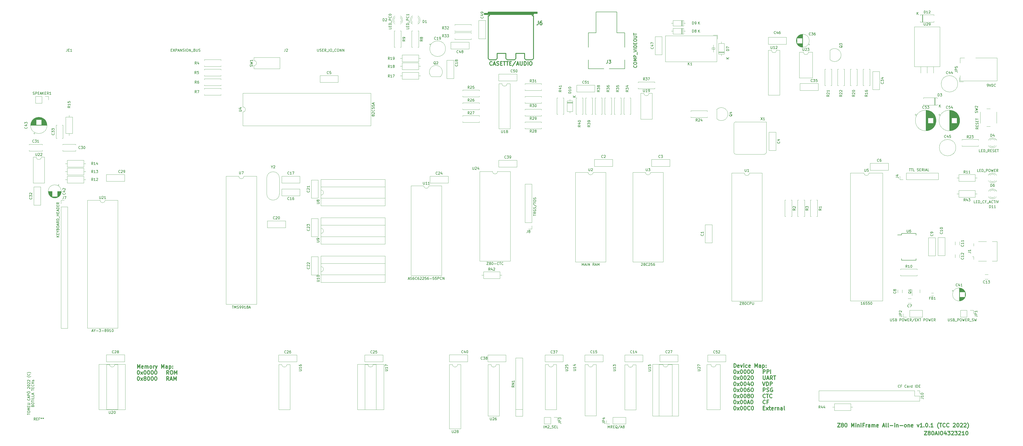
<source format=gbr>
%TF.GenerationSoftware,KiCad,Pcbnew,(6.0.6)*%
%TF.CreationDate,2022-08-30T12:21:23+02:00*%
%TF.ProjectId,Z80AllInOne,5a383041-6c6c-4496-9e4f-6e652e6b6963,rev?*%
%TF.SameCoordinates,Original*%
%TF.FileFunction,Legend,Top*%
%TF.FilePolarity,Positive*%
%FSLAX46Y46*%
G04 Gerber Fmt 4.6, Leading zero omitted, Abs format (unit mm)*
G04 Created by KiCad (PCBNEW (6.0.6)) date 2022-08-30 12:21:23*
%MOMM*%
%LPD*%
G01*
G04 APERTURE LIST*
%ADD10C,0.150000*%
%ADD11C,0.300000*%
%ADD12C,0.254000*%
%ADD13C,0.120000*%
%ADD14C,0.200000*%
%ADD15C,0.304800*%
G04 APERTURE END LIST*
D10*
X17062380Y-192673809D02*
X17062380Y-192102380D01*
X18062380Y-192388095D02*
X17062380Y-192388095D01*
X17062380Y-191578571D02*
X17062380Y-191388095D01*
X17110000Y-191292857D01*
X17205238Y-191197619D01*
X17395714Y-191150000D01*
X17729047Y-191150000D01*
X17919523Y-191197619D01*
X18014761Y-191292857D01*
X18062380Y-191388095D01*
X18062380Y-191578571D01*
X18014761Y-191673809D01*
X17919523Y-191769047D01*
X17729047Y-191816666D01*
X17395714Y-191816666D01*
X17205238Y-191769047D01*
X17110000Y-191673809D01*
X17062380Y-191578571D01*
X18062380Y-190721428D02*
X17062380Y-190721428D01*
X17776666Y-190388095D01*
X17062380Y-190054761D01*
X18062380Y-190054761D01*
X17538571Y-189578571D02*
X17538571Y-189245238D01*
X18062380Y-189102380D02*
X18062380Y-189578571D01*
X17062380Y-189578571D01*
X17062380Y-189102380D01*
X17062380Y-188673809D02*
X17871904Y-188673809D01*
X17967142Y-188626190D01*
X18014761Y-188578571D01*
X18062380Y-188483333D01*
X18062380Y-188292857D01*
X18014761Y-188197619D01*
X17967142Y-188150000D01*
X17871904Y-188102380D01*
X17062380Y-188102380D01*
X17967142Y-186292857D02*
X18014761Y-186340476D01*
X18062380Y-186483333D01*
X18062380Y-186578571D01*
X18014761Y-186721428D01*
X17919523Y-186816666D01*
X17824285Y-186864285D01*
X17633809Y-186911904D01*
X17490952Y-186911904D01*
X17300476Y-186864285D01*
X17205238Y-186816666D01*
X17110000Y-186721428D01*
X17062380Y-186578571D01*
X17062380Y-186483333D01*
X17110000Y-186340476D01*
X17157619Y-186292857D01*
X17776666Y-185911904D02*
X17776666Y-185435714D01*
X18062380Y-186007142D02*
X17062380Y-185673809D01*
X18062380Y-185340476D01*
X18062380Y-185007142D02*
X17062380Y-185007142D01*
X17062380Y-184626190D01*
X17110000Y-184530952D01*
X17157619Y-184483333D01*
X17252857Y-184435714D01*
X17395714Y-184435714D01*
X17490952Y-184483333D01*
X17538571Y-184530952D01*
X17586190Y-184626190D01*
X17586190Y-185007142D01*
X17062380Y-183816666D02*
X17062380Y-183626190D01*
X17110000Y-183530952D01*
X17205238Y-183435714D01*
X17395714Y-183388095D01*
X17729047Y-183388095D01*
X17919523Y-183435714D01*
X18014761Y-183530952D01*
X18062380Y-183626190D01*
X18062380Y-183816666D01*
X18014761Y-183911904D01*
X17919523Y-184007142D01*
X17729047Y-184054761D01*
X17395714Y-184054761D01*
X17205238Y-184007142D01*
X17110000Y-183911904D01*
X17062380Y-183816666D01*
X16681428Y-183626190D02*
X16824285Y-183769047D01*
X17157619Y-182245238D02*
X17110000Y-182197619D01*
X17062380Y-182102380D01*
X17062380Y-181864285D01*
X17110000Y-181769047D01*
X17157619Y-181721428D01*
X17252857Y-181673809D01*
X17348095Y-181673809D01*
X17490952Y-181721428D01*
X18062380Y-182292857D01*
X18062380Y-181673809D01*
X17062380Y-181054761D02*
X17062380Y-180959523D01*
X17110000Y-180864285D01*
X17157619Y-180816666D01*
X17252857Y-180769047D01*
X17443333Y-180721428D01*
X17681428Y-180721428D01*
X17871904Y-180769047D01*
X17967142Y-180816666D01*
X18014761Y-180864285D01*
X18062380Y-180959523D01*
X18062380Y-181054761D01*
X18014761Y-181150000D01*
X17967142Y-181197619D01*
X17871904Y-181245238D01*
X17681428Y-181292857D01*
X17443333Y-181292857D01*
X17252857Y-181245238D01*
X17157619Y-181197619D01*
X17110000Y-181150000D01*
X17062380Y-181054761D01*
X17157619Y-180340476D02*
X17110000Y-180292857D01*
X17062380Y-180197619D01*
X17062380Y-179959523D01*
X17110000Y-179864285D01*
X17157619Y-179816666D01*
X17252857Y-179769047D01*
X17348095Y-179769047D01*
X17490952Y-179816666D01*
X18062380Y-180388095D01*
X18062380Y-179769047D01*
X17157619Y-179388095D02*
X17110000Y-179340476D01*
X17062380Y-179245238D01*
X17062380Y-179007142D01*
X17110000Y-178911904D01*
X17157619Y-178864285D01*
X17252857Y-178816666D01*
X17348095Y-178816666D01*
X17490952Y-178864285D01*
X18062380Y-179435714D01*
X18062380Y-178816666D01*
X18443333Y-177340476D02*
X18395714Y-177388095D01*
X18252857Y-177483333D01*
X18157619Y-177530952D01*
X18014761Y-177578571D01*
X17776666Y-177626190D01*
X17586190Y-177626190D01*
X17348095Y-177578571D01*
X17205238Y-177530952D01*
X17110000Y-177483333D01*
X16967142Y-177388095D01*
X16919523Y-177340476D01*
X17967142Y-176388095D02*
X18014761Y-176435714D01*
X18062380Y-176578571D01*
X18062380Y-176673809D01*
X18014761Y-176816666D01*
X17919523Y-176911904D01*
X17824285Y-176959523D01*
X17633809Y-177007142D01*
X17490952Y-177007142D01*
X17300476Y-176959523D01*
X17205238Y-176911904D01*
X17110000Y-176816666D01*
X17062380Y-176673809D01*
X17062380Y-176578571D01*
X17110000Y-176435714D01*
X17157619Y-176388095D01*
X18443333Y-176054761D02*
X18395714Y-176007142D01*
X18252857Y-175911904D01*
X18157619Y-175864285D01*
X18014761Y-175816666D01*
X17776666Y-175769047D01*
X17586190Y-175769047D01*
X17348095Y-175816666D01*
X17205238Y-175864285D01*
X17110000Y-175911904D01*
X16967142Y-176007142D01*
X16919523Y-176054761D01*
X19148571Y-189102380D02*
X19196190Y-188959523D01*
X19243809Y-188911904D01*
X19339047Y-188864285D01*
X19481904Y-188864285D01*
X19577142Y-188911904D01*
X19624761Y-188959523D01*
X19672380Y-189054761D01*
X19672380Y-189435714D01*
X18672380Y-189435714D01*
X18672380Y-189102380D01*
X18720000Y-189007142D01*
X18767619Y-188959523D01*
X18862857Y-188911904D01*
X18958095Y-188911904D01*
X19053333Y-188959523D01*
X19100952Y-189007142D01*
X19148571Y-189102380D01*
X19148571Y-189435714D01*
X18672380Y-188245238D02*
X18672380Y-188054761D01*
X18720000Y-187959523D01*
X18815238Y-187864285D01*
X19005714Y-187816666D01*
X19339047Y-187816666D01*
X19529523Y-187864285D01*
X19624761Y-187959523D01*
X19672380Y-188054761D01*
X19672380Y-188245238D01*
X19624761Y-188340476D01*
X19529523Y-188435714D01*
X19339047Y-188483333D01*
X19005714Y-188483333D01*
X18815238Y-188435714D01*
X18720000Y-188340476D01*
X18672380Y-188245238D01*
X18672380Y-187530952D02*
X18672380Y-186959523D01*
X19672380Y-187245238D02*
X18672380Y-187245238D01*
X19672380Y-186626190D02*
X18672380Y-186626190D01*
X19672380Y-185673809D02*
X19672380Y-186150000D01*
X18672380Y-186150000D01*
X19672380Y-184864285D02*
X19672380Y-185340476D01*
X18672380Y-185340476D01*
X19386666Y-184578571D02*
X19386666Y-184102380D01*
X19672380Y-184673809D02*
X18672380Y-184340476D01*
X19672380Y-184007142D01*
X18672380Y-183054761D02*
X18672380Y-182483333D01*
X19672380Y-182769047D02*
X18672380Y-182769047D01*
X19148571Y-182150000D02*
X19148571Y-181816666D01*
X19672380Y-181673809D02*
X19672380Y-182150000D01*
X18672380Y-182150000D01*
X18672380Y-181673809D01*
X19577142Y-180673809D02*
X19624761Y-180721428D01*
X19672380Y-180864285D01*
X19672380Y-180959523D01*
X19624761Y-181102380D01*
X19529523Y-181197619D01*
X19434285Y-181245238D01*
X19243809Y-181292857D01*
X19100952Y-181292857D01*
X18910476Y-181245238D01*
X18815238Y-181197619D01*
X18720000Y-181102380D01*
X18672380Y-180959523D01*
X18672380Y-180864285D01*
X18720000Y-180721428D01*
X18767619Y-180673809D01*
X19672380Y-180245238D02*
X18672380Y-180245238D01*
X19148571Y-180245238D02*
X19148571Y-179673809D01*
X19672380Y-179673809D02*
X18672380Y-179673809D01*
X19624761Y-179245238D02*
X19672380Y-179150000D01*
X19672380Y-178959523D01*
X19624761Y-178864285D01*
X19529523Y-178816666D01*
X19481904Y-178816666D01*
X19386666Y-178864285D01*
X19339047Y-178959523D01*
X19339047Y-179102380D01*
X19291428Y-179197619D01*
X19196190Y-179245238D01*
X19148571Y-179245238D01*
X19053333Y-179197619D01*
X19005714Y-179102380D01*
X19005714Y-178959523D01*
X19053333Y-178864285D01*
D11*
X374190714Y-199203571D02*
X375190714Y-199203571D01*
X374190714Y-200703571D01*
X375190714Y-200703571D01*
X375976428Y-199846428D02*
X375833571Y-199775000D01*
X375762142Y-199703571D01*
X375690714Y-199560714D01*
X375690714Y-199489285D01*
X375762142Y-199346428D01*
X375833571Y-199275000D01*
X375976428Y-199203571D01*
X376262142Y-199203571D01*
X376405000Y-199275000D01*
X376476428Y-199346428D01*
X376547857Y-199489285D01*
X376547857Y-199560714D01*
X376476428Y-199703571D01*
X376405000Y-199775000D01*
X376262142Y-199846428D01*
X375976428Y-199846428D01*
X375833571Y-199917857D01*
X375762142Y-199989285D01*
X375690714Y-200132142D01*
X375690714Y-200417857D01*
X375762142Y-200560714D01*
X375833571Y-200632142D01*
X375976428Y-200703571D01*
X376262142Y-200703571D01*
X376405000Y-200632142D01*
X376476428Y-200560714D01*
X376547857Y-200417857D01*
X376547857Y-200132142D01*
X376476428Y-199989285D01*
X376405000Y-199917857D01*
X376262142Y-199846428D01*
X377476428Y-199203571D02*
X377619285Y-199203571D01*
X377762142Y-199275000D01*
X377833571Y-199346428D01*
X377905000Y-199489285D01*
X377976428Y-199775000D01*
X377976428Y-200132142D01*
X377905000Y-200417857D01*
X377833571Y-200560714D01*
X377762142Y-200632142D01*
X377619285Y-200703571D01*
X377476428Y-200703571D01*
X377333571Y-200632142D01*
X377262142Y-200560714D01*
X377190714Y-200417857D01*
X377119285Y-200132142D01*
X377119285Y-199775000D01*
X377190714Y-199489285D01*
X377262142Y-199346428D01*
X377333571Y-199275000D01*
X377476428Y-199203571D01*
X378547857Y-200275000D02*
X379262142Y-200275000D01*
X378405000Y-200703571D02*
X378905000Y-199203571D01*
X379405000Y-200703571D01*
X379905000Y-200703571D02*
X379905000Y-199203571D01*
X380905000Y-199203571D02*
X381190714Y-199203571D01*
X381333571Y-199275000D01*
X381476428Y-199417857D01*
X381547857Y-199703571D01*
X381547857Y-200203571D01*
X381476428Y-200489285D01*
X381333571Y-200632142D01*
X381190714Y-200703571D01*
X380905000Y-200703571D01*
X380762142Y-200632142D01*
X380619285Y-200489285D01*
X380547857Y-200203571D01*
X380547857Y-199703571D01*
X380619285Y-199417857D01*
X380762142Y-199275000D01*
X380905000Y-199203571D01*
X382833571Y-199703571D02*
X382833571Y-200703571D01*
X382476428Y-199132142D02*
X382119285Y-200203571D01*
X383047857Y-200203571D01*
X383476428Y-199203571D02*
X384405000Y-199203571D01*
X383905000Y-199775000D01*
X384119285Y-199775000D01*
X384262142Y-199846428D01*
X384333571Y-199917857D01*
X384405000Y-200060714D01*
X384405000Y-200417857D01*
X384333571Y-200560714D01*
X384262142Y-200632142D01*
X384119285Y-200703571D01*
X383690714Y-200703571D01*
X383547857Y-200632142D01*
X383476428Y-200560714D01*
X384976428Y-199346428D02*
X385047857Y-199275000D01*
X385190714Y-199203571D01*
X385547857Y-199203571D01*
X385690714Y-199275000D01*
X385762142Y-199346428D01*
X385833571Y-199489285D01*
X385833571Y-199632142D01*
X385762142Y-199846428D01*
X384905000Y-200703571D01*
X385833571Y-200703571D01*
X386333571Y-199203571D02*
X387262142Y-199203571D01*
X386762142Y-199775000D01*
X386976428Y-199775000D01*
X387119285Y-199846428D01*
X387190714Y-199917857D01*
X387262142Y-200060714D01*
X387262142Y-200417857D01*
X387190714Y-200560714D01*
X387119285Y-200632142D01*
X386976428Y-200703571D01*
X386547857Y-200703571D01*
X386405000Y-200632142D01*
X386333571Y-200560714D01*
X387833571Y-199346428D02*
X387905000Y-199275000D01*
X388047857Y-199203571D01*
X388405000Y-199203571D01*
X388547857Y-199275000D01*
X388619285Y-199346428D01*
X388690714Y-199489285D01*
X388690714Y-199632142D01*
X388619285Y-199846428D01*
X387762142Y-200703571D01*
X388690714Y-200703571D01*
X390119285Y-200703571D02*
X389262142Y-200703571D01*
X389690714Y-200703571D02*
X389690714Y-199203571D01*
X389547857Y-199417857D01*
X389405000Y-199560714D01*
X389262142Y-199632142D01*
X391047857Y-199203571D02*
X391190714Y-199203571D01*
X391333571Y-199275000D01*
X391405000Y-199346428D01*
X391476428Y-199489285D01*
X391547857Y-199775000D01*
X391547857Y-200132142D01*
X391476428Y-200417857D01*
X391405000Y-200560714D01*
X391333571Y-200632142D01*
X391190714Y-200703571D01*
X391047857Y-200703571D01*
X390905000Y-200632142D01*
X390833571Y-200560714D01*
X390762142Y-200417857D01*
X390690714Y-200132142D01*
X390690714Y-199775000D01*
X390762142Y-199489285D01*
X390833571Y-199346428D01*
X390905000Y-199275000D01*
X391047857Y-199203571D01*
X339617142Y-196028571D02*
X340617142Y-196028571D01*
X339617142Y-197528571D01*
X340617142Y-197528571D01*
X341402857Y-196671428D02*
X341260000Y-196600000D01*
X341188571Y-196528571D01*
X341117142Y-196385714D01*
X341117142Y-196314285D01*
X341188571Y-196171428D01*
X341260000Y-196100000D01*
X341402857Y-196028571D01*
X341688571Y-196028571D01*
X341831428Y-196100000D01*
X341902857Y-196171428D01*
X341974285Y-196314285D01*
X341974285Y-196385714D01*
X341902857Y-196528571D01*
X341831428Y-196600000D01*
X341688571Y-196671428D01*
X341402857Y-196671428D01*
X341260000Y-196742857D01*
X341188571Y-196814285D01*
X341117142Y-196957142D01*
X341117142Y-197242857D01*
X341188571Y-197385714D01*
X341260000Y-197457142D01*
X341402857Y-197528571D01*
X341688571Y-197528571D01*
X341831428Y-197457142D01*
X341902857Y-197385714D01*
X341974285Y-197242857D01*
X341974285Y-196957142D01*
X341902857Y-196814285D01*
X341831428Y-196742857D01*
X341688571Y-196671428D01*
X342902857Y-196028571D02*
X343045714Y-196028571D01*
X343188571Y-196100000D01*
X343260000Y-196171428D01*
X343331428Y-196314285D01*
X343402857Y-196600000D01*
X343402857Y-196957142D01*
X343331428Y-197242857D01*
X343260000Y-197385714D01*
X343188571Y-197457142D01*
X343045714Y-197528571D01*
X342902857Y-197528571D01*
X342760000Y-197457142D01*
X342688571Y-197385714D01*
X342617142Y-197242857D01*
X342545714Y-196957142D01*
X342545714Y-196600000D01*
X342617142Y-196314285D01*
X342688571Y-196171428D01*
X342760000Y-196100000D01*
X342902857Y-196028571D01*
X345188571Y-197528571D02*
X345188571Y-196028571D01*
X345688571Y-197100000D01*
X346188571Y-196028571D01*
X346188571Y-197528571D01*
X346902857Y-197528571D02*
X346902857Y-196528571D01*
X346902857Y-196028571D02*
X346831428Y-196100000D01*
X346902857Y-196171428D01*
X346974285Y-196100000D01*
X346902857Y-196028571D01*
X346902857Y-196171428D01*
X347617142Y-196528571D02*
X347617142Y-197528571D01*
X347617142Y-196671428D02*
X347688571Y-196600000D01*
X347831428Y-196528571D01*
X348045714Y-196528571D01*
X348188571Y-196600000D01*
X348260000Y-196742857D01*
X348260000Y-197528571D01*
X348974285Y-197528571D02*
X348974285Y-196528571D01*
X348974285Y-196028571D02*
X348902857Y-196100000D01*
X348974285Y-196171428D01*
X349045714Y-196100000D01*
X348974285Y-196028571D01*
X348974285Y-196171428D01*
X350188571Y-196742857D02*
X349688571Y-196742857D01*
X349688571Y-197528571D02*
X349688571Y-196028571D01*
X350402857Y-196028571D01*
X350974285Y-197528571D02*
X350974285Y-196528571D01*
X350974285Y-196814285D02*
X351045714Y-196671428D01*
X351117142Y-196600000D01*
X351260000Y-196528571D01*
X351402857Y-196528571D01*
X352545714Y-197528571D02*
X352545714Y-196742857D01*
X352474285Y-196600000D01*
X352331428Y-196528571D01*
X352045714Y-196528571D01*
X351902857Y-196600000D01*
X352545714Y-197457142D02*
X352402857Y-197528571D01*
X352045714Y-197528571D01*
X351902857Y-197457142D01*
X351831428Y-197314285D01*
X351831428Y-197171428D01*
X351902857Y-197028571D01*
X352045714Y-196957142D01*
X352402857Y-196957142D01*
X352545714Y-196885714D01*
X353260000Y-197528571D02*
X353260000Y-196528571D01*
X353260000Y-196671428D02*
X353331428Y-196600000D01*
X353474285Y-196528571D01*
X353688571Y-196528571D01*
X353831428Y-196600000D01*
X353902857Y-196742857D01*
X353902857Y-197528571D01*
X353902857Y-196742857D02*
X353974285Y-196600000D01*
X354117142Y-196528571D01*
X354331428Y-196528571D01*
X354474285Y-196600000D01*
X354545714Y-196742857D01*
X354545714Y-197528571D01*
X355831428Y-197457142D02*
X355688571Y-197528571D01*
X355402857Y-197528571D01*
X355260000Y-197457142D01*
X355188571Y-197314285D01*
X355188571Y-196742857D01*
X355260000Y-196600000D01*
X355402857Y-196528571D01*
X355688571Y-196528571D01*
X355831428Y-196600000D01*
X355902857Y-196742857D01*
X355902857Y-196885714D01*
X355188571Y-197028571D01*
X357617142Y-197100000D02*
X358331428Y-197100000D01*
X357474285Y-197528571D02*
X357974285Y-196028571D01*
X358474285Y-197528571D01*
X359188571Y-197528571D02*
X359045714Y-197457142D01*
X358974285Y-197314285D01*
X358974285Y-196028571D01*
X359974285Y-197528571D02*
X359831428Y-197457142D01*
X359760000Y-197314285D01*
X359760000Y-196028571D01*
X360545714Y-196957142D02*
X361688571Y-196957142D01*
X362402857Y-197528571D02*
X362402857Y-196528571D01*
X362402857Y-196028571D02*
X362331428Y-196100000D01*
X362402857Y-196171428D01*
X362474285Y-196100000D01*
X362402857Y-196028571D01*
X362402857Y-196171428D01*
X363117142Y-196528571D02*
X363117142Y-197528571D01*
X363117142Y-196671428D02*
X363188571Y-196600000D01*
X363331428Y-196528571D01*
X363545714Y-196528571D01*
X363688571Y-196600000D01*
X363760000Y-196742857D01*
X363760000Y-197528571D01*
X364474285Y-196957142D02*
X365617142Y-196957142D01*
X366545714Y-197528571D02*
X366402857Y-197457142D01*
X366331428Y-197385714D01*
X366260000Y-197242857D01*
X366260000Y-196814285D01*
X366331428Y-196671428D01*
X366402857Y-196600000D01*
X366545714Y-196528571D01*
X366760000Y-196528571D01*
X366902857Y-196600000D01*
X366974285Y-196671428D01*
X367045714Y-196814285D01*
X367045714Y-197242857D01*
X366974285Y-197385714D01*
X366902857Y-197457142D01*
X366760000Y-197528571D01*
X366545714Y-197528571D01*
X367688571Y-196528571D02*
X367688571Y-197528571D01*
X367688571Y-196671428D02*
X367760000Y-196600000D01*
X367902857Y-196528571D01*
X368117142Y-196528571D01*
X368260000Y-196600000D01*
X368331428Y-196742857D01*
X368331428Y-197528571D01*
X369617142Y-197457142D02*
X369474285Y-197528571D01*
X369188571Y-197528571D01*
X369045714Y-197457142D01*
X368974285Y-197314285D01*
X368974285Y-196742857D01*
X369045714Y-196600000D01*
X369188571Y-196528571D01*
X369474285Y-196528571D01*
X369617142Y-196600000D01*
X369688571Y-196742857D01*
X369688571Y-196885714D01*
X368974285Y-197028571D01*
X371331428Y-196528571D02*
X371688571Y-197528571D01*
X372045714Y-196528571D01*
X373402857Y-197528571D02*
X372545714Y-197528571D01*
X372974285Y-197528571D02*
X372974285Y-196028571D01*
X372831428Y-196242857D01*
X372688571Y-196385714D01*
X372545714Y-196457142D01*
X374045714Y-197385714D02*
X374117142Y-197457142D01*
X374045714Y-197528571D01*
X373974285Y-197457142D01*
X374045714Y-197385714D01*
X374045714Y-197528571D01*
X375045714Y-196028571D02*
X375188571Y-196028571D01*
X375331428Y-196100000D01*
X375402857Y-196171428D01*
X375474285Y-196314285D01*
X375545714Y-196600000D01*
X375545714Y-196957142D01*
X375474285Y-197242857D01*
X375402857Y-197385714D01*
X375331428Y-197457142D01*
X375188571Y-197528571D01*
X375045714Y-197528571D01*
X374902857Y-197457142D01*
X374831428Y-197385714D01*
X374760000Y-197242857D01*
X374688571Y-196957142D01*
X374688571Y-196600000D01*
X374760000Y-196314285D01*
X374831428Y-196171428D01*
X374902857Y-196100000D01*
X375045714Y-196028571D01*
X376188571Y-197385714D02*
X376260000Y-197457142D01*
X376188571Y-197528571D01*
X376117142Y-197457142D01*
X376188571Y-197385714D01*
X376188571Y-197528571D01*
X377688571Y-197528571D02*
X376831428Y-197528571D01*
X377260000Y-197528571D02*
X377260000Y-196028571D01*
X377117142Y-196242857D01*
X376974285Y-196385714D01*
X376831428Y-196457142D01*
X379902857Y-198100000D02*
X379831428Y-198028571D01*
X379688571Y-197814285D01*
X379617142Y-197671428D01*
X379545714Y-197457142D01*
X379474285Y-197100000D01*
X379474285Y-196814285D01*
X379545714Y-196457142D01*
X379617142Y-196242857D01*
X379688571Y-196100000D01*
X379831428Y-195885714D01*
X379902857Y-195814285D01*
X380260000Y-196028571D02*
X381117142Y-196028571D01*
X380688571Y-197528571D02*
X380688571Y-196028571D01*
X382474285Y-197385714D02*
X382402857Y-197457142D01*
X382188571Y-197528571D01*
X382045714Y-197528571D01*
X381831428Y-197457142D01*
X381688571Y-197314285D01*
X381617142Y-197171428D01*
X381545714Y-196885714D01*
X381545714Y-196671428D01*
X381617142Y-196385714D01*
X381688571Y-196242857D01*
X381831428Y-196100000D01*
X382045714Y-196028571D01*
X382188571Y-196028571D01*
X382402857Y-196100000D01*
X382474285Y-196171428D01*
X383974285Y-197385714D02*
X383902857Y-197457142D01*
X383688571Y-197528571D01*
X383545714Y-197528571D01*
X383331428Y-197457142D01*
X383188571Y-197314285D01*
X383117142Y-197171428D01*
X383045714Y-196885714D01*
X383045714Y-196671428D01*
X383117142Y-196385714D01*
X383188571Y-196242857D01*
X383331428Y-196100000D01*
X383545714Y-196028571D01*
X383688571Y-196028571D01*
X383902857Y-196100000D01*
X383974285Y-196171428D01*
X385688571Y-196171428D02*
X385760000Y-196100000D01*
X385902857Y-196028571D01*
X386260000Y-196028571D01*
X386402857Y-196100000D01*
X386474285Y-196171428D01*
X386545714Y-196314285D01*
X386545714Y-196457142D01*
X386474285Y-196671428D01*
X385617142Y-197528571D01*
X386545714Y-197528571D01*
X387474285Y-196028571D02*
X387617142Y-196028571D01*
X387760000Y-196100000D01*
X387831428Y-196171428D01*
X387902857Y-196314285D01*
X387974285Y-196600000D01*
X387974285Y-196957142D01*
X387902857Y-197242857D01*
X387831428Y-197385714D01*
X387760000Y-197457142D01*
X387617142Y-197528571D01*
X387474285Y-197528571D01*
X387331428Y-197457142D01*
X387260000Y-197385714D01*
X387188571Y-197242857D01*
X387117142Y-196957142D01*
X387117142Y-196600000D01*
X387188571Y-196314285D01*
X387260000Y-196171428D01*
X387331428Y-196100000D01*
X387474285Y-196028571D01*
X388545714Y-196171428D02*
X388617142Y-196100000D01*
X388760000Y-196028571D01*
X389117142Y-196028571D01*
X389260000Y-196100000D01*
X389331428Y-196171428D01*
X389402857Y-196314285D01*
X389402857Y-196457142D01*
X389331428Y-196671428D01*
X388474285Y-197528571D01*
X389402857Y-197528571D01*
X389974285Y-196171428D02*
X390045714Y-196100000D01*
X390188571Y-196028571D01*
X390545714Y-196028571D01*
X390688571Y-196100000D01*
X390760000Y-196171428D01*
X390831428Y-196314285D01*
X390831428Y-196457142D01*
X390760000Y-196671428D01*
X389902857Y-197528571D01*
X390831428Y-197528571D01*
X391331428Y-198100000D02*
X391402857Y-198028571D01*
X391545714Y-197814285D01*
X391617142Y-197671428D01*
X391688571Y-197457142D01*
X391760000Y-197100000D01*
X391760000Y-196814285D01*
X391688571Y-196457142D01*
X391617142Y-196242857D01*
X391545714Y-196100000D01*
X391402857Y-195885714D01*
X391331428Y-195814285D01*
X60877142Y-174158571D02*
X60877142Y-172658571D01*
X61377142Y-173730000D01*
X61877142Y-172658571D01*
X61877142Y-174158571D01*
X63162857Y-174087142D02*
X63020000Y-174158571D01*
X62734285Y-174158571D01*
X62591428Y-174087142D01*
X62520000Y-173944285D01*
X62520000Y-173372857D01*
X62591428Y-173230000D01*
X62734285Y-173158571D01*
X63020000Y-173158571D01*
X63162857Y-173230000D01*
X63234285Y-173372857D01*
X63234285Y-173515714D01*
X62520000Y-173658571D01*
X63877142Y-174158571D02*
X63877142Y-173158571D01*
X63877142Y-173301428D02*
X63948571Y-173230000D01*
X64091428Y-173158571D01*
X64305714Y-173158571D01*
X64448571Y-173230000D01*
X64520000Y-173372857D01*
X64520000Y-174158571D01*
X64520000Y-173372857D02*
X64591428Y-173230000D01*
X64734285Y-173158571D01*
X64948571Y-173158571D01*
X65091428Y-173230000D01*
X65162857Y-173372857D01*
X65162857Y-174158571D01*
X66091428Y-174158571D02*
X65948571Y-174087142D01*
X65877142Y-174015714D01*
X65805714Y-173872857D01*
X65805714Y-173444285D01*
X65877142Y-173301428D01*
X65948571Y-173230000D01*
X66091428Y-173158571D01*
X66305714Y-173158571D01*
X66448571Y-173230000D01*
X66520000Y-173301428D01*
X66591428Y-173444285D01*
X66591428Y-173872857D01*
X66520000Y-174015714D01*
X66448571Y-174087142D01*
X66305714Y-174158571D01*
X66091428Y-174158571D01*
X67234285Y-174158571D02*
X67234285Y-173158571D01*
X67234285Y-173444285D02*
X67305714Y-173301428D01*
X67377142Y-173230000D01*
X67520000Y-173158571D01*
X67662857Y-173158571D01*
X68020000Y-173158571D02*
X68377142Y-174158571D01*
X68734285Y-173158571D02*
X68377142Y-174158571D01*
X68234285Y-174515714D01*
X68162857Y-174587142D01*
X68020000Y-174658571D01*
X70448571Y-174158571D02*
X70448571Y-172658571D01*
X70948571Y-173730000D01*
X71448571Y-172658571D01*
X71448571Y-174158571D01*
X72805714Y-174158571D02*
X72805714Y-173372857D01*
X72734285Y-173230000D01*
X72591428Y-173158571D01*
X72305714Y-173158571D01*
X72162857Y-173230000D01*
X72805714Y-174087142D02*
X72662857Y-174158571D01*
X72305714Y-174158571D01*
X72162857Y-174087142D01*
X72091428Y-173944285D01*
X72091428Y-173801428D01*
X72162857Y-173658571D01*
X72305714Y-173587142D01*
X72662857Y-173587142D01*
X72805714Y-173515714D01*
X73520000Y-173158571D02*
X73520000Y-174658571D01*
X73520000Y-173230000D02*
X73662857Y-173158571D01*
X73948571Y-173158571D01*
X74091428Y-173230000D01*
X74162857Y-173301428D01*
X74234285Y-173444285D01*
X74234285Y-173872857D01*
X74162857Y-174015714D01*
X74091428Y-174087142D01*
X73948571Y-174158571D01*
X73662857Y-174158571D01*
X73520000Y-174087142D01*
X74877142Y-174015714D02*
X74948571Y-174087142D01*
X74877142Y-174158571D01*
X74805714Y-174087142D01*
X74877142Y-174015714D01*
X74877142Y-174158571D01*
X74877142Y-173230000D02*
X74948571Y-173301428D01*
X74877142Y-173372857D01*
X74805714Y-173301428D01*
X74877142Y-173230000D01*
X74877142Y-173372857D01*
X61162857Y-175073571D02*
X61305714Y-175073571D01*
X61448571Y-175145000D01*
X61520000Y-175216428D01*
X61591428Y-175359285D01*
X61662857Y-175645000D01*
X61662857Y-176002142D01*
X61591428Y-176287857D01*
X61520000Y-176430714D01*
X61448571Y-176502142D01*
X61305714Y-176573571D01*
X61162857Y-176573571D01*
X61020000Y-176502142D01*
X60948571Y-176430714D01*
X60877142Y-176287857D01*
X60805714Y-176002142D01*
X60805714Y-175645000D01*
X60877142Y-175359285D01*
X60948571Y-175216428D01*
X61020000Y-175145000D01*
X61162857Y-175073571D01*
X62162857Y-176573571D02*
X62948571Y-175573571D01*
X62162857Y-175573571D02*
X62948571Y-176573571D01*
X63805714Y-175073571D02*
X63948571Y-175073571D01*
X64091428Y-175145000D01*
X64162857Y-175216428D01*
X64234285Y-175359285D01*
X64305714Y-175645000D01*
X64305714Y-176002142D01*
X64234285Y-176287857D01*
X64162857Y-176430714D01*
X64091428Y-176502142D01*
X63948571Y-176573571D01*
X63805714Y-176573571D01*
X63662857Y-176502142D01*
X63591428Y-176430714D01*
X63520000Y-176287857D01*
X63448571Y-176002142D01*
X63448571Y-175645000D01*
X63520000Y-175359285D01*
X63591428Y-175216428D01*
X63662857Y-175145000D01*
X63805714Y-175073571D01*
X65234285Y-175073571D02*
X65377142Y-175073571D01*
X65520000Y-175145000D01*
X65591428Y-175216428D01*
X65662857Y-175359285D01*
X65734285Y-175645000D01*
X65734285Y-176002142D01*
X65662857Y-176287857D01*
X65591428Y-176430714D01*
X65520000Y-176502142D01*
X65377142Y-176573571D01*
X65234285Y-176573571D01*
X65091428Y-176502142D01*
X65020000Y-176430714D01*
X64948571Y-176287857D01*
X64877142Y-176002142D01*
X64877142Y-175645000D01*
X64948571Y-175359285D01*
X65020000Y-175216428D01*
X65091428Y-175145000D01*
X65234285Y-175073571D01*
X66662857Y-175073571D02*
X66805714Y-175073571D01*
X66948571Y-175145000D01*
X67020000Y-175216428D01*
X67091428Y-175359285D01*
X67162857Y-175645000D01*
X67162857Y-176002142D01*
X67091428Y-176287857D01*
X67020000Y-176430714D01*
X66948571Y-176502142D01*
X66805714Y-176573571D01*
X66662857Y-176573571D01*
X66520000Y-176502142D01*
X66448571Y-176430714D01*
X66377142Y-176287857D01*
X66305714Y-176002142D01*
X66305714Y-175645000D01*
X66377142Y-175359285D01*
X66448571Y-175216428D01*
X66520000Y-175145000D01*
X66662857Y-175073571D01*
X68091428Y-175073571D02*
X68234285Y-175073571D01*
X68377142Y-175145000D01*
X68448571Y-175216428D01*
X68520000Y-175359285D01*
X68591428Y-175645000D01*
X68591428Y-176002142D01*
X68520000Y-176287857D01*
X68448571Y-176430714D01*
X68377142Y-176502142D01*
X68234285Y-176573571D01*
X68091428Y-176573571D01*
X67948571Y-176502142D01*
X67877142Y-176430714D01*
X67805714Y-176287857D01*
X67734285Y-176002142D01*
X67734285Y-175645000D01*
X67805714Y-175359285D01*
X67877142Y-175216428D01*
X67948571Y-175145000D01*
X68091428Y-175073571D01*
X73377142Y-176573571D02*
X72877142Y-175859285D01*
X72520000Y-176573571D02*
X72520000Y-175073571D01*
X73091428Y-175073571D01*
X73234285Y-175145000D01*
X73305714Y-175216428D01*
X73377142Y-175359285D01*
X73377142Y-175573571D01*
X73305714Y-175716428D01*
X73234285Y-175787857D01*
X73091428Y-175859285D01*
X72520000Y-175859285D01*
X74305714Y-175073571D02*
X74591428Y-175073571D01*
X74734285Y-175145000D01*
X74877142Y-175287857D01*
X74948571Y-175573571D01*
X74948571Y-176073571D01*
X74877142Y-176359285D01*
X74734285Y-176502142D01*
X74591428Y-176573571D01*
X74305714Y-176573571D01*
X74162857Y-176502142D01*
X74020000Y-176359285D01*
X73948571Y-176073571D01*
X73948571Y-175573571D01*
X74020000Y-175287857D01*
X74162857Y-175145000D01*
X74305714Y-175073571D01*
X75591428Y-176573571D02*
X75591428Y-175073571D01*
X76091428Y-176145000D01*
X76591428Y-175073571D01*
X76591428Y-176573571D01*
X61162857Y-177488571D02*
X61305714Y-177488571D01*
X61448571Y-177560000D01*
X61520000Y-177631428D01*
X61591428Y-177774285D01*
X61662857Y-178060000D01*
X61662857Y-178417142D01*
X61591428Y-178702857D01*
X61520000Y-178845714D01*
X61448571Y-178917142D01*
X61305714Y-178988571D01*
X61162857Y-178988571D01*
X61020000Y-178917142D01*
X60948571Y-178845714D01*
X60877142Y-178702857D01*
X60805714Y-178417142D01*
X60805714Y-178060000D01*
X60877142Y-177774285D01*
X60948571Y-177631428D01*
X61020000Y-177560000D01*
X61162857Y-177488571D01*
X62162857Y-178988571D02*
X62948571Y-177988571D01*
X62162857Y-177988571D02*
X62948571Y-178988571D01*
X63734285Y-178131428D02*
X63591428Y-178060000D01*
X63520000Y-177988571D01*
X63448571Y-177845714D01*
X63448571Y-177774285D01*
X63520000Y-177631428D01*
X63591428Y-177560000D01*
X63734285Y-177488571D01*
X64020000Y-177488571D01*
X64162857Y-177560000D01*
X64234285Y-177631428D01*
X64305714Y-177774285D01*
X64305714Y-177845714D01*
X64234285Y-177988571D01*
X64162857Y-178060000D01*
X64020000Y-178131428D01*
X63734285Y-178131428D01*
X63591428Y-178202857D01*
X63520000Y-178274285D01*
X63448571Y-178417142D01*
X63448571Y-178702857D01*
X63520000Y-178845714D01*
X63591428Y-178917142D01*
X63734285Y-178988571D01*
X64020000Y-178988571D01*
X64162857Y-178917142D01*
X64234285Y-178845714D01*
X64305714Y-178702857D01*
X64305714Y-178417142D01*
X64234285Y-178274285D01*
X64162857Y-178202857D01*
X64020000Y-178131428D01*
X65234285Y-177488571D02*
X65377142Y-177488571D01*
X65520000Y-177560000D01*
X65591428Y-177631428D01*
X65662857Y-177774285D01*
X65734285Y-178060000D01*
X65734285Y-178417142D01*
X65662857Y-178702857D01*
X65591428Y-178845714D01*
X65520000Y-178917142D01*
X65377142Y-178988571D01*
X65234285Y-178988571D01*
X65091428Y-178917142D01*
X65020000Y-178845714D01*
X64948571Y-178702857D01*
X64877142Y-178417142D01*
X64877142Y-178060000D01*
X64948571Y-177774285D01*
X65020000Y-177631428D01*
X65091428Y-177560000D01*
X65234285Y-177488571D01*
X66662857Y-177488571D02*
X66805714Y-177488571D01*
X66948571Y-177560000D01*
X67020000Y-177631428D01*
X67091428Y-177774285D01*
X67162857Y-178060000D01*
X67162857Y-178417142D01*
X67091428Y-178702857D01*
X67020000Y-178845714D01*
X66948571Y-178917142D01*
X66805714Y-178988571D01*
X66662857Y-178988571D01*
X66520000Y-178917142D01*
X66448571Y-178845714D01*
X66377142Y-178702857D01*
X66305714Y-178417142D01*
X66305714Y-178060000D01*
X66377142Y-177774285D01*
X66448571Y-177631428D01*
X66520000Y-177560000D01*
X66662857Y-177488571D01*
X68091428Y-177488571D02*
X68234285Y-177488571D01*
X68377142Y-177560000D01*
X68448571Y-177631428D01*
X68520000Y-177774285D01*
X68591428Y-178060000D01*
X68591428Y-178417142D01*
X68520000Y-178702857D01*
X68448571Y-178845714D01*
X68377142Y-178917142D01*
X68234285Y-178988571D01*
X68091428Y-178988571D01*
X67948571Y-178917142D01*
X67877142Y-178845714D01*
X67805714Y-178702857D01*
X67734285Y-178417142D01*
X67734285Y-178060000D01*
X67805714Y-177774285D01*
X67877142Y-177631428D01*
X67948571Y-177560000D01*
X68091428Y-177488571D01*
X73377142Y-178988571D02*
X72877142Y-178274285D01*
X72520000Y-178988571D02*
X72520000Y-177488571D01*
X73091428Y-177488571D01*
X73234285Y-177560000D01*
X73305714Y-177631428D01*
X73377142Y-177774285D01*
X73377142Y-177988571D01*
X73305714Y-178131428D01*
X73234285Y-178202857D01*
X73091428Y-178274285D01*
X72520000Y-178274285D01*
X73948571Y-178560000D02*
X74662857Y-178560000D01*
X73805714Y-178988571D02*
X74305714Y-177488571D01*
X74805714Y-178988571D01*
X75305714Y-178988571D02*
X75305714Y-177488571D01*
X75805714Y-178560000D01*
X76305714Y-177488571D01*
X76305714Y-178988571D01*
X298367142Y-173836071D02*
X298367142Y-172336071D01*
X298724285Y-172336071D01*
X298938571Y-172407500D01*
X299081428Y-172550357D01*
X299152857Y-172693214D01*
X299224285Y-172978928D01*
X299224285Y-173193214D01*
X299152857Y-173478928D01*
X299081428Y-173621785D01*
X298938571Y-173764642D01*
X298724285Y-173836071D01*
X298367142Y-173836071D01*
X300438571Y-173764642D02*
X300295714Y-173836071D01*
X300010000Y-173836071D01*
X299867142Y-173764642D01*
X299795714Y-173621785D01*
X299795714Y-173050357D01*
X299867142Y-172907500D01*
X300010000Y-172836071D01*
X300295714Y-172836071D01*
X300438571Y-172907500D01*
X300510000Y-173050357D01*
X300510000Y-173193214D01*
X299795714Y-173336071D01*
X301010000Y-172836071D02*
X301367142Y-173836071D01*
X301724285Y-172836071D01*
X302295714Y-173836071D02*
X302295714Y-172836071D01*
X302295714Y-172336071D02*
X302224285Y-172407500D01*
X302295714Y-172478928D01*
X302367142Y-172407500D01*
X302295714Y-172336071D01*
X302295714Y-172478928D01*
X303652857Y-173764642D02*
X303510000Y-173836071D01*
X303224285Y-173836071D01*
X303081428Y-173764642D01*
X303010000Y-173693214D01*
X302938571Y-173550357D01*
X302938571Y-173121785D01*
X303010000Y-172978928D01*
X303081428Y-172907500D01*
X303224285Y-172836071D01*
X303510000Y-172836071D01*
X303652857Y-172907500D01*
X304867142Y-173764642D02*
X304724285Y-173836071D01*
X304438571Y-173836071D01*
X304295714Y-173764642D01*
X304224285Y-173621785D01*
X304224285Y-173050357D01*
X304295714Y-172907500D01*
X304438571Y-172836071D01*
X304724285Y-172836071D01*
X304867142Y-172907500D01*
X304938571Y-173050357D01*
X304938571Y-173193214D01*
X304224285Y-173336071D01*
X306724285Y-173836071D02*
X306724285Y-172336071D01*
X307224285Y-173407500D01*
X307724285Y-172336071D01*
X307724285Y-173836071D01*
X309081428Y-173836071D02*
X309081428Y-173050357D01*
X309010000Y-172907500D01*
X308867142Y-172836071D01*
X308581428Y-172836071D01*
X308438571Y-172907500D01*
X309081428Y-173764642D02*
X308938571Y-173836071D01*
X308581428Y-173836071D01*
X308438571Y-173764642D01*
X308367142Y-173621785D01*
X308367142Y-173478928D01*
X308438571Y-173336071D01*
X308581428Y-173264642D01*
X308938571Y-173264642D01*
X309081428Y-173193214D01*
X309795714Y-172836071D02*
X309795714Y-174336071D01*
X309795714Y-172907500D02*
X309938571Y-172836071D01*
X310224285Y-172836071D01*
X310367142Y-172907500D01*
X310438571Y-172978928D01*
X310510000Y-173121785D01*
X310510000Y-173550357D01*
X310438571Y-173693214D01*
X310367142Y-173764642D01*
X310224285Y-173836071D01*
X309938571Y-173836071D01*
X309795714Y-173764642D01*
X311152857Y-173693214D02*
X311224285Y-173764642D01*
X311152857Y-173836071D01*
X311081428Y-173764642D01*
X311152857Y-173693214D01*
X311152857Y-173836071D01*
X311152857Y-172907500D02*
X311224285Y-172978928D01*
X311152857Y-173050357D01*
X311081428Y-172978928D01*
X311152857Y-172907500D01*
X311152857Y-173050357D01*
X298652857Y-174751071D02*
X298795714Y-174751071D01*
X298938571Y-174822500D01*
X299010000Y-174893928D01*
X299081428Y-175036785D01*
X299152857Y-175322500D01*
X299152857Y-175679642D01*
X299081428Y-175965357D01*
X299010000Y-176108214D01*
X298938571Y-176179642D01*
X298795714Y-176251071D01*
X298652857Y-176251071D01*
X298510000Y-176179642D01*
X298438571Y-176108214D01*
X298367142Y-175965357D01*
X298295714Y-175679642D01*
X298295714Y-175322500D01*
X298367142Y-175036785D01*
X298438571Y-174893928D01*
X298510000Y-174822500D01*
X298652857Y-174751071D01*
X299652857Y-176251071D02*
X300438571Y-175251071D01*
X299652857Y-175251071D02*
X300438571Y-176251071D01*
X301295714Y-174751071D02*
X301438571Y-174751071D01*
X301581428Y-174822500D01*
X301652857Y-174893928D01*
X301724285Y-175036785D01*
X301795714Y-175322500D01*
X301795714Y-175679642D01*
X301724285Y-175965357D01*
X301652857Y-176108214D01*
X301581428Y-176179642D01*
X301438571Y-176251071D01*
X301295714Y-176251071D01*
X301152857Y-176179642D01*
X301081428Y-176108214D01*
X301010000Y-175965357D01*
X300938571Y-175679642D01*
X300938571Y-175322500D01*
X301010000Y-175036785D01*
X301081428Y-174893928D01*
X301152857Y-174822500D01*
X301295714Y-174751071D01*
X302724285Y-174751071D02*
X302867142Y-174751071D01*
X303010000Y-174822500D01*
X303081428Y-174893928D01*
X303152857Y-175036785D01*
X303224285Y-175322500D01*
X303224285Y-175679642D01*
X303152857Y-175965357D01*
X303081428Y-176108214D01*
X303010000Y-176179642D01*
X302867142Y-176251071D01*
X302724285Y-176251071D01*
X302581428Y-176179642D01*
X302510000Y-176108214D01*
X302438571Y-175965357D01*
X302367142Y-175679642D01*
X302367142Y-175322500D01*
X302438571Y-175036785D01*
X302510000Y-174893928D01*
X302581428Y-174822500D01*
X302724285Y-174751071D01*
X304152857Y-174751071D02*
X304295714Y-174751071D01*
X304438571Y-174822500D01*
X304510000Y-174893928D01*
X304581428Y-175036785D01*
X304652857Y-175322500D01*
X304652857Y-175679642D01*
X304581428Y-175965357D01*
X304510000Y-176108214D01*
X304438571Y-176179642D01*
X304295714Y-176251071D01*
X304152857Y-176251071D01*
X304010000Y-176179642D01*
X303938571Y-176108214D01*
X303867142Y-175965357D01*
X303795714Y-175679642D01*
X303795714Y-175322500D01*
X303867142Y-175036785D01*
X303938571Y-174893928D01*
X304010000Y-174822500D01*
X304152857Y-174751071D01*
X305581428Y-174751071D02*
X305724285Y-174751071D01*
X305867142Y-174822500D01*
X305938571Y-174893928D01*
X306010000Y-175036785D01*
X306081428Y-175322500D01*
X306081428Y-175679642D01*
X306010000Y-175965357D01*
X305938571Y-176108214D01*
X305867142Y-176179642D01*
X305724285Y-176251071D01*
X305581428Y-176251071D01*
X305438571Y-176179642D01*
X305367142Y-176108214D01*
X305295714Y-175965357D01*
X305224285Y-175679642D01*
X305224285Y-175322500D01*
X305295714Y-175036785D01*
X305367142Y-174893928D01*
X305438571Y-174822500D01*
X305581428Y-174751071D01*
X310010000Y-176251071D02*
X310010000Y-174751071D01*
X310581428Y-174751071D01*
X310724285Y-174822500D01*
X310795714Y-174893928D01*
X310867142Y-175036785D01*
X310867142Y-175251071D01*
X310795714Y-175393928D01*
X310724285Y-175465357D01*
X310581428Y-175536785D01*
X310010000Y-175536785D01*
X311510000Y-176251071D02*
X311510000Y-174751071D01*
X312081428Y-174751071D01*
X312224285Y-174822500D01*
X312295714Y-174893928D01*
X312367142Y-175036785D01*
X312367142Y-175251071D01*
X312295714Y-175393928D01*
X312224285Y-175465357D01*
X312081428Y-175536785D01*
X311510000Y-175536785D01*
X313010000Y-176251071D02*
X313010000Y-174751071D01*
X298652857Y-177166071D02*
X298795714Y-177166071D01*
X298938571Y-177237500D01*
X299010000Y-177308928D01*
X299081428Y-177451785D01*
X299152857Y-177737500D01*
X299152857Y-178094642D01*
X299081428Y-178380357D01*
X299010000Y-178523214D01*
X298938571Y-178594642D01*
X298795714Y-178666071D01*
X298652857Y-178666071D01*
X298510000Y-178594642D01*
X298438571Y-178523214D01*
X298367142Y-178380357D01*
X298295714Y-178094642D01*
X298295714Y-177737500D01*
X298367142Y-177451785D01*
X298438571Y-177308928D01*
X298510000Y-177237500D01*
X298652857Y-177166071D01*
X299652857Y-178666071D02*
X300438571Y-177666071D01*
X299652857Y-177666071D02*
X300438571Y-178666071D01*
X301295714Y-177166071D02*
X301438571Y-177166071D01*
X301581428Y-177237500D01*
X301652857Y-177308928D01*
X301724285Y-177451785D01*
X301795714Y-177737500D01*
X301795714Y-178094642D01*
X301724285Y-178380357D01*
X301652857Y-178523214D01*
X301581428Y-178594642D01*
X301438571Y-178666071D01*
X301295714Y-178666071D01*
X301152857Y-178594642D01*
X301081428Y-178523214D01*
X301010000Y-178380357D01*
X300938571Y-178094642D01*
X300938571Y-177737500D01*
X301010000Y-177451785D01*
X301081428Y-177308928D01*
X301152857Y-177237500D01*
X301295714Y-177166071D01*
X302724285Y-177166071D02*
X302867142Y-177166071D01*
X303010000Y-177237500D01*
X303081428Y-177308928D01*
X303152857Y-177451785D01*
X303224285Y-177737500D01*
X303224285Y-178094642D01*
X303152857Y-178380357D01*
X303081428Y-178523214D01*
X303010000Y-178594642D01*
X302867142Y-178666071D01*
X302724285Y-178666071D01*
X302581428Y-178594642D01*
X302510000Y-178523214D01*
X302438571Y-178380357D01*
X302367142Y-178094642D01*
X302367142Y-177737500D01*
X302438571Y-177451785D01*
X302510000Y-177308928D01*
X302581428Y-177237500D01*
X302724285Y-177166071D01*
X303795714Y-177308928D02*
X303867142Y-177237500D01*
X304010000Y-177166071D01*
X304367142Y-177166071D01*
X304510000Y-177237500D01*
X304581428Y-177308928D01*
X304652857Y-177451785D01*
X304652857Y-177594642D01*
X304581428Y-177808928D01*
X303724285Y-178666071D01*
X304652857Y-178666071D01*
X305581428Y-177166071D02*
X305724285Y-177166071D01*
X305867142Y-177237500D01*
X305938571Y-177308928D01*
X306010000Y-177451785D01*
X306081428Y-177737500D01*
X306081428Y-178094642D01*
X306010000Y-178380357D01*
X305938571Y-178523214D01*
X305867142Y-178594642D01*
X305724285Y-178666071D01*
X305581428Y-178666071D01*
X305438571Y-178594642D01*
X305367142Y-178523214D01*
X305295714Y-178380357D01*
X305224285Y-178094642D01*
X305224285Y-177737500D01*
X305295714Y-177451785D01*
X305367142Y-177308928D01*
X305438571Y-177237500D01*
X305581428Y-177166071D01*
X310010000Y-177166071D02*
X310010000Y-178380357D01*
X310081428Y-178523214D01*
X310152857Y-178594642D01*
X310295714Y-178666071D01*
X310581428Y-178666071D01*
X310724285Y-178594642D01*
X310795714Y-178523214D01*
X310867142Y-178380357D01*
X310867142Y-177166071D01*
X311510000Y-178237500D02*
X312224285Y-178237500D01*
X311367142Y-178666071D02*
X311867142Y-177166071D01*
X312367142Y-178666071D01*
X313724285Y-178666071D02*
X313224285Y-177951785D01*
X312867142Y-178666071D02*
X312867142Y-177166071D01*
X313438571Y-177166071D01*
X313581428Y-177237500D01*
X313652857Y-177308928D01*
X313724285Y-177451785D01*
X313724285Y-177666071D01*
X313652857Y-177808928D01*
X313581428Y-177880357D01*
X313438571Y-177951785D01*
X312867142Y-177951785D01*
X314152857Y-177166071D02*
X315010000Y-177166071D01*
X314581428Y-178666071D02*
X314581428Y-177166071D01*
X298652857Y-179581071D02*
X298795714Y-179581071D01*
X298938571Y-179652500D01*
X299010000Y-179723928D01*
X299081428Y-179866785D01*
X299152857Y-180152500D01*
X299152857Y-180509642D01*
X299081428Y-180795357D01*
X299010000Y-180938214D01*
X298938571Y-181009642D01*
X298795714Y-181081071D01*
X298652857Y-181081071D01*
X298510000Y-181009642D01*
X298438571Y-180938214D01*
X298367142Y-180795357D01*
X298295714Y-180509642D01*
X298295714Y-180152500D01*
X298367142Y-179866785D01*
X298438571Y-179723928D01*
X298510000Y-179652500D01*
X298652857Y-179581071D01*
X299652857Y-181081071D02*
X300438571Y-180081071D01*
X299652857Y-180081071D02*
X300438571Y-181081071D01*
X301295714Y-179581071D02*
X301438571Y-179581071D01*
X301581428Y-179652500D01*
X301652857Y-179723928D01*
X301724285Y-179866785D01*
X301795714Y-180152500D01*
X301795714Y-180509642D01*
X301724285Y-180795357D01*
X301652857Y-180938214D01*
X301581428Y-181009642D01*
X301438571Y-181081071D01*
X301295714Y-181081071D01*
X301152857Y-181009642D01*
X301081428Y-180938214D01*
X301010000Y-180795357D01*
X300938571Y-180509642D01*
X300938571Y-180152500D01*
X301010000Y-179866785D01*
X301081428Y-179723928D01*
X301152857Y-179652500D01*
X301295714Y-179581071D01*
X302724285Y-179581071D02*
X302867142Y-179581071D01*
X303010000Y-179652500D01*
X303081428Y-179723928D01*
X303152857Y-179866785D01*
X303224285Y-180152500D01*
X303224285Y-180509642D01*
X303152857Y-180795357D01*
X303081428Y-180938214D01*
X303010000Y-181009642D01*
X302867142Y-181081071D01*
X302724285Y-181081071D01*
X302581428Y-181009642D01*
X302510000Y-180938214D01*
X302438571Y-180795357D01*
X302367142Y-180509642D01*
X302367142Y-180152500D01*
X302438571Y-179866785D01*
X302510000Y-179723928D01*
X302581428Y-179652500D01*
X302724285Y-179581071D01*
X304510000Y-180081071D02*
X304510000Y-181081071D01*
X304152857Y-179509642D02*
X303795714Y-180581071D01*
X304724285Y-180581071D01*
X305581428Y-179581071D02*
X305724285Y-179581071D01*
X305867142Y-179652500D01*
X305938571Y-179723928D01*
X306010000Y-179866785D01*
X306081428Y-180152500D01*
X306081428Y-180509642D01*
X306010000Y-180795357D01*
X305938571Y-180938214D01*
X305867142Y-181009642D01*
X305724285Y-181081071D01*
X305581428Y-181081071D01*
X305438571Y-181009642D01*
X305367142Y-180938214D01*
X305295714Y-180795357D01*
X305224285Y-180509642D01*
X305224285Y-180152500D01*
X305295714Y-179866785D01*
X305367142Y-179723928D01*
X305438571Y-179652500D01*
X305581428Y-179581071D01*
X309795714Y-179581071D02*
X310295714Y-181081071D01*
X310795714Y-179581071D01*
X311295714Y-181081071D02*
X311295714Y-179581071D01*
X311652857Y-179581071D01*
X311867142Y-179652500D01*
X312010000Y-179795357D01*
X312081428Y-179938214D01*
X312152857Y-180223928D01*
X312152857Y-180438214D01*
X312081428Y-180723928D01*
X312010000Y-180866785D01*
X311867142Y-181009642D01*
X311652857Y-181081071D01*
X311295714Y-181081071D01*
X312795714Y-181081071D02*
X312795714Y-179581071D01*
X313367142Y-179581071D01*
X313510000Y-179652500D01*
X313581428Y-179723928D01*
X313652857Y-179866785D01*
X313652857Y-180081071D01*
X313581428Y-180223928D01*
X313510000Y-180295357D01*
X313367142Y-180366785D01*
X312795714Y-180366785D01*
X298652857Y-181996071D02*
X298795714Y-181996071D01*
X298938571Y-182067500D01*
X299010000Y-182138928D01*
X299081428Y-182281785D01*
X299152857Y-182567500D01*
X299152857Y-182924642D01*
X299081428Y-183210357D01*
X299010000Y-183353214D01*
X298938571Y-183424642D01*
X298795714Y-183496071D01*
X298652857Y-183496071D01*
X298510000Y-183424642D01*
X298438571Y-183353214D01*
X298367142Y-183210357D01*
X298295714Y-182924642D01*
X298295714Y-182567500D01*
X298367142Y-182281785D01*
X298438571Y-182138928D01*
X298510000Y-182067500D01*
X298652857Y-181996071D01*
X299652857Y-183496071D02*
X300438571Y-182496071D01*
X299652857Y-182496071D02*
X300438571Y-183496071D01*
X301295714Y-181996071D02*
X301438571Y-181996071D01*
X301581428Y-182067500D01*
X301652857Y-182138928D01*
X301724285Y-182281785D01*
X301795714Y-182567500D01*
X301795714Y-182924642D01*
X301724285Y-183210357D01*
X301652857Y-183353214D01*
X301581428Y-183424642D01*
X301438571Y-183496071D01*
X301295714Y-183496071D01*
X301152857Y-183424642D01*
X301081428Y-183353214D01*
X301010000Y-183210357D01*
X300938571Y-182924642D01*
X300938571Y-182567500D01*
X301010000Y-182281785D01*
X301081428Y-182138928D01*
X301152857Y-182067500D01*
X301295714Y-181996071D01*
X302724285Y-181996071D02*
X302867142Y-181996071D01*
X303010000Y-182067500D01*
X303081428Y-182138928D01*
X303152857Y-182281785D01*
X303224285Y-182567500D01*
X303224285Y-182924642D01*
X303152857Y-183210357D01*
X303081428Y-183353214D01*
X303010000Y-183424642D01*
X302867142Y-183496071D01*
X302724285Y-183496071D01*
X302581428Y-183424642D01*
X302510000Y-183353214D01*
X302438571Y-183210357D01*
X302367142Y-182924642D01*
X302367142Y-182567500D01*
X302438571Y-182281785D01*
X302510000Y-182138928D01*
X302581428Y-182067500D01*
X302724285Y-181996071D01*
X304510000Y-181996071D02*
X304224285Y-181996071D01*
X304081428Y-182067500D01*
X304010000Y-182138928D01*
X303867142Y-182353214D01*
X303795714Y-182638928D01*
X303795714Y-183210357D01*
X303867142Y-183353214D01*
X303938571Y-183424642D01*
X304081428Y-183496071D01*
X304367142Y-183496071D01*
X304510000Y-183424642D01*
X304581428Y-183353214D01*
X304652857Y-183210357D01*
X304652857Y-182853214D01*
X304581428Y-182710357D01*
X304510000Y-182638928D01*
X304367142Y-182567500D01*
X304081428Y-182567500D01*
X303938571Y-182638928D01*
X303867142Y-182710357D01*
X303795714Y-182853214D01*
X305581428Y-181996071D02*
X305724285Y-181996071D01*
X305867142Y-182067500D01*
X305938571Y-182138928D01*
X306010000Y-182281785D01*
X306081428Y-182567500D01*
X306081428Y-182924642D01*
X306010000Y-183210357D01*
X305938571Y-183353214D01*
X305867142Y-183424642D01*
X305724285Y-183496071D01*
X305581428Y-183496071D01*
X305438571Y-183424642D01*
X305367142Y-183353214D01*
X305295714Y-183210357D01*
X305224285Y-182924642D01*
X305224285Y-182567500D01*
X305295714Y-182281785D01*
X305367142Y-182138928D01*
X305438571Y-182067500D01*
X305581428Y-181996071D01*
X310010000Y-183496071D02*
X310010000Y-181996071D01*
X310581428Y-181996071D01*
X310724285Y-182067500D01*
X310795714Y-182138928D01*
X310867142Y-182281785D01*
X310867142Y-182496071D01*
X310795714Y-182638928D01*
X310724285Y-182710357D01*
X310581428Y-182781785D01*
X310010000Y-182781785D01*
X311438571Y-183424642D02*
X311652857Y-183496071D01*
X312010000Y-183496071D01*
X312152857Y-183424642D01*
X312224285Y-183353214D01*
X312295714Y-183210357D01*
X312295714Y-183067500D01*
X312224285Y-182924642D01*
X312152857Y-182853214D01*
X312010000Y-182781785D01*
X311724285Y-182710357D01*
X311581428Y-182638928D01*
X311510000Y-182567500D01*
X311438571Y-182424642D01*
X311438571Y-182281785D01*
X311510000Y-182138928D01*
X311581428Y-182067500D01*
X311724285Y-181996071D01*
X312081428Y-181996071D01*
X312295714Y-182067500D01*
X313724285Y-182067500D02*
X313581428Y-181996071D01*
X313367142Y-181996071D01*
X313152857Y-182067500D01*
X313010000Y-182210357D01*
X312938571Y-182353214D01*
X312867142Y-182638928D01*
X312867142Y-182853214D01*
X312938571Y-183138928D01*
X313010000Y-183281785D01*
X313152857Y-183424642D01*
X313367142Y-183496071D01*
X313510000Y-183496071D01*
X313724285Y-183424642D01*
X313795714Y-183353214D01*
X313795714Y-182853214D01*
X313510000Y-182853214D01*
X298652857Y-184411071D02*
X298795714Y-184411071D01*
X298938571Y-184482500D01*
X299010000Y-184553928D01*
X299081428Y-184696785D01*
X299152857Y-184982500D01*
X299152857Y-185339642D01*
X299081428Y-185625357D01*
X299010000Y-185768214D01*
X298938571Y-185839642D01*
X298795714Y-185911071D01*
X298652857Y-185911071D01*
X298510000Y-185839642D01*
X298438571Y-185768214D01*
X298367142Y-185625357D01*
X298295714Y-185339642D01*
X298295714Y-184982500D01*
X298367142Y-184696785D01*
X298438571Y-184553928D01*
X298510000Y-184482500D01*
X298652857Y-184411071D01*
X299652857Y-185911071D02*
X300438571Y-184911071D01*
X299652857Y-184911071D02*
X300438571Y-185911071D01*
X301295714Y-184411071D02*
X301438571Y-184411071D01*
X301581428Y-184482500D01*
X301652857Y-184553928D01*
X301724285Y-184696785D01*
X301795714Y-184982500D01*
X301795714Y-185339642D01*
X301724285Y-185625357D01*
X301652857Y-185768214D01*
X301581428Y-185839642D01*
X301438571Y-185911071D01*
X301295714Y-185911071D01*
X301152857Y-185839642D01*
X301081428Y-185768214D01*
X301010000Y-185625357D01*
X300938571Y-185339642D01*
X300938571Y-184982500D01*
X301010000Y-184696785D01*
X301081428Y-184553928D01*
X301152857Y-184482500D01*
X301295714Y-184411071D01*
X302724285Y-184411071D02*
X302867142Y-184411071D01*
X303010000Y-184482500D01*
X303081428Y-184553928D01*
X303152857Y-184696785D01*
X303224285Y-184982500D01*
X303224285Y-185339642D01*
X303152857Y-185625357D01*
X303081428Y-185768214D01*
X303010000Y-185839642D01*
X302867142Y-185911071D01*
X302724285Y-185911071D01*
X302581428Y-185839642D01*
X302510000Y-185768214D01*
X302438571Y-185625357D01*
X302367142Y-185339642D01*
X302367142Y-184982500D01*
X302438571Y-184696785D01*
X302510000Y-184553928D01*
X302581428Y-184482500D01*
X302724285Y-184411071D01*
X304081428Y-185053928D02*
X303938571Y-184982500D01*
X303867142Y-184911071D01*
X303795714Y-184768214D01*
X303795714Y-184696785D01*
X303867142Y-184553928D01*
X303938571Y-184482500D01*
X304081428Y-184411071D01*
X304367142Y-184411071D01*
X304510000Y-184482500D01*
X304581428Y-184553928D01*
X304652857Y-184696785D01*
X304652857Y-184768214D01*
X304581428Y-184911071D01*
X304510000Y-184982500D01*
X304367142Y-185053928D01*
X304081428Y-185053928D01*
X303938571Y-185125357D01*
X303867142Y-185196785D01*
X303795714Y-185339642D01*
X303795714Y-185625357D01*
X303867142Y-185768214D01*
X303938571Y-185839642D01*
X304081428Y-185911071D01*
X304367142Y-185911071D01*
X304510000Y-185839642D01*
X304581428Y-185768214D01*
X304652857Y-185625357D01*
X304652857Y-185339642D01*
X304581428Y-185196785D01*
X304510000Y-185125357D01*
X304367142Y-185053928D01*
X305581428Y-184411071D02*
X305724285Y-184411071D01*
X305867142Y-184482500D01*
X305938571Y-184553928D01*
X306010000Y-184696785D01*
X306081428Y-184982500D01*
X306081428Y-185339642D01*
X306010000Y-185625357D01*
X305938571Y-185768214D01*
X305867142Y-185839642D01*
X305724285Y-185911071D01*
X305581428Y-185911071D01*
X305438571Y-185839642D01*
X305367142Y-185768214D01*
X305295714Y-185625357D01*
X305224285Y-185339642D01*
X305224285Y-184982500D01*
X305295714Y-184696785D01*
X305367142Y-184553928D01*
X305438571Y-184482500D01*
X305581428Y-184411071D01*
X310867142Y-185768214D02*
X310795714Y-185839642D01*
X310581428Y-185911071D01*
X310438571Y-185911071D01*
X310224285Y-185839642D01*
X310081428Y-185696785D01*
X310010000Y-185553928D01*
X309938571Y-185268214D01*
X309938571Y-185053928D01*
X310010000Y-184768214D01*
X310081428Y-184625357D01*
X310224285Y-184482500D01*
X310438571Y-184411071D01*
X310581428Y-184411071D01*
X310795714Y-184482500D01*
X310867142Y-184553928D01*
X311295714Y-184411071D02*
X312152857Y-184411071D01*
X311724285Y-185911071D02*
X311724285Y-184411071D01*
X313510000Y-185768214D02*
X313438571Y-185839642D01*
X313224285Y-185911071D01*
X313081428Y-185911071D01*
X312867142Y-185839642D01*
X312724285Y-185696785D01*
X312652857Y-185553928D01*
X312581428Y-185268214D01*
X312581428Y-185053928D01*
X312652857Y-184768214D01*
X312724285Y-184625357D01*
X312867142Y-184482500D01*
X313081428Y-184411071D01*
X313224285Y-184411071D01*
X313438571Y-184482500D01*
X313510000Y-184553928D01*
X298652857Y-186826071D02*
X298795714Y-186826071D01*
X298938571Y-186897500D01*
X299010000Y-186968928D01*
X299081428Y-187111785D01*
X299152857Y-187397500D01*
X299152857Y-187754642D01*
X299081428Y-188040357D01*
X299010000Y-188183214D01*
X298938571Y-188254642D01*
X298795714Y-188326071D01*
X298652857Y-188326071D01*
X298510000Y-188254642D01*
X298438571Y-188183214D01*
X298367142Y-188040357D01*
X298295714Y-187754642D01*
X298295714Y-187397500D01*
X298367142Y-187111785D01*
X298438571Y-186968928D01*
X298510000Y-186897500D01*
X298652857Y-186826071D01*
X299652857Y-188326071D02*
X300438571Y-187326071D01*
X299652857Y-187326071D02*
X300438571Y-188326071D01*
X301295714Y-186826071D02*
X301438571Y-186826071D01*
X301581428Y-186897500D01*
X301652857Y-186968928D01*
X301724285Y-187111785D01*
X301795714Y-187397500D01*
X301795714Y-187754642D01*
X301724285Y-188040357D01*
X301652857Y-188183214D01*
X301581428Y-188254642D01*
X301438571Y-188326071D01*
X301295714Y-188326071D01*
X301152857Y-188254642D01*
X301081428Y-188183214D01*
X301010000Y-188040357D01*
X300938571Y-187754642D01*
X300938571Y-187397500D01*
X301010000Y-187111785D01*
X301081428Y-186968928D01*
X301152857Y-186897500D01*
X301295714Y-186826071D01*
X302724285Y-186826071D02*
X302867142Y-186826071D01*
X303010000Y-186897500D01*
X303081428Y-186968928D01*
X303152857Y-187111785D01*
X303224285Y-187397500D01*
X303224285Y-187754642D01*
X303152857Y-188040357D01*
X303081428Y-188183214D01*
X303010000Y-188254642D01*
X302867142Y-188326071D01*
X302724285Y-188326071D01*
X302581428Y-188254642D01*
X302510000Y-188183214D01*
X302438571Y-188040357D01*
X302367142Y-187754642D01*
X302367142Y-187397500D01*
X302438571Y-187111785D01*
X302510000Y-186968928D01*
X302581428Y-186897500D01*
X302724285Y-186826071D01*
X303795714Y-187897500D02*
X304510000Y-187897500D01*
X303652857Y-188326071D02*
X304152857Y-186826071D01*
X304652857Y-188326071D01*
X305438571Y-186826071D02*
X305581428Y-186826071D01*
X305724285Y-186897500D01*
X305795714Y-186968928D01*
X305867142Y-187111785D01*
X305938571Y-187397500D01*
X305938571Y-187754642D01*
X305867142Y-188040357D01*
X305795714Y-188183214D01*
X305724285Y-188254642D01*
X305581428Y-188326071D01*
X305438571Y-188326071D01*
X305295714Y-188254642D01*
X305224285Y-188183214D01*
X305152857Y-188040357D01*
X305081428Y-187754642D01*
X305081428Y-187397500D01*
X305152857Y-187111785D01*
X305224285Y-186968928D01*
X305295714Y-186897500D01*
X305438571Y-186826071D01*
X310867142Y-188183214D02*
X310795714Y-188254642D01*
X310581428Y-188326071D01*
X310438571Y-188326071D01*
X310224285Y-188254642D01*
X310081428Y-188111785D01*
X310010000Y-187968928D01*
X309938571Y-187683214D01*
X309938571Y-187468928D01*
X310010000Y-187183214D01*
X310081428Y-187040357D01*
X310224285Y-186897500D01*
X310438571Y-186826071D01*
X310581428Y-186826071D01*
X310795714Y-186897500D01*
X310867142Y-186968928D01*
X312010000Y-187540357D02*
X311510000Y-187540357D01*
X311510000Y-188326071D02*
X311510000Y-186826071D01*
X312224285Y-186826071D01*
X298652857Y-189241071D02*
X298795714Y-189241071D01*
X298938571Y-189312500D01*
X299010000Y-189383928D01*
X299081428Y-189526785D01*
X299152857Y-189812500D01*
X299152857Y-190169642D01*
X299081428Y-190455357D01*
X299010000Y-190598214D01*
X298938571Y-190669642D01*
X298795714Y-190741071D01*
X298652857Y-190741071D01*
X298510000Y-190669642D01*
X298438571Y-190598214D01*
X298367142Y-190455357D01*
X298295714Y-190169642D01*
X298295714Y-189812500D01*
X298367142Y-189526785D01*
X298438571Y-189383928D01*
X298510000Y-189312500D01*
X298652857Y-189241071D01*
X299652857Y-190741071D02*
X300438571Y-189741071D01*
X299652857Y-189741071D02*
X300438571Y-190741071D01*
X301295714Y-189241071D02*
X301438571Y-189241071D01*
X301581428Y-189312500D01*
X301652857Y-189383928D01*
X301724285Y-189526785D01*
X301795714Y-189812500D01*
X301795714Y-190169642D01*
X301724285Y-190455357D01*
X301652857Y-190598214D01*
X301581428Y-190669642D01*
X301438571Y-190741071D01*
X301295714Y-190741071D01*
X301152857Y-190669642D01*
X301081428Y-190598214D01*
X301010000Y-190455357D01*
X300938571Y-190169642D01*
X300938571Y-189812500D01*
X301010000Y-189526785D01*
X301081428Y-189383928D01*
X301152857Y-189312500D01*
X301295714Y-189241071D01*
X302724285Y-189241071D02*
X302867142Y-189241071D01*
X303010000Y-189312500D01*
X303081428Y-189383928D01*
X303152857Y-189526785D01*
X303224285Y-189812500D01*
X303224285Y-190169642D01*
X303152857Y-190455357D01*
X303081428Y-190598214D01*
X303010000Y-190669642D01*
X302867142Y-190741071D01*
X302724285Y-190741071D01*
X302581428Y-190669642D01*
X302510000Y-190598214D01*
X302438571Y-190455357D01*
X302367142Y-190169642D01*
X302367142Y-189812500D01*
X302438571Y-189526785D01*
X302510000Y-189383928D01*
X302581428Y-189312500D01*
X302724285Y-189241071D01*
X304724285Y-190598214D02*
X304652857Y-190669642D01*
X304438571Y-190741071D01*
X304295714Y-190741071D01*
X304081428Y-190669642D01*
X303938571Y-190526785D01*
X303867142Y-190383928D01*
X303795714Y-190098214D01*
X303795714Y-189883928D01*
X303867142Y-189598214D01*
X303938571Y-189455357D01*
X304081428Y-189312500D01*
X304295714Y-189241071D01*
X304438571Y-189241071D01*
X304652857Y-189312500D01*
X304724285Y-189383928D01*
X305652857Y-189241071D02*
X305795714Y-189241071D01*
X305938571Y-189312500D01*
X306010000Y-189383928D01*
X306081428Y-189526785D01*
X306152857Y-189812500D01*
X306152857Y-190169642D01*
X306081428Y-190455357D01*
X306010000Y-190598214D01*
X305938571Y-190669642D01*
X305795714Y-190741071D01*
X305652857Y-190741071D01*
X305510000Y-190669642D01*
X305438571Y-190598214D01*
X305367142Y-190455357D01*
X305295714Y-190169642D01*
X305295714Y-189812500D01*
X305367142Y-189526785D01*
X305438571Y-189383928D01*
X305510000Y-189312500D01*
X305652857Y-189241071D01*
X310010000Y-189955357D02*
X310510000Y-189955357D01*
X310724285Y-190741071D02*
X310010000Y-190741071D01*
X310010000Y-189241071D01*
X310724285Y-189241071D01*
X311224285Y-190741071D02*
X312010000Y-189741071D01*
X311224285Y-189741071D02*
X312010000Y-190741071D01*
X312367142Y-189741071D02*
X312938571Y-189741071D01*
X312581428Y-189241071D02*
X312581428Y-190526785D01*
X312652857Y-190669642D01*
X312795714Y-190741071D01*
X312938571Y-190741071D01*
X314010000Y-190669642D02*
X313867142Y-190741071D01*
X313581428Y-190741071D01*
X313438571Y-190669642D01*
X313367142Y-190526785D01*
X313367142Y-189955357D01*
X313438571Y-189812500D01*
X313581428Y-189741071D01*
X313867142Y-189741071D01*
X314010000Y-189812500D01*
X314081428Y-189955357D01*
X314081428Y-190098214D01*
X313367142Y-190241071D01*
X314724285Y-190741071D02*
X314724285Y-189741071D01*
X314724285Y-190026785D02*
X314795714Y-189883928D01*
X314867142Y-189812500D01*
X315010000Y-189741071D01*
X315152857Y-189741071D01*
X315652857Y-189741071D02*
X315652857Y-190741071D01*
X315652857Y-189883928D02*
X315724285Y-189812500D01*
X315867142Y-189741071D01*
X316081428Y-189741071D01*
X316224285Y-189812500D01*
X316295714Y-189955357D01*
X316295714Y-190741071D01*
X317652857Y-190741071D02*
X317652857Y-189955357D01*
X317581428Y-189812500D01*
X317438571Y-189741071D01*
X317152857Y-189741071D01*
X317010000Y-189812500D01*
X317652857Y-190669642D02*
X317510000Y-190741071D01*
X317152857Y-190741071D01*
X317010000Y-190669642D01*
X316938571Y-190526785D01*
X316938571Y-190383928D01*
X317010000Y-190241071D01*
X317152857Y-190169642D01*
X317510000Y-190169642D01*
X317652857Y-190098214D01*
X318581428Y-190741071D02*
X318438571Y-190669642D01*
X318367142Y-190526785D01*
X318367142Y-189241071D01*
D10*
%TO.C,*%
%TO.C,K1*%
X280156904Y-53532380D02*
X280156904Y-52532380D01*
X280728333Y-53532380D02*
X280299761Y-52960952D01*
X280728333Y-52532380D02*
X280156904Y-53103809D01*
X281680714Y-53532380D02*
X281109285Y-53532380D01*
X281395000Y-53532380D02*
X281395000Y-52532380D01*
X281299761Y-52675238D01*
X281204523Y-52770476D01*
X281109285Y-52818095D01*
%TO.C,JP4*%
X246042380Y-195778333D02*
X246756666Y-195778333D01*
X246899523Y-195825952D01*
X246994761Y-195921190D01*
X247042380Y-196064047D01*
X247042380Y-196159285D01*
X247042380Y-195302142D02*
X246042380Y-195302142D01*
X246042380Y-194921190D01*
X246090000Y-194825952D01*
X246137619Y-194778333D01*
X246232857Y-194730714D01*
X246375714Y-194730714D01*
X246470952Y-194778333D01*
X246518571Y-194825952D01*
X246566190Y-194921190D01*
X246566190Y-195302142D01*
X246375714Y-193873571D02*
X247042380Y-193873571D01*
X245994761Y-194111666D02*
X246709047Y-194349761D01*
X246709047Y-193730714D01*
X248221904Y-197937380D02*
X248221904Y-196937380D01*
X248555238Y-197651666D01*
X248888571Y-196937380D01*
X248888571Y-197937380D01*
X249936190Y-197937380D02*
X249602857Y-197461190D01*
X249364761Y-197937380D02*
X249364761Y-196937380D01*
X249745714Y-196937380D01*
X249840952Y-196985000D01*
X249888571Y-197032619D01*
X249936190Y-197127857D01*
X249936190Y-197270714D01*
X249888571Y-197365952D01*
X249840952Y-197413571D01*
X249745714Y-197461190D01*
X249364761Y-197461190D01*
X250364761Y-197413571D02*
X250698095Y-197413571D01*
X250840952Y-197937380D02*
X250364761Y-197937380D01*
X250364761Y-196937380D01*
X250840952Y-196937380D01*
X251936190Y-198032619D02*
X251840952Y-197985000D01*
X251745714Y-197889761D01*
X251602857Y-197746904D01*
X251507619Y-197699285D01*
X251412380Y-197699285D01*
X251460000Y-197937380D02*
X251364761Y-197889761D01*
X251269523Y-197794523D01*
X251221904Y-197604047D01*
X251221904Y-197270714D01*
X251269523Y-197080238D01*
X251364761Y-196985000D01*
X251460000Y-196937380D01*
X251650476Y-196937380D01*
X251745714Y-196985000D01*
X251840952Y-197080238D01*
X251888571Y-197270714D01*
X251888571Y-197604047D01*
X251840952Y-197794523D01*
X251745714Y-197889761D01*
X251650476Y-197937380D01*
X251460000Y-197937380D01*
X253031428Y-196889761D02*
X252174285Y-198175476D01*
X253317142Y-197651666D02*
X253793333Y-197651666D01*
X253221904Y-197937380D02*
X253555238Y-196937380D01*
X253888571Y-197937380D01*
X254364761Y-197365952D02*
X254269523Y-197318333D01*
X254221904Y-197270714D01*
X254174285Y-197175476D01*
X254174285Y-197127857D01*
X254221904Y-197032619D01*
X254269523Y-196985000D01*
X254364761Y-196937380D01*
X254555238Y-196937380D01*
X254650476Y-196985000D01*
X254698095Y-197032619D01*
X254745714Y-197127857D01*
X254745714Y-197175476D01*
X254698095Y-197270714D01*
X254650476Y-197318333D01*
X254555238Y-197365952D01*
X254364761Y-197365952D01*
X254269523Y-197413571D01*
X254221904Y-197461190D01*
X254174285Y-197556428D01*
X254174285Y-197746904D01*
X254221904Y-197842142D01*
X254269523Y-197889761D01*
X254364761Y-197937380D01*
X254555238Y-197937380D01*
X254650476Y-197889761D01*
X254698095Y-197842142D01*
X254745714Y-197746904D01*
X254745714Y-197556428D01*
X254698095Y-197461190D01*
X254650476Y-197413571D01*
X254555238Y-197365952D01*
%TO.C,*%
%TO.C,C4*%
X316547142Y-83986666D02*
X316594761Y-84034285D01*
X316642380Y-84177142D01*
X316642380Y-84272380D01*
X316594761Y-84415238D01*
X316499523Y-84510476D01*
X316404285Y-84558095D01*
X316213809Y-84605714D01*
X316070952Y-84605714D01*
X315880476Y-84558095D01*
X315785238Y-84510476D01*
X315690000Y-84415238D01*
X315642380Y-84272380D01*
X315642380Y-84177142D01*
X315690000Y-84034285D01*
X315737619Y-83986666D01*
X315975714Y-83129523D02*
X316642380Y-83129523D01*
X315594761Y-83367619D02*
X316309047Y-83605714D01*
X316309047Y-82986666D01*
%TO.C,R21*%
X336357380Y-65398421D02*
X335881190Y-65731754D01*
X336357380Y-65969849D02*
X335357380Y-65969849D01*
X335357380Y-65588897D01*
X335405000Y-65493659D01*
X335452619Y-65446040D01*
X335547857Y-65398421D01*
X335690714Y-65398421D01*
X335785952Y-65446040D01*
X335833571Y-65493659D01*
X335881190Y-65588897D01*
X335881190Y-65969849D01*
X335452619Y-65017468D02*
X335405000Y-64969849D01*
X335357380Y-64874611D01*
X335357380Y-64636516D01*
X335405000Y-64541278D01*
X335452619Y-64493659D01*
X335547857Y-64446040D01*
X335643095Y-64446040D01*
X335785952Y-64493659D01*
X336357380Y-65065087D01*
X336357380Y-64446040D01*
X336357380Y-63493659D02*
X336357380Y-64065087D01*
X336357380Y-63779373D02*
X335357380Y-63779373D01*
X335500238Y-63874611D01*
X335595476Y-63969849D01*
X335643095Y-64065087D01*
%TO.C,C49*%
X198477142Y-34257857D02*
X198524761Y-34305476D01*
X198572380Y-34448333D01*
X198572380Y-34543571D01*
X198524761Y-34686428D01*
X198429523Y-34781666D01*
X198334285Y-34829285D01*
X198143809Y-34876904D01*
X198000952Y-34876904D01*
X197810476Y-34829285D01*
X197715238Y-34781666D01*
X197620000Y-34686428D01*
X197572380Y-34543571D01*
X197572380Y-34448333D01*
X197620000Y-34305476D01*
X197667619Y-34257857D01*
X197905714Y-33400714D02*
X198572380Y-33400714D01*
X197524761Y-33638809D02*
X198239047Y-33876904D01*
X198239047Y-33257857D01*
X198572380Y-32829285D02*
X198572380Y-32638809D01*
X198524761Y-32543571D01*
X198477142Y-32495952D01*
X198334285Y-32400714D01*
X198143809Y-32353095D01*
X197762857Y-32353095D01*
X197667619Y-32400714D01*
X197620000Y-32448333D01*
X197572380Y-32543571D01*
X197572380Y-32734047D01*
X197620000Y-32829285D01*
X197667619Y-32876904D01*
X197762857Y-32924523D01*
X198000952Y-32924523D01*
X198096190Y-32876904D01*
X198143809Y-32829285D01*
X198191428Y-32734047D01*
X198191428Y-32543571D01*
X198143809Y-32448333D01*
X198096190Y-32400714D01*
X198000952Y-32353095D01*
%TO.C,JE1*%
X32869285Y-47077380D02*
X32869285Y-47791666D01*
X32821666Y-47934523D01*
X32726428Y-48029761D01*
X32583571Y-48077380D01*
X32488333Y-48077380D01*
X33345476Y-47553571D02*
X33678809Y-47553571D01*
X33821666Y-48077380D02*
X33345476Y-48077380D01*
X33345476Y-47077380D01*
X33821666Y-47077380D01*
X34774047Y-48077380D02*
X34202619Y-48077380D01*
X34488333Y-48077380D02*
X34488333Y-47077380D01*
X34393095Y-47220238D01*
X34297857Y-47315476D01*
X34202619Y-47363095D01*
X74224285Y-47553571D02*
X74557619Y-47553571D01*
X74700476Y-48077380D02*
X74224285Y-48077380D01*
X74224285Y-47077380D01*
X74700476Y-47077380D01*
X75033809Y-47077380D02*
X75700476Y-48077380D01*
X75700476Y-47077380D02*
X75033809Y-48077380D01*
X76081428Y-48077380D02*
X76081428Y-47077380D01*
X76462380Y-47077380D01*
X76557619Y-47125000D01*
X76605238Y-47172619D01*
X76652857Y-47267857D01*
X76652857Y-47410714D01*
X76605238Y-47505952D01*
X76557619Y-47553571D01*
X76462380Y-47601190D01*
X76081428Y-47601190D01*
X77033809Y-47791666D02*
X77510000Y-47791666D01*
X76938571Y-48077380D02*
X77271904Y-47077380D01*
X77605238Y-48077380D01*
X77938571Y-48077380D02*
X77938571Y-47077380D01*
X78510000Y-48077380D01*
X78510000Y-47077380D01*
X78938571Y-48029761D02*
X79081428Y-48077380D01*
X79319523Y-48077380D01*
X79414761Y-48029761D01*
X79462380Y-47982142D01*
X79510000Y-47886904D01*
X79510000Y-47791666D01*
X79462380Y-47696428D01*
X79414761Y-47648809D01*
X79319523Y-47601190D01*
X79129047Y-47553571D01*
X79033809Y-47505952D01*
X78986190Y-47458333D01*
X78938571Y-47363095D01*
X78938571Y-47267857D01*
X78986190Y-47172619D01*
X79033809Y-47125000D01*
X79129047Y-47077380D01*
X79367142Y-47077380D01*
X79510000Y-47125000D01*
X79938571Y-48077380D02*
X79938571Y-47077380D01*
X80605238Y-47077380D02*
X80795714Y-47077380D01*
X80890952Y-47125000D01*
X80986190Y-47220238D01*
X81033809Y-47410714D01*
X81033809Y-47744047D01*
X80986190Y-47934523D01*
X80890952Y-48029761D01*
X80795714Y-48077380D01*
X80605238Y-48077380D01*
X80510000Y-48029761D01*
X80414761Y-47934523D01*
X80367142Y-47744047D01*
X80367142Y-47410714D01*
X80414761Y-47220238D01*
X80510000Y-47125000D01*
X80605238Y-47077380D01*
X81462380Y-48077380D02*
X81462380Y-47077380D01*
X82033809Y-48077380D01*
X82033809Y-47077380D01*
X82271904Y-48172619D02*
X83033809Y-48172619D01*
X83605238Y-47553571D02*
X83748095Y-47601190D01*
X83795714Y-47648809D01*
X83843333Y-47744047D01*
X83843333Y-47886904D01*
X83795714Y-47982142D01*
X83748095Y-48029761D01*
X83652857Y-48077380D01*
X83271904Y-48077380D01*
X83271904Y-47077380D01*
X83605238Y-47077380D01*
X83700476Y-47125000D01*
X83748095Y-47172619D01*
X83795714Y-47267857D01*
X83795714Y-47363095D01*
X83748095Y-47458333D01*
X83700476Y-47505952D01*
X83605238Y-47553571D01*
X83271904Y-47553571D01*
X84271904Y-47077380D02*
X84271904Y-47886904D01*
X84319523Y-47982142D01*
X84367142Y-48029761D01*
X84462380Y-48077380D01*
X84652857Y-48077380D01*
X84748095Y-48029761D01*
X84795714Y-47982142D01*
X84843333Y-47886904D01*
X84843333Y-47077380D01*
X85271904Y-48029761D02*
X85414761Y-48077380D01*
X85652857Y-48077380D01*
X85748095Y-48029761D01*
X85795714Y-47982142D01*
X85843333Y-47886904D01*
X85843333Y-47791666D01*
X85795714Y-47696428D01*
X85748095Y-47648809D01*
X85652857Y-47601190D01*
X85462380Y-47553571D01*
X85367142Y-47505952D01*
X85319523Y-47458333D01*
X85271904Y-47363095D01*
X85271904Y-47267857D01*
X85319523Y-47172619D01*
X85367142Y-47125000D01*
X85462380Y-47077380D01*
X85700476Y-47077380D01*
X85843333Y-47125000D01*
%TO.C,R5*%
X84288333Y-56967380D02*
X83955000Y-56491190D01*
X83716904Y-56967380D02*
X83716904Y-55967380D01*
X84097857Y-55967380D01*
X84193095Y-56015000D01*
X84240714Y-56062619D01*
X84288333Y-56157857D01*
X84288333Y-56300714D01*
X84240714Y-56395952D01*
X84193095Y-56443571D01*
X84097857Y-56491190D01*
X83716904Y-56491190D01*
X85193095Y-55967380D02*
X84716904Y-55967380D01*
X84669285Y-56443571D01*
X84716904Y-56395952D01*
X84812142Y-56348333D01*
X85050238Y-56348333D01*
X85145476Y-56395952D01*
X85193095Y-56443571D01*
X85240714Y-56538809D01*
X85240714Y-56776904D01*
X85193095Y-56872142D01*
X85145476Y-56919761D01*
X85050238Y-56967380D01*
X84812142Y-56967380D01*
X84716904Y-56919761D01*
X84669285Y-56872142D01*
%TO.C,C32*%
X18772142Y-106237969D02*
X18819761Y-106285588D01*
X18867380Y-106428445D01*
X18867380Y-106523683D01*
X18819761Y-106666540D01*
X18724523Y-106761778D01*
X18629285Y-106809397D01*
X18438809Y-106857016D01*
X18295952Y-106857016D01*
X18105476Y-106809397D01*
X18010238Y-106761778D01*
X17915000Y-106666540D01*
X17867380Y-106523683D01*
X17867380Y-106428445D01*
X17915000Y-106285588D01*
X17962619Y-106237969D01*
X17867380Y-105904635D02*
X17867380Y-105285588D01*
X18248333Y-105618921D01*
X18248333Y-105476064D01*
X18295952Y-105380826D01*
X18343571Y-105333207D01*
X18438809Y-105285588D01*
X18676904Y-105285588D01*
X18772142Y-105333207D01*
X18819761Y-105380826D01*
X18867380Y-105476064D01*
X18867380Y-105761778D01*
X18819761Y-105857016D01*
X18772142Y-105904635D01*
X17962619Y-104904635D02*
X17915000Y-104857016D01*
X17867380Y-104761778D01*
X17867380Y-104523683D01*
X17915000Y-104428445D01*
X17962619Y-104380826D01*
X18057857Y-104333207D01*
X18153095Y-104333207D01*
X18295952Y-104380826D01*
X18867380Y-104952254D01*
X18867380Y-104333207D01*
%TO.C,R19*%
X161282142Y-51332380D02*
X160948809Y-50856190D01*
X160710714Y-51332380D02*
X160710714Y-50332380D01*
X161091666Y-50332380D01*
X161186904Y-50380000D01*
X161234523Y-50427619D01*
X161282142Y-50522857D01*
X161282142Y-50665714D01*
X161234523Y-50760952D01*
X161186904Y-50808571D01*
X161091666Y-50856190D01*
X160710714Y-50856190D01*
X162234523Y-51332380D02*
X161663095Y-51332380D01*
X161948809Y-51332380D02*
X161948809Y-50332380D01*
X161853571Y-50475238D01*
X161758333Y-50570476D01*
X161663095Y-50618095D01*
X162710714Y-51332380D02*
X162901190Y-51332380D01*
X162996428Y-51284761D01*
X163044047Y-51237142D01*
X163139285Y-51094285D01*
X163186904Y-50903809D01*
X163186904Y-50522857D01*
X163139285Y-50427619D01*
X163091666Y-50380000D01*
X162996428Y-50332380D01*
X162805952Y-50332380D01*
X162710714Y-50380000D01*
X162663095Y-50427619D01*
X162615476Y-50522857D01*
X162615476Y-50760952D01*
X162663095Y-50856190D01*
X162710714Y-50903809D01*
X162805952Y-50951428D01*
X162996428Y-50951428D01*
X163091666Y-50903809D01*
X163139285Y-50856190D01*
X163186904Y-50760952D01*
D12*
%TO.C,J3*%
X248046666Y-51495523D02*
X248046666Y-52402666D01*
X247986190Y-52584095D01*
X247865238Y-52705047D01*
X247683809Y-52765523D01*
X247562857Y-52765523D01*
X248530476Y-51495523D02*
X249316666Y-51495523D01*
X248893333Y-51979333D01*
X249074761Y-51979333D01*
X249195714Y-52039809D01*
X249256190Y-52100285D01*
X249316666Y-52221238D01*
X249316666Y-52523619D01*
X249256190Y-52644571D01*
X249195714Y-52705047D01*
X249074761Y-52765523D01*
X248711904Y-52765523D01*
X248590952Y-52705047D01*
X248530476Y-52644571D01*
X259533571Y-53657142D02*
X259594047Y-53717619D01*
X259654523Y-53899047D01*
X259654523Y-54020000D01*
X259594047Y-54201428D01*
X259473095Y-54322380D01*
X259352142Y-54382857D01*
X259110238Y-54443333D01*
X258928809Y-54443333D01*
X258686904Y-54382857D01*
X258565952Y-54322380D01*
X258445000Y-54201428D01*
X258384523Y-54020000D01*
X258384523Y-53899047D01*
X258445000Y-53717619D01*
X258505476Y-53657142D01*
X258384523Y-52870952D02*
X258384523Y-52629047D01*
X258445000Y-52508095D01*
X258565952Y-52387142D01*
X258807857Y-52326666D01*
X259231190Y-52326666D01*
X259473095Y-52387142D01*
X259594047Y-52508095D01*
X259654523Y-52629047D01*
X259654523Y-52870952D01*
X259594047Y-52991904D01*
X259473095Y-53112857D01*
X259231190Y-53173333D01*
X258807857Y-53173333D01*
X258565952Y-53112857D01*
X258445000Y-52991904D01*
X258384523Y-52870952D01*
X259654523Y-51782380D02*
X258384523Y-51782380D01*
X259291666Y-51359047D01*
X258384523Y-50935714D01*
X259654523Y-50935714D01*
X259654523Y-50330952D02*
X258384523Y-50330952D01*
X258384523Y-49847142D01*
X258445000Y-49726190D01*
X258505476Y-49665714D01*
X258626428Y-49605238D01*
X258807857Y-49605238D01*
X258928809Y-49665714D01*
X258989285Y-49726190D01*
X259049761Y-49847142D01*
X259049761Y-50330952D01*
X259775476Y-49363333D02*
X259775476Y-48395714D01*
X258384523Y-48274761D02*
X259654523Y-47851428D01*
X258384523Y-47428095D01*
X259654523Y-47004761D02*
X258384523Y-47004761D01*
X259654523Y-46400000D02*
X258384523Y-46400000D01*
X258384523Y-46097619D01*
X258445000Y-45916190D01*
X258565952Y-45795238D01*
X258686904Y-45734761D01*
X258928809Y-45674285D01*
X259110238Y-45674285D01*
X259352142Y-45734761D01*
X259473095Y-45795238D01*
X259594047Y-45916190D01*
X259654523Y-46097619D01*
X259654523Y-46400000D01*
X258989285Y-45130000D02*
X258989285Y-44706666D01*
X259654523Y-44525238D02*
X259654523Y-45130000D01*
X258384523Y-45130000D01*
X258384523Y-44525238D01*
X258384523Y-43739047D02*
X258384523Y-43497142D01*
X258445000Y-43376190D01*
X258565952Y-43255238D01*
X258807857Y-43194761D01*
X259231190Y-43194761D01*
X259473095Y-43255238D01*
X259594047Y-43376190D01*
X259654523Y-43497142D01*
X259654523Y-43739047D01*
X259594047Y-43860000D01*
X259473095Y-43980952D01*
X259231190Y-44041428D01*
X258807857Y-44041428D01*
X258565952Y-43980952D01*
X258445000Y-43860000D01*
X258384523Y-43739047D01*
X258384523Y-42650476D02*
X259412619Y-42650476D01*
X259533571Y-42590000D01*
X259594047Y-42529523D01*
X259654523Y-42408571D01*
X259654523Y-42166666D01*
X259594047Y-42045714D01*
X259533571Y-41985238D01*
X259412619Y-41924761D01*
X258384523Y-41924761D01*
X258384523Y-41501428D02*
X258384523Y-40775714D01*
X259654523Y-41138571D02*
X258384523Y-41138571D01*
D10*
%TO.C,D4*%
X400581904Y-81947380D02*
X400581904Y-80947380D01*
X400820000Y-80947380D01*
X400962857Y-80995000D01*
X401058095Y-81090238D01*
X401105714Y-81185476D01*
X401153333Y-81375952D01*
X401153333Y-81518809D01*
X401105714Y-81709285D01*
X401058095Y-81804523D01*
X400962857Y-81899761D01*
X400820000Y-81947380D01*
X400581904Y-81947380D01*
X402010476Y-81280714D02*
X402010476Y-81947380D01*
X401772380Y-80899761D02*
X401534285Y-81614047D01*
X402153333Y-81614047D01*
X396533730Y-88082380D02*
X396057540Y-88082380D01*
X396057540Y-87082380D01*
X396867064Y-87558571D02*
X397200397Y-87558571D01*
X397343254Y-88082380D02*
X396867064Y-88082380D01*
X396867064Y-87082380D01*
X397343254Y-87082380D01*
X397771825Y-88082380D02*
X397771825Y-87082380D01*
X398009921Y-87082380D01*
X398152778Y-87130000D01*
X398248016Y-87225238D01*
X398295635Y-87320476D01*
X398343254Y-87510952D01*
X398343254Y-87653809D01*
X398295635Y-87844285D01*
X398248016Y-87939523D01*
X398152778Y-88034761D01*
X398009921Y-88082380D01*
X397771825Y-88082380D01*
X398533730Y-88177619D02*
X399295635Y-88177619D01*
X400105159Y-88082380D02*
X399771825Y-87606190D01*
X399533730Y-88082380D02*
X399533730Y-87082380D01*
X399914683Y-87082380D01*
X400009921Y-87130000D01*
X400057540Y-87177619D01*
X400105159Y-87272857D01*
X400105159Y-87415714D01*
X400057540Y-87510952D01*
X400009921Y-87558571D01*
X399914683Y-87606190D01*
X399533730Y-87606190D01*
X400533730Y-87558571D02*
X400867064Y-87558571D01*
X401009921Y-88082380D02*
X400533730Y-88082380D01*
X400533730Y-87082380D01*
X401009921Y-87082380D01*
X401390873Y-88034761D02*
X401533730Y-88082380D01*
X401771825Y-88082380D01*
X401867064Y-88034761D01*
X401914683Y-87987142D01*
X401962302Y-87891904D01*
X401962302Y-87796666D01*
X401914683Y-87701428D01*
X401867064Y-87653809D01*
X401771825Y-87606190D01*
X401581349Y-87558571D01*
X401486111Y-87510952D01*
X401438492Y-87463333D01*
X401390873Y-87368095D01*
X401390873Y-87272857D01*
X401438492Y-87177619D01*
X401486111Y-87130000D01*
X401581349Y-87082380D01*
X401819445Y-87082380D01*
X401962302Y-87130000D01*
X402390873Y-87558571D02*
X402724206Y-87558571D01*
X402867064Y-88082380D02*
X402390873Y-88082380D01*
X402390873Y-87082380D01*
X402867064Y-87082380D01*
X403152778Y-87082380D02*
X403724206Y-87082380D01*
X403438492Y-88082380D02*
X403438492Y-87082380D01*
%TO.C,C38*%
X198247142Y-170537142D02*
X198199523Y-170584761D01*
X198056666Y-170632380D01*
X197961428Y-170632380D01*
X197818571Y-170584761D01*
X197723333Y-170489523D01*
X197675714Y-170394285D01*
X197628095Y-170203809D01*
X197628095Y-170060952D01*
X197675714Y-169870476D01*
X197723333Y-169775238D01*
X197818571Y-169680000D01*
X197961428Y-169632380D01*
X198056666Y-169632380D01*
X198199523Y-169680000D01*
X198247142Y-169727619D01*
X198580476Y-169632380D02*
X199199523Y-169632380D01*
X198866190Y-170013333D01*
X199009047Y-170013333D01*
X199104285Y-170060952D01*
X199151904Y-170108571D01*
X199199523Y-170203809D01*
X199199523Y-170441904D01*
X199151904Y-170537142D01*
X199104285Y-170584761D01*
X199009047Y-170632380D01*
X198723333Y-170632380D01*
X198628095Y-170584761D01*
X198580476Y-170537142D01*
X199770952Y-170060952D02*
X199675714Y-170013333D01*
X199628095Y-169965714D01*
X199580476Y-169870476D01*
X199580476Y-169822857D01*
X199628095Y-169727619D01*
X199675714Y-169680000D01*
X199770952Y-169632380D01*
X199961428Y-169632380D01*
X200056666Y-169680000D01*
X200104285Y-169727619D01*
X200151904Y-169822857D01*
X200151904Y-169870476D01*
X200104285Y-169965714D01*
X200056666Y-170013333D01*
X199961428Y-170060952D01*
X199770952Y-170060952D01*
X199675714Y-170108571D01*
X199628095Y-170156190D01*
X199580476Y-170251428D01*
X199580476Y-170441904D01*
X199628095Y-170537142D01*
X199675714Y-170584761D01*
X199770952Y-170632380D01*
X199961428Y-170632380D01*
X200056666Y-170584761D01*
X200104285Y-170537142D01*
X200151904Y-170441904D01*
X200151904Y-170251428D01*
X200104285Y-170156190D01*
X200056666Y-170108571D01*
X199961428Y-170060952D01*
%TO.C,U28*%
X186121904Y-198837380D02*
X186121904Y-199646904D01*
X186169523Y-199742142D01*
X186217142Y-199789761D01*
X186312380Y-199837380D01*
X186502857Y-199837380D01*
X186598095Y-199789761D01*
X186645714Y-199742142D01*
X186693333Y-199646904D01*
X186693333Y-198837380D01*
X187121904Y-198932619D02*
X187169523Y-198885000D01*
X187264761Y-198837380D01*
X187502857Y-198837380D01*
X187598095Y-198885000D01*
X187645714Y-198932619D01*
X187693333Y-199027857D01*
X187693333Y-199123095D01*
X187645714Y-199265952D01*
X187074285Y-199837380D01*
X187693333Y-199837380D01*
X188264761Y-199265952D02*
X188169523Y-199218333D01*
X188121904Y-199170714D01*
X188074285Y-199075476D01*
X188074285Y-199027857D01*
X188121904Y-198932619D01*
X188169523Y-198885000D01*
X188264761Y-198837380D01*
X188455238Y-198837380D01*
X188550476Y-198885000D01*
X188598095Y-198932619D01*
X188645714Y-199027857D01*
X188645714Y-199075476D01*
X188598095Y-199170714D01*
X188550476Y-199218333D01*
X188455238Y-199265952D01*
X188264761Y-199265952D01*
X188169523Y-199313571D01*
X188121904Y-199361190D01*
X188074285Y-199456428D01*
X188074285Y-199646904D01*
X188121904Y-199742142D01*
X188169523Y-199789761D01*
X188264761Y-199837380D01*
X188455238Y-199837380D01*
X188550476Y-199789761D01*
X188598095Y-199742142D01*
X188645714Y-199646904D01*
X188645714Y-199456428D01*
X188598095Y-199361190D01*
X188550476Y-199313571D01*
X188455238Y-199265952D01*
%TO.C,R38*%
X244927380Y-63497857D02*
X244451190Y-63831190D01*
X244927380Y-64069285D02*
X243927380Y-64069285D01*
X243927380Y-63688333D01*
X243975000Y-63593095D01*
X244022619Y-63545476D01*
X244117857Y-63497857D01*
X244260714Y-63497857D01*
X244355952Y-63545476D01*
X244403571Y-63593095D01*
X244451190Y-63688333D01*
X244451190Y-64069285D01*
X243927380Y-63164523D02*
X243927380Y-62545476D01*
X244308333Y-62878809D01*
X244308333Y-62735952D01*
X244355952Y-62640714D01*
X244403571Y-62593095D01*
X244498809Y-62545476D01*
X244736904Y-62545476D01*
X244832142Y-62593095D01*
X244879761Y-62640714D01*
X244927380Y-62735952D01*
X244927380Y-63021666D01*
X244879761Y-63116904D01*
X244832142Y-63164523D01*
X244355952Y-61974047D02*
X244308333Y-62069285D01*
X244260714Y-62116904D01*
X244165476Y-62164523D01*
X244117857Y-62164523D01*
X244022619Y-62116904D01*
X243975000Y-62069285D01*
X243927380Y-61974047D01*
X243927380Y-61783571D01*
X243975000Y-61688333D01*
X244022619Y-61640714D01*
X244117857Y-61593095D01*
X244165476Y-61593095D01*
X244260714Y-61640714D01*
X244308333Y-61688333D01*
X244355952Y-61783571D01*
X244355952Y-61974047D01*
X244403571Y-62069285D01*
X244451190Y-62116904D01*
X244546428Y-62164523D01*
X244736904Y-62164523D01*
X244832142Y-62116904D01*
X244879761Y-62069285D01*
X244927380Y-61974047D01*
X244927380Y-61783571D01*
X244879761Y-61688333D01*
X244832142Y-61640714D01*
X244736904Y-61593095D01*
X244546428Y-61593095D01*
X244451190Y-61640714D01*
X244403571Y-61688333D01*
X244355952Y-61783571D01*
%TO.C,U29*%
X374046904Y-36722380D02*
X374046904Y-37531904D01*
X374094523Y-37627142D01*
X374142142Y-37674761D01*
X374237380Y-37722380D01*
X374427857Y-37722380D01*
X374523095Y-37674761D01*
X374570714Y-37627142D01*
X374618333Y-37531904D01*
X374618333Y-36722380D01*
X375046904Y-36817619D02*
X375094523Y-36770000D01*
X375189761Y-36722380D01*
X375427857Y-36722380D01*
X375523095Y-36770000D01*
X375570714Y-36817619D01*
X375618333Y-36912857D01*
X375618333Y-37008095D01*
X375570714Y-37150952D01*
X374999285Y-37722380D01*
X375618333Y-37722380D01*
X376094523Y-37722380D02*
X376285000Y-37722380D01*
X376380238Y-37674761D01*
X376427857Y-37627142D01*
X376523095Y-37484285D01*
X376570714Y-37293809D01*
X376570714Y-36912857D01*
X376523095Y-36817619D01*
X376475476Y-36770000D01*
X376380238Y-36722380D01*
X376189761Y-36722380D01*
X376094523Y-36770000D01*
X376046904Y-36817619D01*
X375999285Y-36912857D01*
X375999285Y-37150952D01*
X376046904Y-37246190D01*
X376094523Y-37293809D01*
X376189761Y-37341428D01*
X376380238Y-37341428D01*
X376475476Y-37293809D01*
X376523095Y-37246190D01*
X376570714Y-37150952D01*
%TO.C,D10*%
X233497380Y-64704285D02*
X232497380Y-64704285D01*
X232497380Y-64466190D01*
X232545000Y-64323333D01*
X232640238Y-64228095D01*
X232735476Y-64180476D01*
X232925952Y-64132857D01*
X233068809Y-64132857D01*
X233259285Y-64180476D01*
X233354523Y-64228095D01*
X233449761Y-64323333D01*
X233497380Y-64466190D01*
X233497380Y-64704285D01*
X233497380Y-63180476D02*
X233497380Y-63751904D01*
X233497380Y-63466190D02*
X232497380Y-63466190D01*
X232640238Y-63561428D01*
X232735476Y-63656666D01*
X232783095Y-63751904D01*
X232497380Y-62561428D02*
X232497380Y-62466190D01*
X232545000Y-62370952D01*
X232592619Y-62323333D01*
X232687857Y-62275714D01*
X232878333Y-62228095D01*
X233116428Y-62228095D01*
X233306904Y-62275714D01*
X233402142Y-62323333D01*
X233449761Y-62370952D01*
X233497380Y-62466190D01*
X233497380Y-62561428D01*
X233449761Y-62656666D01*
X233402142Y-62704285D01*
X233306904Y-62751904D01*
X233116428Y-62799523D01*
X232878333Y-62799523D01*
X232687857Y-62751904D01*
X232592619Y-62704285D01*
X232545000Y-62656666D01*
X232497380Y-62561428D01*
X235297380Y-66291904D02*
X234297380Y-66291904D01*
X235297380Y-65720476D02*
X234725952Y-66149047D01*
X234297380Y-65720476D02*
X234868809Y-66291904D01*
%TO.C,D8*%
X281836904Y-40457380D02*
X281836904Y-39457380D01*
X282075000Y-39457380D01*
X282217857Y-39505000D01*
X282313095Y-39600238D01*
X282360714Y-39695476D01*
X282408333Y-39885952D01*
X282408333Y-40028809D01*
X282360714Y-40219285D01*
X282313095Y-40314523D01*
X282217857Y-40409761D01*
X282075000Y-40457380D01*
X281836904Y-40457380D01*
X282979761Y-39885952D02*
X282884523Y-39838333D01*
X282836904Y-39790714D01*
X282789285Y-39695476D01*
X282789285Y-39647857D01*
X282836904Y-39552619D01*
X282884523Y-39505000D01*
X282979761Y-39457380D01*
X283170238Y-39457380D01*
X283265476Y-39505000D01*
X283313095Y-39552619D01*
X283360714Y-39647857D01*
X283360714Y-39695476D01*
X283313095Y-39790714D01*
X283265476Y-39838333D01*
X283170238Y-39885952D01*
X282979761Y-39885952D01*
X282884523Y-39933571D01*
X282836904Y-39981190D01*
X282789285Y-40076428D01*
X282789285Y-40266904D01*
X282836904Y-40362142D01*
X282884523Y-40409761D01*
X282979761Y-40457380D01*
X283170238Y-40457380D01*
X283265476Y-40409761D01*
X283313095Y-40362142D01*
X283360714Y-40266904D01*
X283360714Y-40076428D01*
X283313095Y-39981190D01*
X283265476Y-39933571D01*
X283170238Y-39885952D01*
X284218095Y-37282380D02*
X284218095Y-36282380D01*
X284789523Y-37282380D02*
X284360952Y-36710952D01*
X284789523Y-36282380D02*
X284218095Y-36853809D01*
%TO.C,C19*%
X179697142Y-43232142D02*
X179649523Y-43279761D01*
X179506666Y-43327380D01*
X179411428Y-43327380D01*
X179268571Y-43279761D01*
X179173333Y-43184523D01*
X179125714Y-43089285D01*
X179078095Y-42898809D01*
X179078095Y-42755952D01*
X179125714Y-42565476D01*
X179173333Y-42470238D01*
X179268571Y-42375000D01*
X179411428Y-42327380D01*
X179506666Y-42327380D01*
X179649523Y-42375000D01*
X179697142Y-42422619D01*
X180649523Y-43327380D02*
X180078095Y-43327380D01*
X180363809Y-43327380D02*
X180363809Y-42327380D01*
X180268571Y-42470238D01*
X180173333Y-42565476D01*
X180078095Y-42613095D01*
X181125714Y-43327380D02*
X181316190Y-43327380D01*
X181411428Y-43279761D01*
X181459047Y-43232142D01*
X181554285Y-43089285D01*
X181601904Y-42898809D01*
X181601904Y-42517857D01*
X181554285Y-42422619D01*
X181506666Y-42375000D01*
X181411428Y-42327380D01*
X181220952Y-42327380D01*
X181125714Y-42375000D01*
X181078095Y-42422619D01*
X181030476Y-42517857D01*
X181030476Y-42755952D01*
X181078095Y-42851190D01*
X181125714Y-42898809D01*
X181220952Y-42946428D01*
X181411428Y-42946428D01*
X181506666Y-42898809D01*
X181554285Y-42851190D01*
X181601904Y-42755952D01*
%TO.C,U23*%
X325786904Y-46777944D02*
X325786904Y-47587468D01*
X325834523Y-47682706D01*
X325882142Y-47730325D01*
X325977380Y-47777944D01*
X326167857Y-47777944D01*
X326263095Y-47730325D01*
X326310714Y-47682706D01*
X326358333Y-47587468D01*
X326358333Y-46777944D01*
X326786904Y-46873183D02*
X326834523Y-46825564D01*
X326929761Y-46777944D01*
X327167857Y-46777944D01*
X327263095Y-46825564D01*
X327310714Y-46873183D01*
X327358333Y-46968421D01*
X327358333Y-47063659D01*
X327310714Y-47206516D01*
X326739285Y-47777944D01*
X327358333Y-47777944D01*
X327691666Y-46777944D02*
X328310714Y-46777944D01*
X327977380Y-47158897D01*
X328120238Y-47158897D01*
X328215476Y-47206516D01*
X328263095Y-47254135D01*
X328310714Y-47349373D01*
X328310714Y-47587468D01*
X328263095Y-47682706D01*
X328215476Y-47730325D01*
X328120238Y-47777944D01*
X327834523Y-47777944D01*
X327739285Y-47730325D01*
X327691666Y-47682706D01*
%TO.C,C37*%
X226092142Y-168037142D02*
X226044523Y-168084761D01*
X225901666Y-168132380D01*
X225806428Y-168132380D01*
X225663571Y-168084761D01*
X225568333Y-167989523D01*
X225520714Y-167894285D01*
X225473095Y-167703809D01*
X225473095Y-167560952D01*
X225520714Y-167370476D01*
X225568333Y-167275238D01*
X225663571Y-167180000D01*
X225806428Y-167132380D01*
X225901666Y-167132380D01*
X226044523Y-167180000D01*
X226092142Y-167227619D01*
X226425476Y-167132380D02*
X227044523Y-167132380D01*
X226711190Y-167513333D01*
X226854047Y-167513333D01*
X226949285Y-167560952D01*
X226996904Y-167608571D01*
X227044523Y-167703809D01*
X227044523Y-167941904D01*
X226996904Y-168037142D01*
X226949285Y-168084761D01*
X226854047Y-168132380D01*
X226568333Y-168132380D01*
X226473095Y-168084761D01*
X226425476Y-168037142D01*
X227377857Y-167132380D02*
X228044523Y-167132380D01*
X227615952Y-168132380D01*
%TO.C,R14*%
X43172142Y-93162380D02*
X42838809Y-92686190D01*
X42600714Y-93162380D02*
X42600714Y-92162380D01*
X42981666Y-92162380D01*
X43076904Y-92210000D01*
X43124523Y-92257619D01*
X43172142Y-92352857D01*
X43172142Y-92495714D01*
X43124523Y-92590952D01*
X43076904Y-92638571D01*
X42981666Y-92686190D01*
X42600714Y-92686190D01*
X44124523Y-93162380D02*
X43553095Y-93162380D01*
X43838809Y-93162380D02*
X43838809Y-92162380D01*
X43743571Y-92305238D01*
X43648333Y-92400476D01*
X43553095Y-92448095D01*
X44981666Y-92495714D02*
X44981666Y-93162380D01*
X44743571Y-92114761D02*
X44505476Y-92829047D01*
X45124523Y-92829047D01*
%TO.C,C6*%
X356068333Y-91802142D02*
X356020714Y-91849761D01*
X355877857Y-91897380D01*
X355782619Y-91897380D01*
X355639761Y-91849761D01*
X355544523Y-91754523D01*
X355496904Y-91659285D01*
X355449285Y-91468809D01*
X355449285Y-91325952D01*
X355496904Y-91135476D01*
X355544523Y-91040238D01*
X355639761Y-90945000D01*
X355782619Y-90897380D01*
X355877857Y-90897380D01*
X356020714Y-90945000D01*
X356068333Y-90992619D01*
X356925476Y-90897380D02*
X356735000Y-90897380D01*
X356639761Y-90945000D01*
X356592142Y-90992619D01*
X356496904Y-91135476D01*
X356449285Y-91325952D01*
X356449285Y-91706904D01*
X356496904Y-91802142D01*
X356544523Y-91849761D01*
X356639761Y-91897380D01*
X356830238Y-91897380D01*
X356925476Y-91849761D01*
X356973095Y-91802142D01*
X357020714Y-91706904D01*
X357020714Y-91468809D01*
X356973095Y-91373571D01*
X356925476Y-91325952D01*
X356830238Y-91278333D01*
X356639761Y-91278333D01*
X356544523Y-91325952D01*
X356496904Y-91373571D01*
X356449285Y-91468809D01*
%TO.C,R4*%
X84377395Y-53157380D02*
X84044062Y-52681190D01*
X83805966Y-53157380D02*
X83805966Y-52157380D01*
X84186919Y-52157380D01*
X84282157Y-52205000D01*
X84329776Y-52252619D01*
X84377395Y-52347857D01*
X84377395Y-52490714D01*
X84329776Y-52585952D01*
X84282157Y-52633571D01*
X84186919Y-52681190D01*
X83805966Y-52681190D01*
X85234538Y-52490714D02*
X85234538Y-53157380D01*
X84996442Y-52109761D02*
X84758347Y-52824047D01*
X85377395Y-52824047D01*
%TO.C,U26*%
X201326904Y-193772380D02*
X201326904Y-194581904D01*
X201374523Y-194677142D01*
X201422142Y-194724761D01*
X201517380Y-194772380D01*
X201707857Y-194772380D01*
X201803095Y-194724761D01*
X201850714Y-194677142D01*
X201898333Y-194581904D01*
X201898333Y-193772380D01*
X202326904Y-193867619D02*
X202374523Y-193820000D01*
X202469761Y-193772380D01*
X202707857Y-193772380D01*
X202803095Y-193820000D01*
X202850714Y-193867619D01*
X202898333Y-193962857D01*
X202898333Y-194058095D01*
X202850714Y-194200952D01*
X202279285Y-194772380D01*
X202898333Y-194772380D01*
X203755476Y-193772380D02*
X203565000Y-193772380D01*
X203469761Y-193820000D01*
X203422142Y-193867619D01*
X203326904Y-194010476D01*
X203279285Y-194200952D01*
X203279285Y-194581904D01*
X203326904Y-194677142D01*
X203374523Y-194724761D01*
X203469761Y-194772380D01*
X203660238Y-194772380D01*
X203755476Y-194724761D01*
X203803095Y-194677142D01*
X203850714Y-194581904D01*
X203850714Y-194343809D01*
X203803095Y-194248571D01*
X203755476Y-194200952D01*
X203660238Y-194153333D01*
X203469761Y-194153333D01*
X203374523Y-194200952D01*
X203326904Y-194248571D01*
X203279285Y-194343809D01*
%TO.C,R3*%
X327942380Y-110656666D02*
X327466190Y-110990000D01*
X327942380Y-111228095D02*
X326942380Y-111228095D01*
X326942380Y-110847142D01*
X326990000Y-110751904D01*
X327037619Y-110704285D01*
X327132857Y-110656666D01*
X327275714Y-110656666D01*
X327370952Y-110704285D01*
X327418571Y-110751904D01*
X327466190Y-110847142D01*
X327466190Y-111228095D01*
X326942380Y-110323333D02*
X326942380Y-109704285D01*
X327323333Y-110037619D01*
X327323333Y-109894761D01*
X327370952Y-109799523D01*
X327418571Y-109751904D01*
X327513809Y-109704285D01*
X327751904Y-109704285D01*
X327847142Y-109751904D01*
X327894761Y-109799523D01*
X327942380Y-109894761D01*
X327942380Y-110180476D01*
X327894761Y-110275714D01*
X327847142Y-110323333D01*
%TO.C,U2*%
X240538095Y-94637380D02*
X240538095Y-95446904D01*
X240585714Y-95542142D01*
X240633333Y-95589761D01*
X240728571Y-95637380D01*
X240919047Y-95637380D01*
X241014285Y-95589761D01*
X241061904Y-95542142D01*
X241109523Y-95446904D01*
X241109523Y-94637380D01*
X241538095Y-94732619D02*
X241585714Y-94685000D01*
X241680952Y-94637380D01*
X241919047Y-94637380D01*
X242014285Y-94685000D01*
X242061904Y-94732619D01*
X242109523Y-94827857D01*
X242109523Y-94923095D01*
X242061904Y-95065952D01*
X241490476Y-95637380D01*
X242109523Y-95637380D01*
X237895238Y-133317380D02*
X237895238Y-132317380D01*
X238228571Y-133031666D01*
X238561904Y-132317380D01*
X238561904Y-133317380D01*
X238990476Y-133031666D02*
X239466666Y-133031666D01*
X238895238Y-133317380D02*
X239228571Y-132317380D01*
X239561904Y-133317380D01*
X239895238Y-133317380D02*
X239895238Y-132317380D01*
X240371428Y-133317380D02*
X240371428Y-132317380D01*
X240942857Y-133317380D01*
X240942857Y-132317380D01*
X242752380Y-133317380D02*
X242419047Y-132841190D01*
X242180952Y-133317380D02*
X242180952Y-132317380D01*
X242561904Y-132317380D01*
X242657142Y-132365000D01*
X242704761Y-132412619D01*
X242752380Y-132507857D01*
X242752380Y-132650714D01*
X242704761Y-132745952D01*
X242657142Y-132793571D01*
X242561904Y-132841190D01*
X242180952Y-132841190D01*
X243133333Y-133031666D02*
X243609523Y-133031666D01*
X243038095Y-133317380D02*
X243371428Y-132317380D01*
X243704761Y-133317380D01*
X244038095Y-133317380D02*
X244038095Y-132317380D01*
X244371428Y-133031666D01*
X244704761Y-132317380D01*
X244704761Y-133317380D01*
%TO.C,C30*%
X38092142Y-86717142D02*
X38044523Y-86764761D01*
X37901666Y-86812380D01*
X37806428Y-86812380D01*
X37663571Y-86764761D01*
X37568333Y-86669523D01*
X37520714Y-86574285D01*
X37473095Y-86383809D01*
X37473095Y-86240952D01*
X37520714Y-86050476D01*
X37568333Y-85955238D01*
X37663571Y-85860000D01*
X37806428Y-85812380D01*
X37901666Y-85812380D01*
X38044523Y-85860000D01*
X38092142Y-85907619D01*
X38425476Y-85812380D02*
X39044523Y-85812380D01*
X38711190Y-86193333D01*
X38854047Y-86193333D01*
X38949285Y-86240952D01*
X38996904Y-86288571D01*
X39044523Y-86383809D01*
X39044523Y-86621904D01*
X38996904Y-86717142D01*
X38949285Y-86764761D01*
X38854047Y-86812380D01*
X38568333Y-86812380D01*
X38473095Y-86764761D01*
X38425476Y-86717142D01*
X39663571Y-85812380D02*
X39758809Y-85812380D01*
X39854047Y-85860000D01*
X39901666Y-85907619D01*
X39949285Y-86002857D01*
X39996904Y-86193333D01*
X39996904Y-86431428D01*
X39949285Y-86621904D01*
X39901666Y-86717142D01*
X39854047Y-86764761D01*
X39758809Y-86812380D01*
X39663571Y-86812380D01*
X39568333Y-86764761D01*
X39520714Y-86717142D01*
X39473095Y-86621904D01*
X39425476Y-86431428D01*
X39425476Y-86193333D01*
X39473095Y-86002857D01*
X39520714Y-85907619D01*
X39568333Y-85860000D01*
X39663571Y-85812380D01*
%TO.C,C31*%
X19717142Y-84177142D02*
X19669523Y-84224761D01*
X19526666Y-84272380D01*
X19431428Y-84272380D01*
X19288571Y-84224761D01*
X19193333Y-84129523D01*
X19145714Y-84034285D01*
X19098095Y-83843809D01*
X19098095Y-83700952D01*
X19145714Y-83510476D01*
X19193333Y-83415238D01*
X19288571Y-83320000D01*
X19431428Y-83272380D01*
X19526666Y-83272380D01*
X19669523Y-83320000D01*
X19717142Y-83367619D01*
X20050476Y-83272380D02*
X20669523Y-83272380D01*
X20336190Y-83653333D01*
X20479047Y-83653333D01*
X20574285Y-83700952D01*
X20621904Y-83748571D01*
X20669523Y-83843809D01*
X20669523Y-84081904D01*
X20621904Y-84177142D01*
X20574285Y-84224761D01*
X20479047Y-84272380D01*
X20193333Y-84272380D01*
X20098095Y-84224761D01*
X20050476Y-84177142D01*
X21621904Y-84272380D02*
X21050476Y-84272380D01*
X21336190Y-84272380D02*
X21336190Y-83272380D01*
X21240952Y-83415238D01*
X21145714Y-83510476D01*
X21050476Y-83558095D01*
%TO.C,D6*%
X400581904Y-101837380D02*
X400581904Y-100837380D01*
X400820000Y-100837380D01*
X400962857Y-100885000D01*
X401058095Y-100980238D01*
X401105714Y-101075476D01*
X401153333Y-101265952D01*
X401153333Y-101408809D01*
X401105714Y-101599285D01*
X401058095Y-101694523D01*
X400962857Y-101789761D01*
X400820000Y-101837380D01*
X400581904Y-101837380D01*
X402010476Y-100837380D02*
X401820000Y-100837380D01*
X401724761Y-100885000D01*
X401677142Y-100932619D01*
X401581904Y-101075476D01*
X401534285Y-101265952D01*
X401534285Y-101646904D01*
X401581904Y-101742142D01*
X401629523Y-101789761D01*
X401724761Y-101837380D01*
X401915238Y-101837380D01*
X402010476Y-101789761D01*
X402058095Y-101742142D01*
X402105714Y-101646904D01*
X402105714Y-101408809D01*
X402058095Y-101313571D01*
X402010476Y-101265952D01*
X401915238Y-101218333D01*
X401724761Y-101218333D01*
X401629523Y-101265952D01*
X401581904Y-101313571D01*
X401534285Y-101408809D01*
X395843571Y-95917380D02*
X395367380Y-95917380D01*
X395367380Y-94917380D01*
X396176904Y-95393571D02*
X396510238Y-95393571D01*
X396653095Y-95917380D02*
X396176904Y-95917380D01*
X396176904Y-94917380D01*
X396653095Y-94917380D01*
X397081666Y-95917380D02*
X397081666Y-94917380D01*
X397319761Y-94917380D01*
X397462619Y-94965000D01*
X397557857Y-95060238D01*
X397605476Y-95155476D01*
X397653095Y-95345952D01*
X397653095Y-95488809D01*
X397605476Y-95679285D01*
X397557857Y-95774523D01*
X397462619Y-95869761D01*
X397319761Y-95917380D01*
X397081666Y-95917380D01*
X397843571Y-96012619D02*
X398605476Y-96012619D01*
X398843571Y-95917380D02*
X398843571Y-94917380D01*
X399224523Y-94917380D01*
X399319761Y-94965000D01*
X399367380Y-95012619D01*
X399415000Y-95107857D01*
X399415000Y-95250714D01*
X399367380Y-95345952D01*
X399319761Y-95393571D01*
X399224523Y-95441190D01*
X398843571Y-95441190D01*
X400034047Y-94917380D02*
X400224523Y-94917380D01*
X400319761Y-94965000D01*
X400415000Y-95060238D01*
X400462619Y-95250714D01*
X400462619Y-95584047D01*
X400415000Y-95774523D01*
X400319761Y-95869761D01*
X400224523Y-95917380D01*
X400034047Y-95917380D01*
X399938809Y-95869761D01*
X399843571Y-95774523D01*
X399795952Y-95584047D01*
X399795952Y-95250714D01*
X399843571Y-95060238D01*
X399938809Y-94965000D01*
X400034047Y-94917380D01*
X400795952Y-94917380D02*
X401034047Y-95917380D01*
X401224523Y-95203095D01*
X401415000Y-95917380D01*
X401653095Y-94917380D01*
X402034047Y-95393571D02*
X402367380Y-95393571D01*
X402510238Y-95917380D02*
X402034047Y-95917380D01*
X402034047Y-94917380D01*
X402510238Y-94917380D01*
X403510238Y-95917380D02*
X403176904Y-95441190D01*
X402938809Y-95917380D02*
X402938809Y-94917380D01*
X403319761Y-94917380D01*
X403415000Y-94965000D01*
X403462619Y-95012619D01*
X403510238Y-95107857D01*
X403510238Y-95250714D01*
X403462619Y-95345952D01*
X403415000Y-95393571D01*
X403319761Y-95441190D01*
X402938809Y-95441190D01*
%TO.C,C34*%
X357852142Y-60318421D02*
X357899761Y-60366040D01*
X357947380Y-60508897D01*
X357947380Y-60604135D01*
X357899761Y-60746992D01*
X357804523Y-60842230D01*
X357709285Y-60889849D01*
X357518809Y-60937468D01*
X357375952Y-60937468D01*
X357185476Y-60889849D01*
X357090238Y-60842230D01*
X356995000Y-60746992D01*
X356947380Y-60604135D01*
X356947380Y-60508897D01*
X356995000Y-60366040D01*
X357042619Y-60318421D01*
X356947380Y-59985087D02*
X356947380Y-59366040D01*
X357328333Y-59699373D01*
X357328333Y-59556516D01*
X357375952Y-59461278D01*
X357423571Y-59413659D01*
X357518809Y-59366040D01*
X357756904Y-59366040D01*
X357852142Y-59413659D01*
X357899761Y-59461278D01*
X357947380Y-59556516D01*
X357947380Y-59842230D01*
X357899761Y-59937468D01*
X357852142Y-59985087D01*
X357280714Y-58508897D02*
X357947380Y-58508897D01*
X356899761Y-58746992D02*
X357614047Y-58985087D01*
X357614047Y-58366040D01*
%TO.C,U20*%
X49561904Y-191212380D02*
X49561904Y-192021904D01*
X49609523Y-192117142D01*
X49657142Y-192164761D01*
X49752380Y-192212380D01*
X49942857Y-192212380D01*
X50038095Y-192164761D01*
X50085714Y-192117142D01*
X50133333Y-192021904D01*
X50133333Y-191212380D01*
X50561904Y-191307619D02*
X50609523Y-191260000D01*
X50704761Y-191212380D01*
X50942857Y-191212380D01*
X51038095Y-191260000D01*
X51085714Y-191307619D01*
X51133333Y-191402857D01*
X51133333Y-191498095D01*
X51085714Y-191640952D01*
X50514285Y-192212380D01*
X51133333Y-192212380D01*
X51752380Y-191212380D02*
X51847619Y-191212380D01*
X51942857Y-191260000D01*
X51990476Y-191307619D01*
X52038095Y-191402857D01*
X52085714Y-191593333D01*
X52085714Y-191831428D01*
X52038095Y-192021904D01*
X51990476Y-192117142D01*
X51942857Y-192164761D01*
X51847619Y-192212380D01*
X51752380Y-192212380D01*
X51657142Y-192164761D01*
X51609523Y-192117142D01*
X51561904Y-192021904D01*
X51514285Y-191831428D01*
X51514285Y-191593333D01*
X51561904Y-191402857D01*
X51609523Y-191307619D01*
X51657142Y-191260000D01*
X51752380Y-191212380D01*
%TO.C,R29*%
X217797142Y-75212380D02*
X217463809Y-74736190D01*
X217225714Y-75212380D02*
X217225714Y-74212380D01*
X217606666Y-74212380D01*
X217701904Y-74260000D01*
X217749523Y-74307619D01*
X217797142Y-74402857D01*
X217797142Y-74545714D01*
X217749523Y-74640952D01*
X217701904Y-74688571D01*
X217606666Y-74736190D01*
X217225714Y-74736190D01*
X218178095Y-74307619D02*
X218225714Y-74260000D01*
X218320952Y-74212380D01*
X218559047Y-74212380D01*
X218654285Y-74260000D01*
X218701904Y-74307619D01*
X218749523Y-74402857D01*
X218749523Y-74498095D01*
X218701904Y-74640952D01*
X218130476Y-75212380D01*
X218749523Y-75212380D01*
X219225714Y-75212380D02*
X219416190Y-75212380D01*
X219511428Y-75164761D01*
X219559047Y-75117142D01*
X219654285Y-74974285D01*
X219701904Y-74783809D01*
X219701904Y-74402857D01*
X219654285Y-74307619D01*
X219606666Y-74260000D01*
X219511428Y-74212380D01*
X219320952Y-74212380D01*
X219225714Y-74260000D01*
X219178095Y-74307619D01*
X219130476Y-74402857D01*
X219130476Y-74640952D01*
X219178095Y-74736190D01*
X219225714Y-74783809D01*
X219320952Y-74831428D01*
X219511428Y-74831428D01*
X219606666Y-74783809D01*
X219654285Y-74736190D01*
X219701904Y-74640952D01*
%TO.C,C3*%
X269033333Y-90287142D02*
X268985714Y-90334761D01*
X268842857Y-90382380D01*
X268747619Y-90382380D01*
X268604761Y-90334761D01*
X268509523Y-90239523D01*
X268461904Y-90144285D01*
X268414285Y-89953809D01*
X268414285Y-89810952D01*
X268461904Y-89620476D01*
X268509523Y-89525238D01*
X268604761Y-89430000D01*
X268747619Y-89382380D01*
X268842857Y-89382380D01*
X268985714Y-89430000D01*
X269033333Y-89477619D01*
X269366666Y-89382380D02*
X269985714Y-89382380D01*
X269652380Y-89763333D01*
X269795238Y-89763333D01*
X269890476Y-89810952D01*
X269938095Y-89858571D01*
X269985714Y-89953809D01*
X269985714Y-90191904D01*
X269938095Y-90287142D01*
X269890476Y-90334761D01*
X269795238Y-90382380D01*
X269509523Y-90382380D01*
X269414285Y-90334761D01*
X269366666Y-90287142D01*
%TO.C,U3*%
X263398095Y-94637380D02*
X263398095Y-95446904D01*
X263445714Y-95542142D01*
X263493333Y-95589761D01*
X263588571Y-95637380D01*
X263779047Y-95637380D01*
X263874285Y-95589761D01*
X263921904Y-95542142D01*
X263969523Y-95446904D01*
X263969523Y-94637380D01*
X264350476Y-94637380D02*
X264969523Y-94637380D01*
X264636190Y-95018333D01*
X264779047Y-95018333D01*
X264874285Y-95065952D01*
X264921904Y-95113571D01*
X264969523Y-95208809D01*
X264969523Y-95446904D01*
X264921904Y-95542142D01*
X264874285Y-95589761D01*
X264779047Y-95637380D01*
X264493333Y-95637380D01*
X264398095Y-95589761D01*
X264350476Y-95542142D01*
X261469523Y-132412619D02*
X261517142Y-132365000D01*
X261612380Y-132317380D01*
X261850476Y-132317380D01*
X261945714Y-132365000D01*
X261993333Y-132412619D01*
X262040952Y-132507857D01*
X262040952Y-132603095D01*
X261993333Y-132745952D01*
X261421904Y-133317380D01*
X262040952Y-133317380D01*
X262612380Y-132745952D02*
X262517142Y-132698333D01*
X262469523Y-132650714D01*
X262421904Y-132555476D01*
X262421904Y-132507857D01*
X262469523Y-132412619D01*
X262517142Y-132365000D01*
X262612380Y-132317380D01*
X262802857Y-132317380D01*
X262898095Y-132365000D01*
X262945714Y-132412619D01*
X262993333Y-132507857D01*
X262993333Y-132555476D01*
X262945714Y-132650714D01*
X262898095Y-132698333D01*
X262802857Y-132745952D01*
X262612380Y-132745952D01*
X262517142Y-132793571D01*
X262469523Y-132841190D01*
X262421904Y-132936428D01*
X262421904Y-133126904D01*
X262469523Y-133222142D01*
X262517142Y-133269761D01*
X262612380Y-133317380D01*
X262802857Y-133317380D01*
X262898095Y-133269761D01*
X262945714Y-133222142D01*
X262993333Y-133126904D01*
X262993333Y-132936428D01*
X262945714Y-132841190D01*
X262898095Y-132793571D01*
X262802857Y-132745952D01*
X263993333Y-133222142D02*
X263945714Y-133269761D01*
X263802857Y-133317380D01*
X263707619Y-133317380D01*
X263564761Y-133269761D01*
X263469523Y-133174523D01*
X263421904Y-133079285D01*
X263374285Y-132888809D01*
X263374285Y-132745952D01*
X263421904Y-132555476D01*
X263469523Y-132460238D01*
X263564761Y-132365000D01*
X263707619Y-132317380D01*
X263802857Y-132317380D01*
X263945714Y-132365000D01*
X263993333Y-132412619D01*
X264374285Y-132412619D02*
X264421904Y-132365000D01*
X264517142Y-132317380D01*
X264755238Y-132317380D01*
X264850476Y-132365000D01*
X264898095Y-132412619D01*
X264945714Y-132507857D01*
X264945714Y-132603095D01*
X264898095Y-132745952D01*
X264326666Y-133317380D01*
X264945714Y-133317380D01*
X265850476Y-132317380D02*
X265374285Y-132317380D01*
X265326666Y-132793571D01*
X265374285Y-132745952D01*
X265469523Y-132698333D01*
X265707619Y-132698333D01*
X265802857Y-132745952D01*
X265850476Y-132793571D01*
X265898095Y-132888809D01*
X265898095Y-133126904D01*
X265850476Y-133222142D01*
X265802857Y-133269761D01*
X265707619Y-133317380D01*
X265469523Y-133317380D01*
X265374285Y-133269761D01*
X265326666Y-133222142D01*
X266755238Y-132317380D02*
X266564761Y-132317380D01*
X266469523Y-132365000D01*
X266421904Y-132412619D01*
X266326666Y-132555476D01*
X266279047Y-132745952D01*
X266279047Y-133126904D01*
X266326666Y-133222142D01*
X266374285Y-133269761D01*
X266469523Y-133317380D01*
X266660000Y-133317380D01*
X266755238Y-133269761D01*
X266802857Y-133222142D01*
X266850476Y-133126904D01*
X266850476Y-132888809D01*
X266802857Y-132793571D01*
X266755238Y-132745952D01*
X266660000Y-132698333D01*
X266469523Y-132698333D01*
X266374285Y-132745952D01*
X266326666Y-132793571D01*
X266279047Y-132888809D01*
%TO.C,U4*%
X101307380Y-71926904D02*
X102116904Y-71926904D01*
X102212142Y-71879285D01*
X102259761Y-71831666D01*
X102307380Y-71736428D01*
X102307380Y-71545952D01*
X102259761Y-71450714D01*
X102212142Y-71403095D01*
X102116904Y-71355476D01*
X101307380Y-71355476D01*
X101640714Y-70450714D02*
X102307380Y-70450714D01*
X101259761Y-70688809D02*
X101974047Y-70926904D01*
X101974047Y-70307857D01*
X154655952Y-73617380D02*
X154608333Y-73712619D01*
X154560714Y-73760238D01*
X154465476Y-73807857D01*
X154417857Y-73807857D01*
X154322619Y-73760238D01*
X154275000Y-73712619D01*
X154227380Y-73617380D01*
X154227380Y-73426904D01*
X154275000Y-73331666D01*
X154322619Y-73284047D01*
X154417857Y-73236428D01*
X154465476Y-73236428D01*
X154560714Y-73284047D01*
X154608333Y-73331666D01*
X154655952Y-73426904D01*
X154655952Y-73617380D01*
X154703571Y-73712619D01*
X154751190Y-73760238D01*
X154846428Y-73807857D01*
X155036904Y-73807857D01*
X155132142Y-73760238D01*
X155179761Y-73712619D01*
X155227380Y-73617380D01*
X155227380Y-73426904D01*
X155179761Y-73331666D01*
X155132142Y-73284047D01*
X155036904Y-73236428D01*
X154846428Y-73236428D01*
X154751190Y-73284047D01*
X154703571Y-73331666D01*
X154655952Y-73426904D01*
X154322619Y-72855476D02*
X154275000Y-72807857D01*
X154227380Y-72712619D01*
X154227380Y-72474523D01*
X154275000Y-72379285D01*
X154322619Y-72331666D01*
X154417857Y-72284047D01*
X154513095Y-72284047D01*
X154655952Y-72331666D01*
X155227380Y-72903095D01*
X155227380Y-72284047D01*
X155132142Y-71284047D02*
X155179761Y-71331666D01*
X155227380Y-71474523D01*
X155227380Y-71569761D01*
X155179761Y-71712619D01*
X155084523Y-71807857D01*
X154989285Y-71855476D01*
X154798809Y-71903095D01*
X154655952Y-71903095D01*
X154465476Y-71855476D01*
X154370238Y-71807857D01*
X154275000Y-71712619D01*
X154227380Y-71569761D01*
X154227380Y-71474523D01*
X154275000Y-71331666D01*
X154322619Y-71284047D01*
X154227380Y-70379285D02*
X154227380Y-70855476D01*
X154703571Y-70903095D01*
X154655952Y-70855476D01*
X154608333Y-70760238D01*
X154608333Y-70522142D01*
X154655952Y-70426904D01*
X154703571Y-70379285D01*
X154798809Y-70331666D01*
X155036904Y-70331666D01*
X155132142Y-70379285D01*
X155179761Y-70426904D01*
X155227380Y-70522142D01*
X155227380Y-70760238D01*
X155179761Y-70855476D01*
X155132142Y-70903095D01*
X154227380Y-69426904D02*
X154227380Y-69903095D01*
X154703571Y-69950714D01*
X154655952Y-69903095D01*
X154608333Y-69807857D01*
X154608333Y-69569761D01*
X154655952Y-69474523D01*
X154703571Y-69426904D01*
X154798809Y-69379285D01*
X155036904Y-69379285D01*
X155132142Y-69426904D01*
X155179761Y-69474523D01*
X155227380Y-69569761D01*
X155227380Y-69807857D01*
X155179761Y-69903095D01*
X155132142Y-69950714D01*
X154941666Y-68998333D02*
X154941666Y-68522142D01*
X155227380Y-69093571D02*
X154227380Y-68760238D01*
X155227380Y-68426904D01*
%TO.C,D3*%
X379626904Y-65857380D02*
X379626904Y-64857380D01*
X379865000Y-64857380D01*
X380007857Y-64905000D01*
X380103095Y-65000238D01*
X380150714Y-65095476D01*
X380198333Y-65285952D01*
X380198333Y-65428809D01*
X380150714Y-65619285D01*
X380103095Y-65714523D01*
X380007857Y-65809761D01*
X379865000Y-65857380D01*
X379626904Y-65857380D01*
X380531666Y-64857380D02*
X381150714Y-64857380D01*
X380817380Y-65238333D01*
X380960238Y-65238333D01*
X381055476Y-65285952D01*
X381103095Y-65333571D01*
X381150714Y-65428809D01*
X381150714Y-65666904D01*
X381103095Y-65762142D01*
X381055476Y-65809761D01*
X380960238Y-65857380D01*
X380674523Y-65857380D01*
X380579285Y-65809761D01*
X380531666Y-65762142D01*
X380103095Y-70297380D02*
X380103095Y-69297380D01*
X380674523Y-70297380D02*
X380245952Y-69725952D01*
X380674523Y-69297380D02*
X380103095Y-69868809D01*
%TO.C,U13*%
X250277380Y-175228095D02*
X251086904Y-175228095D01*
X251182142Y-175180476D01*
X251229761Y-175132857D01*
X251277380Y-175037619D01*
X251277380Y-174847142D01*
X251229761Y-174751904D01*
X251182142Y-174704285D01*
X251086904Y-174656666D01*
X250277380Y-174656666D01*
X251277380Y-173656666D02*
X251277380Y-174228095D01*
X251277380Y-173942380D02*
X250277380Y-173942380D01*
X250420238Y-174037619D01*
X250515476Y-174132857D01*
X250563095Y-174228095D01*
X250277380Y-173323333D02*
X250277380Y-172704285D01*
X250658333Y-173037619D01*
X250658333Y-172894761D01*
X250705952Y-172799523D01*
X250753571Y-172751904D01*
X250848809Y-172704285D01*
X251086904Y-172704285D01*
X251182142Y-172751904D01*
X251229761Y-172799523D01*
X251277380Y-172894761D01*
X251277380Y-173180476D01*
X251229761Y-173275714D01*
X251182142Y-173323333D01*
%TO.C,R24*%
X283837142Y-75847380D02*
X283503809Y-75371190D01*
X283265714Y-75847380D02*
X283265714Y-74847380D01*
X283646666Y-74847380D01*
X283741904Y-74895000D01*
X283789523Y-74942619D01*
X283837142Y-75037857D01*
X283837142Y-75180714D01*
X283789523Y-75275952D01*
X283741904Y-75323571D01*
X283646666Y-75371190D01*
X283265714Y-75371190D01*
X284218095Y-74942619D02*
X284265714Y-74895000D01*
X284360952Y-74847380D01*
X284599047Y-74847380D01*
X284694285Y-74895000D01*
X284741904Y-74942619D01*
X284789523Y-75037857D01*
X284789523Y-75133095D01*
X284741904Y-75275952D01*
X284170476Y-75847380D01*
X284789523Y-75847380D01*
X285646666Y-75180714D02*
X285646666Y-75847380D01*
X285408571Y-74799761D02*
X285170476Y-75514047D01*
X285789523Y-75514047D01*
%TO.C,C23*%
X129302142Y-118792857D02*
X129349761Y-118840476D01*
X129397380Y-118983333D01*
X129397380Y-119078571D01*
X129349761Y-119221428D01*
X129254523Y-119316666D01*
X129159285Y-119364285D01*
X128968809Y-119411904D01*
X128825952Y-119411904D01*
X128635476Y-119364285D01*
X128540238Y-119316666D01*
X128445000Y-119221428D01*
X128397380Y-119078571D01*
X128397380Y-118983333D01*
X128445000Y-118840476D01*
X128492619Y-118792857D01*
X128492619Y-118411904D02*
X128445000Y-118364285D01*
X128397380Y-118269047D01*
X128397380Y-118030952D01*
X128445000Y-117935714D01*
X128492619Y-117888095D01*
X128587857Y-117840476D01*
X128683095Y-117840476D01*
X128825952Y-117888095D01*
X129397380Y-118459523D01*
X129397380Y-117840476D01*
X128397380Y-117507142D02*
X128397380Y-116888095D01*
X128778333Y-117221428D01*
X128778333Y-117078571D01*
X128825952Y-116983333D01*
X128873571Y-116935714D01*
X128968809Y-116888095D01*
X129206904Y-116888095D01*
X129302142Y-116935714D01*
X129349761Y-116983333D01*
X129397380Y-117078571D01*
X129397380Y-117364285D01*
X129349761Y-117459523D01*
X129302142Y-117507142D01*
%TO.C,*%
%TO.C,U19*%
X262286904Y-63162380D02*
X262286904Y-63971904D01*
X262334523Y-64067142D01*
X262382142Y-64114761D01*
X262477380Y-64162380D01*
X262667857Y-64162380D01*
X262763095Y-64114761D01*
X262810714Y-64067142D01*
X262858333Y-63971904D01*
X262858333Y-63162380D01*
X263858333Y-64162380D02*
X263286904Y-64162380D01*
X263572619Y-64162380D02*
X263572619Y-63162380D01*
X263477380Y-63305238D01*
X263382142Y-63400476D01*
X263286904Y-63448095D01*
X264334523Y-64162380D02*
X264525000Y-64162380D01*
X264620238Y-64114761D01*
X264667857Y-64067142D01*
X264763095Y-63924285D01*
X264810714Y-63733809D01*
X264810714Y-63352857D01*
X264763095Y-63257619D01*
X264715476Y-63210000D01*
X264620238Y-63162380D01*
X264429761Y-63162380D01*
X264334523Y-63210000D01*
X264286904Y-63257619D01*
X264239285Y-63352857D01*
X264239285Y-63590952D01*
X264286904Y-63686190D01*
X264334523Y-63733809D01*
X264429761Y-63781428D01*
X264620238Y-63781428D01*
X264715476Y-63733809D01*
X264763095Y-63686190D01*
X264810714Y-63590952D01*
%TO.C,JP2*%
X364167380Y-153233333D02*
X364881666Y-153233333D01*
X365024523Y-153280952D01*
X365119761Y-153376190D01*
X365167380Y-153519047D01*
X365167380Y-153614285D01*
X365167380Y-152757142D02*
X364167380Y-152757142D01*
X364167380Y-152376190D01*
X364215000Y-152280952D01*
X364262619Y-152233333D01*
X364357857Y-152185714D01*
X364500714Y-152185714D01*
X364595952Y-152233333D01*
X364643571Y-152280952D01*
X364691190Y-152376190D01*
X364691190Y-152757142D01*
X364262619Y-151804761D02*
X364215000Y-151757142D01*
X364167380Y-151661904D01*
X364167380Y-151423809D01*
X364215000Y-151328571D01*
X364262619Y-151280952D01*
X364357857Y-151233333D01*
X364453095Y-151233333D01*
X364595952Y-151280952D01*
X365167380Y-151852380D01*
X365167380Y-151233333D01*
X360632619Y-154392380D02*
X360632619Y-155201904D01*
X360680238Y-155297142D01*
X360727857Y-155344761D01*
X360823095Y-155392380D01*
X361013571Y-155392380D01*
X361108809Y-155344761D01*
X361156428Y-155297142D01*
X361204047Y-155201904D01*
X361204047Y-154392380D01*
X361632619Y-155344761D02*
X361775476Y-155392380D01*
X362013571Y-155392380D01*
X362108809Y-155344761D01*
X362156428Y-155297142D01*
X362204047Y-155201904D01*
X362204047Y-155106666D01*
X362156428Y-155011428D01*
X362108809Y-154963809D01*
X362013571Y-154916190D01*
X361823095Y-154868571D01*
X361727857Y-154820952D01*
X361680238Y-154773333D01*
X361632619Y-154678095D01*
X361632619Y-154582857D01*
X361680238Y-154487619D01*
X361727857Y-154440000D01*
X361823095Y-154392380D01*
X362061190Y-154392380D01*
X362204047Y-154440000D01*
X362965952Y-154868571D02*
X363108809Y-154916190D01*
X363156428Y-154963809D01*
X363204047Y-155059047D01*
X363204047Y-155201904D01*
X363156428Y-155297142D01*
X363108809Y-155344761D01*
X363013571Y-155392380D01*
X362632619Y-155392380D01*
X362632619Y-154392380D01*
X362965952Y-154392380D01*
X363061190Y-154440000D01*
X363108809Y-154487619D01*
X363156428Y-154582857D01*
X363156428Y-154678095D01*
X363108809Y-154773333D01*
X363061190Y-154820952D01*
X362965952Y-154868571D01*
X362632619Y-154868571D01*
X364394523Y-155392380D02*
X364394523Y-154392380D01*
X364775476Y-154392380D01*
X364870714Y-154440000D01*
X364918333Y-154487619D01*
X364965952Y-154582857D01*
X364965952Y-154725714D01*
X364918333Y-154820952D01*
X364870714Y-154868571D01*
X364775476Y-154916190D01*
X364394523Y-154916190D01*
X365585000Y-154392380D02*
X365775476Y-154392380D01*
X365870714Y-154440000D01*
X365965952Y-154535238D01*
X366013571Y-154725714D01*
X366013571Y-155059047D01*
X365965952Y-155249523D01*
X365870714Y-155344761D01*
X365775476Y-155392380D01*
X365585000Y-155392380D01*
X365489761Y-155344761D01*
X365394523Y-155249523D01*
X365346904Y-155059047D01*
X365346904Y-154725714D01*
X365394523Y-154535238D01*
X365489761Y-154440000D01*
X365585000Y-154392380D01*
X366346904Y-154392380D02*
X366585000Y-155392380D01*
X366775476Y-154678095D01*
X366965952Y-155392380D01*
X367204047Y-154392380D01*
X367585000Y-154868571D02*
X367918333Y-154868571D01*
X368061190Y-155392380D02*
X367585000Y-155392380D01*
X367585000Y-154392380D01*
X368061190Y-154392380D01*
X369061190Y-155392380D02*
X368727857Y-154916190D01*
X368489761Y-155392380D02*
X368489761Y-154392380D01*
X368870714Y-154392380D01*
X368965952Y-154440000D01*
X369013571Y-154487619D01*
X369061190Y-154582857D01*
X369061190Y-154725714D01*
X369013571Y-154820952D01*
X368965952Y-154868571D01*
X368870714Y-154916190D01*
X368489761Y-154916190D01*
X370204047Y-154344761D02*
X369346904Y-155630476D01*
X370537380Y-154868571D02*
X370870714Y-154868571D01*
X371013571Y-155392380D02*
X370537380Y-155392380D01*
X370537380Y-154392380D01*
X371013571Y-154392380D01*
X371346904Y-154392380D02*
X372013571Y-155392380D01*
X372013571Y-154392380D02*
X371346904Y-155392380D01*
X372251666Y-154392380D02*
X372823095Y-154392380D01*
X372537380Y-155392380D02*
X372537380Y-154392380D01*
X373918333Y-155392380D02*
X373918333Y-154392380D01*
X374299285Y-154392380D01*
X374394523Y-154440000D01*
X374442142Y-154487619D01*
X374489761Y-154582857D01*
X374489761Y-154725714D01*
X374442142Y-154820952D01*
X374394523Y-154868571D01*
X374299285Y-154916190D01*
X373918333Y-154916190D01*
X375108809Y-154392380D02*
X375299285Y-154392380D01*
X375394523Y-154440000D01*
X375489761Y-154535238D01*
X375537380Y-154725714D01*
X375537380Y-155059047D01*
X375489761Y-155249523D01*
X375394523Y-155344761D01*
X375299285Y-155392380D01*
X375108809Y-155392380D01*
X375013571Y-155344761D01*
X374918333Y-155249523D01*
X374870714Y-155059047D01*
X374870714Y-154725714D01*
X374918333Y-154535238D01*
X375013571Y-154440000D01*
X375108809Y-154392380D01*
X375870714Y-154392380D02*
X376108809Y-155392380D01*
X376299285Y-154678095D01*
X376489761Y-155392380D01*
X376727857Y-154392380D01*
X377108809Y-154868571D02*
X377442142Y-154868571D01*
X377585000Y-155392380D02*
X377108809Y-155392380D01*
X377108809Y-154392380D01*
X377585000Y-154392380D01*
X378585000Y-155392380D02*
X378251666Y-154916190D01*
X378013571Y-155392380D02*
X378013571Y-154392380D01*
X378394523Y-154392380D01*
X378489761Y-154440000D01*
X378537380Y-154487619D01*
X378585000Y-154582857D01*
X378585000Y-154725714D01*
X378537380Y-154820952D01*
X378489761Y-154868571D01*
X378394523Y-154916190D01*
X378013571Y-154916190D01*
%TO.C,R36*%
X248737380Y-63497857D02*
X248261190Y-63831190D01*
X248737380Y-64069285D02*
X247737380Y-64069285D01*
X247737380Y-63688333D01*
X247785000Y-63593095D01*
X247832619Y-63545476D01*
X247927857Y-63497857D01*
X248070714Y-63497857D01*
X248165952Y-63545476D01*
X248213571Y-63593095D01*
X248261190Y-63688333D01*
X248261190Y-64069285D01*
X247737380Y-63164523D02*
X247737380Y-62545476D01*
X248118333Y-62878809D01*
X248118333Y-62735952D01*
X248165952Y-62640714D01*
X248213571Y-62593095D01*
X248308809Y-62545476D01*
X248546904Y-62545476D01*
X248642142Y-62593095D01*
X248689761Y-62640714D01*
X248737380Y-62735952D01*
X248737380Y-63021666D01*
X248689761Y-63116904D01*
X248642142Y-63164523D01*
X247737380Y-61688333D02*
X247737380Y-61878809D01*
X247785000Y-61974047D01*
X247832619Y-62021666D01*
X247975476Y-62116904D01*
X248165952Y-62164523D01*
X248546904Y-62164523D01*
X248642142Y-62116904D01*
X248689761Y-62069285D01*
X248737380Y-61974047D01*
X248737380Y-61783571D01*
X248689761Y-61688333D01*
X248642142Y-61640714D01*
X248546904Y-61593095D01*
X248308809Y-61593095D01*
X248213571Y-61640714D01*
X248165952Y-61688333D01*
X248118333Y-61783571D01*
X248118333Y-61974047D01*
X248165952Y-62069285D01*
X248213571Y-62116904D01*
X248308809Y-62164523D01*
%TO.C,R8*%
X174442380Y-43346666D02*
X173966190Y-43680000D01*
X174442380Y-43918095D02*
X173442380Y-43918095D01*
X173442380Y-43537142D01*
X173490000Y-43441904D01*
X173537619Y-43394285D01*
X173632857Y-43346666D01*
X173775714Y-43346666D01*
X173870952Y-43394285D01*
X173918571Y-43441904D01*
X173966190Y-43537142D01*
X173966190Y-43918095D01*
X173870952Y-42775238D02*
X173823333Y-42870476D01*
X173775714Y-42918095D01*
X173680476Y-42965714D01*
X173632857Y-42965714D01*
X173537619Y-42918095D01*
X173490000Y-42870476D01*
X173442380Y-42775238D01*
X173442380Y-42584761D01*
X173490000Y-42489523D01*
X173537619Y-42441904D01*
X173632857Y-42394285D01*
X173680476Y-42394285D01*
X173775714Y-42441904D01*
X173823333Y-42489523D01*
X173870952Y-42584761D01*
X173870952Y-42775238D01*
X173918571Y-42870476D01*
X173966190Y-42918095D01*
X174061428Y-42965714D01*
X174251904Y-42965714D01*
X174347142Y-42918095D01*
X174394761Y-42870476D01*
X174442380Y-42775238D01*
X174442380Y-42584761D01*
X174394761Y-42489523D01*
X174347142Y-42441904D01*
X174251904Y-42394285D01*
X174061428Y-42394285D01*
X173966190Y-42441904D01*
X173918571Y-42489523D01*
X173870952Y-42584761D01*
%TO.C,C29*%
X53967142Y-96242142D02*
X53919523Y-96289761D01*
X53776666Y-96337380D01*
X53681428Y-96337380D01*
X53538571Y-96289761D01*
X53443333Y-96194523D01*
X53395714Y-96099285D01*
X53348095Y-95908809D01*
X53348095Y-95765952D01*
X53395714Y-95575476D01*
X53443333Y-95480238D01*
X53538571Y-95385000D01*
X53681428Y-95337380D01*
X53776666Y-95337380D01*
X53919523Y-95385000D01*
X53967142Y-95432619D01*
X54348095Y-95432619D02*
X54395714Y-95385000D01*
X54490952Y-95337380D01*
X54729047Y-95337380D01*
X54824285Y-95385000D01*
X54871904Y-95432619D01*
X54919523Y-95527857D01*
X54919523Y-95623095D01*
X54871904Y-95765952D01*
X54300476Y-96337380D01*
X54919523Y-96337380D01*
X55395714Y-96337380D02*
X55586190Y-96337380D01*
X55681428Y-96289761D01*
X55729047Y-96242142D01*
X55824285Y-96099285D01*
X55871904Y-95908809D01*
X55871904Y-95527857D01*
X55824285Y-95432619D01*
X55776666Y-95385000D01*
X55681428Y-95337380D01*
X55490952Y-95337380D01*
X55395714Y-95385000D01*
X55348095Y-95432619D01*
X55300476Y-95527857D01*
X55300476Y-95765952D01*
X55348095Y-95861190D01*
X55395714Y-95908809D01*
X55490952Y-95956428D01*
X55681428Y-95956428D01*
X55776666Y-95908809D01*
X55824285Y-95861190D01*
X55871904Y-95765952D01*
%TO.C,Y2*%
X114438809Y-94046190D02*
X114438809Y-94522380D01*
X114105476Y-93522380D02*
X114438809Y-94046190D01*
X114772142Y-93522380D01*
X115057857Y-93617619D02*
X115105476Y-93570000D01*
X115200714Y-93522380D01*
X115438809Y-93522380D01*
X115534047Y-93570000D01*
X115581666Y-93617619D01*
X115629285Y-93712857D01*
X115629285Y-93808095D01*
X115581666Y-93950952D01*
X115010238Y-94522380D01*
X115629285Y-94522380D01*
%TO.C,*%
%TO.C,C27*%
X271822142Y-168007142D02*
X271774523Y-168054761D01*
X271631666Y-168102380D01*
X271536428Y-168102380D01*
X271393571Y-168054761D01*
X271298333Y-167959523D01*
X271250714Y-167864285D01*
X271203095Y-167673809D01*
X271203095Y-167530952D01*
X271250714Y-167340476D01*
X271298333Y-167245238D01*
X271393571Y-167150000D01*
X271536428Y-167102380D01*
X271631666Y-167102380D01*
X271774523Y-167150000D01*
X271822142Y-167197619D01*
X272203095Y-167197619D02*
X272250714Y-167150000D01*
X272345952Y-167102380D01*
X272584047Y-167102380D01*
X272679285Y-167150000D01*
X272726904Y-167197619D01*
X272774523Y-167292857D01*
X272774523Y-167388095D01*
X272726904Y-167530952D01*
X272155476Y-168102380D01*
X272774523Y-168102380D01*
X273107857Y-167102380D02*
X273774523Y-167102380D01*
X273345952Y-168102380D01*
%TO.C,R32*%
X182872142Y-39187380D02*
X182538809Y-38711190D01*
X182300714Y-39187380D02*
X182300714Y-38187380D01*
X182681666Y-38187380D01*
X182776904Y-38235000D01*
X182824523Y-38282619D01*
X182872142Y-38377857D01*
X182872142Y-38520714D01*
X182824523Y-38615952D01*
X182776904Y-38663571D01*
X182681666Y-38711190D01*
X182300714Y-38711190D01*
X183205476Y-38187380D02*
X183824523Y-38187380D01*
X183491190Y-38568333D01*
X183634047Y-38568333D01*
X183729285Y-38615952D01*
X183776904Y-38663571D01*
X183824523Y-38758809D01*
X183824523Y-38996904D01*
X183776904Y-39092142D01*
X183729285Y-39139761D01*
X183634047Y-39187380D01*
X183348333Y-39187380D01*
X183253095Y-39139761D01*
X183205476Y-39092142D01*
X184205476Y-38282619D02*
X184253095Y-38235000D01*
X184348333Y-38187380D01*
X184586428Y-38187380D01*
X184681666Y-38235000D01*
X184729285Y-38282619D01*
X184776904Y-38377857D01*
X184776904Y-38473095D01*
X184729285Y-38615952D01*
X184157857Y-39187380D01*
X184776904Y-39187380D01*
%TO.C,U9*%
X132262380Y-123961904D02*
X133071904Y-123961904D01*
X133167142Y-123914285D01*
X133214761Y-123866666D01*
X133262380Y-123771428D01*
X133262380Y-123580952D01*
X133214761Y-123485714D01*
X133167142Y-123438095D01*
X133071904Y-123390476D01*
X132262380Y-123390476D01*
X133262380Y-122866666D02*
X133262380Y-122676190D01*
X133214761Y-122580952D01*
X133167142Y-122533333D01*
X133024285Y-122438095D01*
X132833809Y-122390476D01*
X132452857Y-122390476D01*
X132357619Y-122438095D01*
X132310000Y-122485714D01*
X132262380Y-122580952D01*
X132262380Y-122771428D01*
X132310000Y-122866666D01*
X132357619Y-122914285D01*
X132452857Y-122961904D01*
X132690952Y-122961904D01*
X132786190Y-122914285D01*
X132833809Y-122866666D01*
X132881428Y-122771428D01*
X132881428Y-122580952D01*
X132833809Y-122485714D01*
X132786190Y-122438095D01*
X132690952Y-122390476D01*
%TO.C,U8*%
X132267380Y-108661904D02*
X133076904Y-108661904D01*
X133172142Y-108614285D01*
X133219761Y-108566666D01*
X133267380Y-108471428D01*
X133267380Y-108280952D01*
X133219761Y-108185714D01*
X133172142Y-108138095D01*
X133076904Y-108090476D01*
X132267380Y-108090476D01*
X132695952Y-107471428D02*
X132648333Y-107566666D01*
X132600714Y-107614285D01*
X132505476Y-107661904D01*
X132457857Y-107661904D01*
X132362619Y-107614285D01*
X132315000Y-107566666D01*
X132267380Y-107471428D01*
X132267380Y-107280952D01*
X132315000Y-107185714D01*
X132362619Y-107138095D01*
X132457857Y-107090476D01*
X132505476Y-107090476D01*
X132600714Y-107138095D01*
X132648333Y-107185714D01*
X132695952Y-107280952D01*
X132695952Y-107471428D01*
X132743571Y-107566666D01*
X132791190Y-107614285D01*
X132886428Y-107661904D01*
X133076904Y-107661904D01*
X133172142Y-107614285D01*
X133219761Y-107566666D01*
X133267380Y-107471428D01*
X133267380Y-107280952D01*
X133219761Y-107185714D01*
X133172142Y-107138095D01*
X133076904Y-107090476D01*
X132886428Y-107090476D01*
X132791190Y-107138095D01*
X132743571Y-107185714D01*
X132695952Y-107280952D01*
%TO.C,R28*%
X217797142Y-80292380D02*
X217463809Y-79816190D01*
X217225714Y-80292380D02*
X217225714Y-79292380D01*
X217606666Y-79292380D01*
X217701904Y-79340000D01*
X217749523Y-79387619D01*
X217797142Y-79482857D01*
X217797142Y-79625714D01*
X217749523Y-79720952D01*
X217701904Y-79768571D01*
X217606666Y-79816190D01*
X217225714Y-79816190D01*
X218178095Y-79387619D02*
X218225714Y-79340000D01*
X218320952Y-79292380D01*
X218559047Y-79292380D01*
X218654285Y-79340000D01*
X218701904Y-79387619D01*
X218749523Y-79482857D01*
X218749523Y-79578095D01*
X218701904Y-79720952D01*
X218130476Y-80292380D01*
X218749523Y-80292380D01*
X219320952Y-79720952D02*
X219225714Y-79673333D01*
X219178095Y-79625714D01*
X219130476Y-79530476D01*
X219130476Y-79482857D01*
X219178095Y-79387619D01*
X219225714Y-79340000D01*
X219320952Y-79292380D01*
X219511428Y-79292380D01*
X219606666Y-79340000D01*
X219654285Y-79387619D01*
X219701904Y-79482857D01*
X219701904Y-79530476D01*
X219654285Y-79625714D01*
X219606666Y-79673333D01*
X219511428Y-79720952D01*
X219320952Y-79720952D01*
X219225714Y-79768571D01*
X219178095Y-79816190D01*
X219130476Y-79911428D01*
X219130476Y-80101904D01*
X219178095Y-80197142D01*
X219225714Y-80244761D01*
X219320952Y-80292380D01*
X219511428Y-80292380D01*
X219606666Y-80244761D01*
X219654285Y-80197142D01*
X219701904Y-80101904D01*
X219701904Y-79911428D01*
X219654285Y-79816190D01*
X219606666Y-79768571D01*
X219511428Y-79720952D01*
%TO.C,R35*%
X252547380Y-63497857D02*
X252071190Y-63831190D01*
X252547380Y-64069285D02*
X251547380Y-64069285D01*
X251547380Y-63688333D01*
X251595000Y-63593095D01*
X251642619Y-63545476D01*
X251737857Y-63497857D01*
X251880714Y-63497857D01*
X251975952Y-63545476D01*
X252023571Y-63593095D01*
X252071190Y-63688333D01*
X252071190Y-64069285D01*
X251547380Y-63164523D02*
X251547380Y-62545476D01*
X251928333Y-62878809D01*
X251928333Y-62735952D01*
X251975952Y-62640714D01*
X252023571Y-62593095D01*
X252118809Y-62545476D01*
X252356904Y-62545476D01*
X252452142Y-62593095D01*
X252499761Y-62640714D01*
X252547380Y-62735952D01*
X252547380Y-63021666D01*
X252499761Y-63116904D01*
X252452142Y-63164523D01*
X251547380Y-61640714D02*
X251547380Y-62116904D01*
X252023571Y-62164523D01*
X251975952Y-62116904D01*
X251928333Y-62021666D01*
X251928333Y-61783571D01*
X251975952Y-61688333D01*
X252023571Y-61640714D01*
X252118809Y-61593095D01*
X252356904Y-61593095D01*
X252452142Y-61640714D01*
X252499761Y-61688333D01*
X252547380Y-61783571D01*
X252547380Y-62021666D01*
X252499761Y-62116904D01*
X252452142Y-62164523D01*
%TO.C,U27*%
X283972380Y-175228095D02*
X284781904Y-175228095D01*
X284877142Y-175180476D01*
X284924761Y-175132857D01*
X284972380Y-175037619D01*
X284972380Y-174847142D01*
X284924761Y-174751904D01*
X284877142Y-174704285D01*
X284781904Y-174656666D01*
X283972380Y-174656666D01*
X284067619Y-174228095D02*
X284020000Y-174180476D01*
X283972380Y-174085238D01*
X283972380Y-173847142D01*
X284020000Y-173751904D01*
X284067619Y-173704285D01*
X284162857Y-173656666D01*
X284258095Y-173656666D01*
X284400952Y-173704285D01*
X284972380Y-174275714D01*
X284972380Y-173656666D01*
X283972380Y-173323333D02*
X283972380Y-172656666D01*
X284972380Y-173085238D01*
%TO.C,SPEAKER1*%
X19264761Y-65174761D02*
X19407619Y-65222380D01*
X19645714Y-65222380D01*
X19740952Y-65174761D01*
X19788571Y-65127142D01*
X19836190Y-65031904D01*
X19836190Y-64936666D01*
X19788571Y-64841428D01*
X19740952Y-64793809D01*
X19645714Y-64746190D01*
X19455238Y-64698571D01*
X19360000Y-64650952D01*
X19312380Y-64603333D01*
X19264761Y-64508095D01*
X19264761Y-64412857D01*
X19312380Y-64317619D01*
X19360000Y-64270000D01*
X19455238Y-64222380D01*
X19693333Y-64222380D01*
X19836190Y-64270000D01*
X20264761Y-65222380D02*
X20264761Y-64222380D01*
X20645714Y-64222380D01*
X20740952Y-64270000D01*
X20788571Y-64317619D01*
X20836190Y-64412857D01*
X20836190Y-64555714D01*
X20788571Y-64650952D01*
X20740952Y-64698571D01*
X20645714Y-64746190D01*
X20264761Y-64746190D01*
X21264761Y-64698571D02*
X21598095Y-64698571D01*
X21740952Y-65222380D02*
X21264761Y-65222380D01*
X21264761Y-64222380D01*
X21740952Y-64222380D01*
X22121904Y-64936666D02*
X22598095Y-64936666D01*
X22026666Y-65222380D02*
X22360000Y-64222380D01*
X22693333Y-65222380D01*
X23026666Y-65222380D02*
X23026666Y-64222380D01*
X23598095Y-65222380D02*
X23169523Y-64650952D01*
X23598095Y-64222380D02*
X23026666Y-64793809D01*
X24026666Y-64698571D02*
X24360000Y-64698571D01*
X24502857Y-65222380D02*
X24026666Y-65222380D01*
X24026666Y-64222380D01*
X24502857Y-64222380D01*
X25502857Y-65222380D02*
X25169523Y-64746190D01*
X24931428Y-65222380D02*
X24931428Y-64222380D01*
X25312380Y-64222380D01*
X25407619Y-64270000D01*
X25455238Y-64317619D01*
X25502857Y-64412857D01*
X25502857Y-64555714D01*
X25455238Y-64650952D01*
X25407619Y-64698571D01*
X25312380Y-64746190D01*
X24931428Y-64746190D01*
X26455238Y-65222380D02*
X25883809Y-65222380D01*
X26169523Y-65222380D02*
X26169523Y-64222380D01*
X26074285Y-64365238D01*
X25979047Y-64460476D01*
X25883809Y-64508095D01*
%TO.C,C42*%
X32047142Y-104417857D02*
X32094761Y-104465476D01*
X32142380Y-104608333D01*
X32142380Y-104703571D01*
X32094761Y-104846428D01*
X31999523Y-104941666D01*
X31904285Y-104989285D01*
X31713809Y-105036904D01*
X31570952Y-105036904D01*
X31380476Y-104989285D01*
X31285238Y-104941666D01*
X31190000Y-104846428D01*
X31142380Y-104703571D01*
X31142380Y-104608333D01*
X31190000Y-104465476D01*
X31237619Y-104417857D01*
X31475714Y-103560714D02*
X32142380Y-103560714D01*
X31094761Y-103798809D02*
X31809047Y-104036904D01*
X31809047Y-103417857D01*
X31237619Y-103084523D02*
X31190000Y-103036904D01*
X31142380Y-102941666D01*
X31142380Y-102703571D01*
X31190000Y-102608333D01*
X31237619Y-102560714D01*
X31332857Y-102513095D01*
X31428095Y-102513095D01*
X31570952Y-102560714D01*
X32142380Y-103132142D01*
X32142380Y-102513095D01*
%TO.C,R33*%
X182872142Y-42362380D02*
X182538809Y-41886190D01*
X182300714Y-42362380D02*
X182300714Y-41362380D01*
X182681666Y-41362380D01*
X182776904Y-41410000D01*
X182824523Y-41457619D01*
X182872142Y-41552857D01*
X182872142Y-41695714D01*
X182824523Y-41790952D01*
X182776904Y-41838571D01*
X182681666Y-41886190D01*
X182300714Y-41886190D01*
X183205476Y-41362380D02*
X183824523Y-41362380D01*
X183491190Y-41743333D01*
X183634047Y-41743333D01*
X183729285Y-41790952D01*
X183776904Y-41838571D01*
X183824523Y-41933809D01*
X183824523Y-42171904D01*
X183776904Y-42267142D01*
X183729285Y-42314761D01*
X183634047Y-42362380D01*
X183348333Y-42362380D01*
X183253095Y-42314761D01*
X183205476Y-42267142D01*
X184157857Y-41362380D02*
X184776904Y-41362380D01*
X184443571Y-41743333D01*
X184586428Y-41743333D01*
X184681666Y-41790952D01*
X184729285Y-41838571D01*
X184776904Y-41933809D01*
X184776904Y-42171904D01*
X184729285Y-42267142D01*
X184681666Y-42314761D01*
X184586428Y-42362380D01*
X184300714Y-42362380D01*
X184205476Y-42314761D01*
X184157857Y-42267142D01*
%TO.C,R10*%
X367369642Y-134072380D02*
X367036309Y-133596190D01*
X366798214Y-134072380D02*
X366798214Y-133072380D01*
X367179166Y-133072380D01*
X367274404Y-133120000D01*
X367322023Y-133167619D01*
X367369642Y-133262857D01*
X367369642Y-133405714D01*
X367322023Y-133500952D01*
X367274404Y-133548571D01*
X367179166Y-133596190D01*
X366798214Y-133596190D01*
X368322023Y-134072380D02*
X367750595Y-134072380D01*
X368036309Y-134072380D02*
X368036309Y-133072380D01*
X367941071Y-133215238D01*
X367845833Y-133310476D01*
X367750595Y-133358095D01*
X368941071Y-133072380D02*
X369036309Y-133072380D01*
X369131547Y-133120000D01*
X369179166Y-133167619D01*
X369226785Y-133262857D01*
X369274404Y-133453333D01*
X369274404Y-133691428D01*
X369226785Y-133881904D01*
X369179166Y-133977142D01*
X369131547Y-134024761D01*
X369036309Y-134072380D01*
X368941071Y-134072380D01*
X368845833Y-134024761D01*
X368798214Y-133977142D01*
X368750595Y-133881904D01*
X368702976Y-133691428D01*
X368702976Y-133453333D01*
X368750595Y-133262857D01*
X368798214Y-133167619D01*
X368845833Y-133120000D01*
X368941071Y-133072380D01*
%TO.C,R37*%
X262882142Y-59497380D02*
X262548809Y-59021190D01*
X262310714Y-59497380D02*
X262310714Y-58497380D01*
X262691666Y-58497380D01*
X262786904Y-58545000D01*
X262834523Y-58592619D01*
X262882142Y-58687857D01*
X262882142Y-58830714D01*
X262834523Y-58925952D01*
X262786904Y-58973571D01*
X262691666Y-59021190D01*
X262310714Y-59021190D01*
X263215476Y-58497380D02*
X263834523Y-58497380D01*
X263501190Y-58878333D01*
X263644047Y-58878333D01*
X263739285Y-58925952D01*
X263786904Y-58973571D01*
X263834523Y-59068809D01*
X263834523Y-59306904D01*
X263786904Y-59402142D01*
X263739285Y-59449761D01*
X263644047Y-59497380D01*
X263358333Y-59497380D01*
X263263095Y-59449761D01*
X263215476Y-59402142D01*
X264167857Y-58497380D02*
X264834523Y-58497380D01*
X264405952Y-59497380D01*
%TO.C,R12*%
X43172142Y-99512380D02*
X42838809Y-99036190D01*
X42600714Y-99512380D02*
X42600714Y-98512380D01*
X42981666Y-98512380D01*
X43076904Y-98560000D01*
X43124523Y-98607619D01*
X43172142Y-98702857D01*
X43172142Y-98845714D01*
X43124523Y-98940952D01*
X43076904Y-98988571D01*
X42981666Y-99036190D01*
X42600714Y-99036190D01*
X44124523Y-99512380D02*
X43553095Y-99512380D01*
X43838809Y-99512380D02*
X43838809Y-98512380D01*
X43743571Y-98655238D01*
X43648333Y-98750476D01*
X43553095Y-98798095D01*
X44505476Y-98607619D02*
X44553095Y-98560000D01*
X44648333Y-98512380D01*
X44886428Y-98512380D01*
X44981666Y-98560000D01*
X45029285Y-98607619D01*
X45076904Y-98702857D01*
X45076904Y-98798095D01*
X45029285Y-98940952D01*
X44457857Y-99512380D01*
X45076904Y-99512380D01*
%TO.C,U12*%
X313086904Y-46017380D02*
X313086904Y-46826904D01*
X313134523Y-46922142D01*
X313182142Y-46969761D01*
X313277380Y-47017380D01*
X313467857Y-47017380D01*
X313563095Y-46969761D01*
X313610714Y-46922142D01*
X313658333Y-46826904D01*
X313658333Y-46017380D01*
X314658333Y-47017380D02*
X314086904Y-47017380D01*
X314372619Y-47017380D02*
X314372619Y-46017380D01*
X314277380Y-46160238D01*
X314182142Y-46255476D01*
X314086904Y-46303095D01*
X315039285Y-46112619D02*
X315086904Y-46065000D01*
X315182142Y-46017380D01*
X315420238Y-46017380D01*
X315515476Y-46065000D01*
X315563095Y-46112619D01*
X315610714Y-46207857D01*
X315610714Y-46303095D01*
X315563095Y-46445952D01*
X314991666Y-47017380D01*
X315610714Y-47017380D01*
%TO.C,U22*%
X20351904Y-88562380D02*
X20351904Y-89371904D01*
X20399523Y-89467142D01*
X20447142Y-89514761D01*
X20542380Y-89562380D01*
X20732857Y-89562380D01*
X20828095Y-89514761D01*
X20875714Y-89467142D01*
X20923333Y-89371904D01*
X20923333Y-88562380D01*
X21351904Y-88657619D02*
X21399523Y-88610000D01*
X21494761Y-88562380D01*
X21732857Y-88562380D01*
X21828095Y-88610000D01*
X21875714Y-88657619D01*
X21923333Y-88752857D01*
X21923333Y-88848095D01*
X21875714Y-88990952D01*
X21304285Y-89562380D01*
X21923333Y-89562380D01*
X22304285Y-88657619D02*
X22351904Y-88610000D01*
X22447142Y-88562380D01*
X22685238Y-88562380D01*
X22780476Y-88610000D01*
X22828095Y-88657619D01*
X22875714Y-88752857D01*
X22875714Y-88848095D01*
X22828095Y-88990952D01*
X22256666Y-89562380D01*
X22875714Y-89562380D01*
%TO.C,C26*%
X120047142Y-168042142D02*
X119999523Y-168089761D01*
X119856666Y-168137380D01*
X119761428Y-168137380D01*
X119618571Y-168089761D01*
X119523333Y-167994523D01*
X119475714Y-167899285D01*
X119428095Y-167708809D01*
X119428095Y-167565952D01*
X119475714Y-167375476D01*
X119523333Y-167280238D01*
X119618571Y-167185000D01*
X119761428Y-167137380D01*
X119856666Y-167137380D01*
X119999523Y-167185000D01*
X120047142Y-167232619D01*
X120428095Y-167232619D02*
X120475714Y-167185000D01*
X120570952Y-167137380D01*
X120809047Y-167137380D01*
X120904285Y-167185000D01*
X120951904Y-167232619D01*
X120999523Y-167327857D01*
X120999523Y-167423095D01*
X120951904Y-167565952D01*
X120380476Y-168137380D01*
X120999523Y-168137380D01*
X121856666Y-167137380D02*
X121666190Y-167137380D01*
X121570952Y-167185000D01*
X121523333Y-167232619D01*
X121428095Y-167375476D01*
X121380476Y-167565952D01*
X121380476Y-167946904D01*
X121428095Y-168042142D01*
X121475714Y-168089761D01*
X121570952Y-168137380D01*
X121761428Y-168137380D01*
X121856666Y-168089761D01*
X121904285Y-168042142D01*
X121951904Y-167946904D01*
X121951904Y-167708809D01*
X121904285Y-167613571D01*
X121856666Y-167565952D01*
X121761428Y-167518333D01*
X121570952Y-167518333D01*
X121475714Y-167565952D01*
X121428095Y-167613571D01*
X121380476Y-167708809D01*
%TO.C,C54*%
X383537142Y-70672142D02*
X383489523Y-70719761D01*
X383346666Y-70767380D01*
X383251428Y-70767380D01*
X383108571Y-70719761D01*
X383013333Y-70624523D01*
X382965714Y-70529285D01*
X382918095Y-70338809D01*
X382918095Y-70195952D01*
X382965714Y-70005476D01*
X383013333Y-69910238D01*
X383108571Y-69815000D01*
X383251428Y-69767380D01*
X383346666Y-69767380D01*
X383489523Y-69815000D01*
X383537142Y-69862619D01*
X384441904Y-69767380D02*
X383965714Y-69767380D01*
X383918095Y-70243571D01*
X383965714Y-70195952D01*
X384060952Y-70148333D01*
X384299047Y-70148333D01*
X384394285Y-70195952D01*
X384441904Y-70243571D01*
X384489523Y-70338809D01*
X384489523Y-70576904D01*
X384441904Y-70672142D01*
X384394285Y-70719761D01*
X384299047Y-70767380D01*
X384060952Y-70767380D01*
X383965714Y-70719761D01*
X383918095Y-70672142D01*
X385346666Y-70100714D02*
X385346666Y-70767380D01*
X385108571Y-69719761D02*
X384870476Y-70434047D01*
X385489523Y-70434047D01*
%TO.C,R11*%
X390517142Y-96507380D02*
X390183809Y-96031190D01*
X389945714Y-96507380D02*
X389945714Y-95507380D01*
X390326666Y-95507380D01*
X390421904Y-95555000D01*
X390469523Y-95602619D01*
X390517142Y-95697857D01*
X390517142Y-95840714D01*
X390469523Y-95935952D01*
X390421904Y-95983571D01*
X390326666Y-96031190D01*
X389945714Y-96031190D01*
X391469523Y-96507380D02*
X390898095Y-96507380D01*
X391183809Y-96507380D02*
X391183809Y-95507380D01*
X391088571Y-95650238D01*
X390993333Y-95745476D01*
X390898095Y-95793095D01*
X392421904Y-96507380D02*
X391850476Y-96507380D01*
X392136190Y-96507380D02*
X392136190Y-95507380D01*
X392040952Y-95650238D01*
X391945714Y-95745476D01*
X391850476Y-95793095D01*
%TO.C,C35*%
X329657706Y-60072706D02*
X329610087Y-60120325D01*
X329467230Y-60167944D01*
X329371992Y-60167944D01*
X329229135Y-60120325D01*
X329133897Y-60025087D01*
X329086278Y-59929849D01*
X329038659Y-59739373D01*
X329038659Y-59596516D01*
X329086278Y-59406040D01*
X329133897Y-59310802D01*
X329229135Y-59215564D01*
X329371992Y-59167944D01*
X329467230Y-59167944D01*
X329610087Y-59215564D01*
X329657706Y-59263183D01*
X329991040Y-59167944D02*
X330610087Y-59167944D01*
X330276754Y-59548897D01*
X330419611Y-59548897D01*
X330514849Y-59596516D01*
X330562468Y-59644135D01*
X330610087Y-59739373D01*
X330610087Y-59977468D01*
X330562468Y-60072706D01*
X330514849Y-60120325D01*
X330419611Y-60167944D01*
X330133897Y-60167944D01*
X330038659Y-60120325D01*
X329991040Y-60072706D01*
X331514849Y-59167944D02*
X331038659Y-59167944D01*
X330991040Y-59644135D01*
X331038659Y-59596516D01*
X331133897Y-59548897D01*
X331371992Y-59548897D01*
X331467230Y-59596516D01*
X331514849Y-59644135D01*
X331562468Y-59739373D01*
X331562468Y-59977468D01*
X331514849Y-60072706D01*
X331467230Y-60120325D01*
X331371992Y-60167944D01*
X331133897Y-60167944D01*
X331038659Y-60120325D01*
X330991040Y-60072706D01*
%TO.C,C51*%
X238712142Y-60712142D02*
X238664523Y-60759761D01*
X238521666Y-60807380D01*
X238426428Y-60807380D01*
X238283571Y-60759761D01*
X238188333Y-60664523D01*
X238140714Y-60569285D01*
X238093095Y-60378809D01*
X238093095Y-60235952D01*
X238140714Y-60045476D01*
X238188333Y-59950238D01*
X238283571Y-59855000D01*
X238426428Y-59807380D01*
X238521666Y-59807380D01*
X238664523Y-59855000D01*
X238712142Y-59902619D01*
X239616904Y-59807380D02*
X239140714Y-59807380D01*
X239093095Y-60283571D01*
X239140714Y-60235952D01*
X239235952Y-60188333D01*
X239474047Y-60188333D01*
X239569285Y-60235952D01*
X239616904Y-60283571D01*
X239664523Y-60378809D01*
X239664523Y-60616904D01*
X239616904Y-60712142D01*
X239569285Y-60759761D01*
X239474047Y-60807380D01*
X239235952Y-60807380D01*
X239140714Y-60759761D01*
X239093095Y-60712142D01*
X240616904Y-60807380D02*
X240045476Y-60807380D01*
X240331190Y-60807380D02*
X240331190Y-59807380D01*
X240235952Y-59950238D01*
X240140714Y-60045476D01*
X240045476Y-60093095D01*
%TO.C,R7*%
X84377395Y-64587380D02*
X84044062Y-64111190D01*
X83805966Y-64587380D02*
X83805966Y-63587380D01*
X84186919Y-63587380D01*
X84282157Y-63635000D01*
X84329776Y-63682619D01*
X84377395Y-63777857D01*
X84377395Y-63920714D01*
X84329776Y-64015952D01*
X84282157Y-64063571D01*
X84186919Y-64111190D01*
X83805966Y-64111190D01*
X84710728Y-63587380D02*
X85377395Y-63587380D01*
X84948823Y-64587380D01*
%TO.C,R43*%
X390517142Y-107597380D02*
X390183809Y-107121190D01*
X389945714Y-107597380D02*
X389945714Y-106597380D01*
X390326666Y-106597380D01*
X390421904Y-106645000D01*
X390469523Y-106692619D01*
X390517142Y-106787857D01*
X390517142Y-106930714D01*
X390469523Y-107025952D01*
X390421904Y-107073571D01*
X390326666Y-107121190D01*
X389945714Y-107121190D01*
X391374285Y-106930714D02*
X391374285Y-107597380D01*
X391136190Y-106549761D02*
X390898095Y-107264047D01*
X391517142Y-107264047D01*
X391802857Y-106597380D02*
X392421904Y-106597380D01*
X392088571Y-106978333D01*
X392231428Y-106978333D01*
X392326666Y-107025952D01*
X392374285Y-107073571D01*
X392421904Y-107168809D01*
X392421904Y-107406904D01*
X392374285Y-107502142D01*
X392326666Y-107549761D01*
X392231428Y-107597380D01*
X391945714Y-107597380D01*
X391850476Y-107549761D01*
X391802857Y-107502142D01*
%TO.C,J4*%
X362882380Y-98088333D02*
X363596666Y-98088333D01*
X363739523Y-98135952D01*
X363834761Y-98231190D01*
X363882380Y-98374047D01*
X363882380Y-98469285D01*
X363215714Y-97183571D02*
X363882380Y-97183571D01*
X362834761Y-97421666D02*
X363549047Y-97659761D01*
X363549047Y-97040714D01*
X368157619Y-94667380D02*
X368729047Y-94667380D01*
X368443333Y-95667380D02*
X368443333Y-94667380D01*
X368919523Y-94667380D02*
X369490952Y-94667380D01*
X369205238Y-95667380D02*
X369205238Y-94667380D01*
X370300476Y-95667380D02*
X369824285Y-95667380D01*
X369824285Y-94667380D01*
X371348095Y-95619761D02*
X371490952Y-95667380D01*
X371729047Y-95667380D01*
X371824285Y-95619761D01*
X371871904Y-95572142D01*
X371919523Y-95476904D01*
X371919523Y-95381666D01*
X371871904Y-95286428D01*
X371824285Y-95238809D01*
X371729047Y-95191190D01*
X371538571Y-95143571D01*
X371443333Y-95095952D01*
X371395714Y-95048333D01*
X371348095Y-94953095D01*
X371348095Y-94857857D01*
X371395714Y-94762619D01*
X371443333Y-94715000D01*
X371538571Y-94667380D01*
X371776666Y-94667380D01*
X371919523Y-94715000D01*
X372348095Y-95143571D02*
X372681428Y-95143571D01*
X372824285Y-95667380D02*
X372348095Y-95667380D01*
X372348095Y-94667380D01*
X372824285Y-94667380D01*
X373824285Y-95667380D02*
X373490952Y-95191190D01*
X373252857Y-95667380D02*
X373252857Y-94667380D01*
X373633809Y-94667380D01*
X373729047Y-94715000D01*
X373776666Y-94762619D01*
X373824285Y-94857857D01*
X373824285Y-95000714D01*
X373776666Y-95095952D01*
X373729047Y-95143571D01*
X373633809Y-95191190D01*
X373252857Y-95191190D01*
X374252857Y-95667380D02*
X374252857Y-94667380D01*
X374681428Y-95381666D02*
X375157619Y-95381666D01*
X374586190Y-95667380D02*
X374919523Y-94667380D01*
X375252857Y-95667380D01*
X376062380Y-95667380D02*
X375586190Y-95667380D01*
X375586190Y-94667380D01*
%TO.C,R2*%
X322862380Y-110656666D02*
X322386190Y-110990000D01*
X322862380Y-111228095D02*
X321862380Y-111228095D01*
X321862380Y-110847142D01*
X321910000Y-110751904D01*
X321957619Y-110704285D01*
X322052857Y-110656666D01*
X322195714Y-110656666D01*
X322290952Y-110704285D01*
X322338571Y-110751904D01*
X322386190Y-110847142D01*
X322386190Y-111228095D01*
X321957619Y-110275714D02*
X321910000Y-110228095D01*
X321862380Y-110132857D01*
X321862380Y-109894761D01*
X321910000Y-109799523D01*
X321957619Y-109751904D01*
X322052857Y-109704285D01*
X322148095Y-109704285D01*
X322290952Y-109751904D01*
X322862380Y-110323333D01*
X322862380Y-109704285D01*
%TO.C,R30*%
X217797142Y-70132380D02*
X217463809Y-69656190D01*
X217225714Y-70132380D02*
X217225714Y-69132380D01*
X217606666Y-69132380D01*
X217701904Y-69180000D01*
X217749523Y-69227619D01*
X217797142Y-69322857D01*
X217797142Y-69465714D01*
X217749523Y-69560952D01*
X217701904Y-69608571D01*
X217606666Y-69656190D01*
X217225714Y-69656190D01*
X218130476Y-69132380D02*
X218749523Y-69132380D01*
X218416190Y-69513333D01*
X218559047Y-69513333D01*
X218654285Y-69560952D01*
X218701904Y-69608571D01*
X218749523Y-69703809D01*
X218749523Y-69941904D01*
X218701904Y-70037142D01*
X218654285Y-70084761D01*
X218559047Y-70132380D01*
X218273333Y-70132380D01*
X218178095Y-70084761D01*
X218130476Y-70037142D01*
X219368571Y-69132380D02*
X219463809Y-69132380D01*
X219559047Y-69180000D01*
X219606666Y-69227619D01*
X219654285Y-69322857D01*
X219701904Y-69513333D01*
X219701904Y-69751428D01*
X219654285Y-69941904D01*
X219606666Y-70037142D01*
X219559047Y-70084761D01*
X219463809Y-70132380D01*
X219368571Y-70132380D01*
X219273333Y-70084761D01*
X219225714Y-70037142D01*
X219178095Y-69941904D01*
X219130476Y-69751428D01*
X219130476Y-69513333D01*
X219178095Y-69322857D01*
X219225714Y-69227619D01*
X219273333Y-69180000D01*
X219368571Y-69132380D01*
%TO.C,U10*%
X132267380Y-139668095D02*
X133076904Y-139668095D01*
X133172142Y-139620476D01*
X133219761Y-139572857D01*
X133267380Y-139477619D01*
X133267380Y-139287142D01*
X133219761Y-139191904D01*
X133172142Y-139144285D01*
X133076904Y-139096666D01*
X132267380Y-139096666D01*
X133267380Y-138096666D02*
X133267380Y-138668095D01*
X133267380Y-138382380D02*
X132267380Y-138382380D01*
X132410238Y-138477619D01*
X132505476Y-138572857D01*
X132553095Y-138668095D01*
X132267380Y-137477619D02*
X132267380Y-137382380D01*
X132315000Y-137287142D01*
X132362619Y-137239523D01*
X132457857Y-137191904D01*
X132648333Y-137144285D01*
X132886428Y-137144285D01*
X133076904Y-137191904D01*
X133172142Y-137239523D01*
X133219761Y-137287142D01*
X133267380Y-137382380D01*
X133267380Y-137477619D01*
X133219761Y-137572857D01*
X133172142Y-137620476D01*
X133076904Y-137668095D01*
X132886428Y-137715714D01*
X132648333Y-137715714D01*
X132457857Y-137668095D01*
X132362619Y-137620476D01*
X132315000Y-137572857D01*
X132267380Y-137477619D01*
%TO.C,*%
%TO.C,C17*%
X121277142Y-96877142D02*
X121229523Y-96924761D01*
X121086666Y-96972380D01*
X120991428Y-96972380D01*
X120848571Y-96924761D01*
X120753333Y-96829523D01*
X120705714Y-96734285D01*
X120658095Y-96543809D01*
X120658095Y-96400952D01*
X120705714Y-96210476D01*
X120753333Y-96115238D01*
X120848571Y-96020000D01*
X120991428Y-95972380D01*
X121086666Y-95972380D01*
X121229523Y-96020000D01*
X121277142Y-96067619D01*
X122229523Y-96972380D02*
X121658095Y-96972380D01*
X121943809Y-96972380D02*
X121943809Y-95972380D01*
X121848571Y-96115238D01*
X121753333Y-96210476D01*
X121658095Y-96258095D01*
X122562857Y-95972380D02*
X123229523Y-95972380D01*
X122800952Y-96972380D01*
%TO.C,JP1*%
X394212380Y-153233333D02*
X394926666Y-153233333D01*
X395069523Y-153280952D01*
X395164761Y-153376190D01*
X395212380Y-153519047D01*
X395212380Y-153614285D01*
X395212380Y-152757142D02*
X394212380Y-152757142D01*
X394212380Y-152376190D01*
X394260000Y-152280952D01*
X394307619Y-152233333D01*
X394402857Y-152185714D01*
X394545714Y-152185714D01*
X394640952Y-152233333D01*
X394688571Y-152280952D01*
X394736190Y-152376190D01*
X394736190Y-152757142D01*
X395212380Y-151233333D02*
X395212380Y-151804761D01*
X395212380Y-151519047D02*
X394212380Y-151519047D01*
X394355238Y-151614285D01*
X394450476Y-151709523D01*
X394498095Y-151804761D01*
X383635952Y-154392380D02*
X383635952Y-155201904D01*
X383683571Y-155297142D01*
X383731190Y-155344761D01*
X383826428Y-155392380D01*
X384016904Y-155392380D01*
X384112142Y-155344761D01*
X384159761Y-155297142D01*
X384207380Y-155201904D01*
X384207380Y-154392380D01*
X384635952Y-155344761D02*
X384778809Y-155392380D01*
X385016904Y-155392380D01*
X385112142Y-155344761D01*
X385159761Y-155297142D01*
X385207380Y-155201904D01*
X385207380Y-155106666D01*
X385159761Y-155011428D01*
X385112142Y-154963809D01*
X385016904Y-154916190D01*
X384826428Y-154868571D01*
X384731190Y-154820952D01*
X384683571Y-154773333D01*
X384635952Y-154678095D01*
X384635952Y-154582857D01*
X384683571Y-154487619D01*
X384731190Y-154440000D01*
X384826428Y-154392380D01*
X385064523Y-154392380D01*
X385207380Y-154440000D01*
X385969285Y-154868571D02*
X386112142Y-154916190D01*
X386159761Y-154963809D01*
X386207380Y-155059047D01*
X386207380Y-155201904D01*
X386159761Y-155297142D01*
X386112142Y-155344761D01*
X386016904Y-155392380D01*
X385635952Y-155392380D01*
X385635952Y-154392380D01*
X385969285Y-154392380D01*
X386064523Y-154440000D01*
X386112142Y-154487619D01*
X386159761Y-154582857D01*
X386159761Y-154678095D01*
X386112142Y-154773333D01*
X386064523Y-154820952D01*
X385969285Y-154868571D01*
X385635952Y-154868571D01*
X386397857Y-155487619D02*
X387159761Y-155487619D01*
X387397857Y-155392380D02*
X387397857Y-154392380D01*
X387778809Y-154392380D01*
X387874047Y-154440000D01*
X387921666Y-154487619D01*
X387969285Y-154582857D01*
X387969285Y-154725714D01*
X387921666Y-154820952D01*
X387874047Y-154868571D01*
X387778809Y-154916190D01*
X387397857Y-154916190D01*
X388588333Y-154392380D02*
X388778809Y-154392380D01*
X388874047Y-154440000D01*
X388969285Y-154535238D01*
X389016904Y-154725714D01*
X389016904Y-155059047D01*
X388969285Y-155249523D01*
X388874047Y-155344761D01*
X388778809Y-155392380D01*
X388588333Y-155392380D01*
X388493095Y-155344761D01*
X388397857Y-155249523D01*
X388350238Y-155059047D01*
X388350238Y-154725714D01*
X388397857Y-154535238D01*
X388493095Y-154440000D01*
X388588333Y-154392380D01*
X389350238Y-154392380D02*
X389588333Y-155392380D01*
X389778809Y-154678095D01*
X389969285Y-155392380D01*
X390207380Y-154392380D01*
X390588333Y-154868571D02*
X390921666Y-154868571D01*
X391064523Y-155392380D02*
X390588333Y-155392380D01*
X390588333Y-154392380D01*
X391064523Y-154392380D01*
X392064523Y-155392380D02*
X391731190Y-154916190D01*
X391493095Y-155392380D02*
X391493095Y-154392380D01*
X391874047Y-154392380D01*
X391969285Y-154440000D01*
X392016904Y-154487619D01*
X392064523Y-154582857D01*
X392064523Y-154725714D01*
X392016904Y-154820952D01*
X391969285Y-154868571D01*
X391874047Y-154916190D01*
X391493095Y-154916190D01*
X392255000Y-155487619D02*
X393016904Y-155487619D01*
X393207380Y-155344761D02*
X393350238Y-155392380D01*
X393588333Y-155392380D01*
X393683571Y-155344761D01*
X393731190Y-155297142D01*
X393778809Y-155201904D01*
X393778809Y-155106666D01*
X393731190Y-155011428D01*
X393683571Y-154963809D01*
X393588333Y-154916190D01*
X393397857Y-154868571D01*
X393302619Y-154820952D01*
X393255000Y-154773333D01*
X393207380Y-154678095D01*
X393207380Y-154582857D01*
X393255000Y-154487619D01*
X393302619Y-154440000D01*
X393397857Y-154392380D01*
X393635952Y-154392380D01*
X393778809Y-154440000D01*
X394112142Y-154392380D02*
X394350238Y-155392380D01*
X394540714Y-154678095D01*
X394731190Y-155392380D01*
X394969285Y-154392380D01*
%TO.C,U18*%
X205771904Y-79462380D02*
X205771904Y-80271904D01*
X205819523Y-80367142D01*
X205867142Y-80414761D01*
X205962380Y-80462380D01*
X206152857Y-80462380D01*
X206248095Y-80414761D01*
X206295714Y-80367142D01*
X206343333Y-80271904D01*
X206343333Y-79462380D01*
X207343333Y-80462380D02*
X206771904Y-80462380D01*
X207057619Y-80462380D02*
X207057619Y-79462380D01*
X206962380Y-79605238D01*
X206867142Y-79700476D01*
X206771904Y-79748095D01*
X207914761Y-79890952D02*
X207819523Y-79843333D01*
X207771904Y-79795714D01*
X207724285Y-79700476D01*
X207724285Y-79652857D01*
X207771904Y-79557619D01*
X207819523Y-79510000D01*
X207914761Y-79462380D01*
X208105238Y-79462380D01*
X208200476Y-79510000D01*
X208248095Y-79557619D01*
X208295714Y-79652857D01*
X208295714Y-79700476D01*
X208248095Y-79795714D01*
X208200476Y-79843333D01*
X208105238Y-79890952D01*
X207914761Y-79890952D01*
X207819523Y-79938571D01*
X207771904Y-79986190D01*
X207724285Y-80081428D01*
X207724285Y-80271904D01*
X207771904Y-80367142D01*
X207819523Y-80414761D01*
X207914761Y-80462380D01*
X208105238Y-80462380D01*
X208200476Y-80414761D01*
X208248095Y-80367142D01*
X208295714Y-80271904D01*
X208295714Y-80081428D01*
X208248095Y-79986190D01*
X208200476Y-79938571D01*
X208105238Y-79890952D01*
%TO.C,Q3*%
X341532619Y-45800802D02*
X341485000Y-45896040D01*
X341389761Y-45991278D01*
X341246904Y-46134135D01*
X341199285Y-46229373D01*
X341199285Y-46324611D01*
X341437380Y-46276992D02*
X341389761Y-46372230D01*
X341294523Y-46467468D01*
X341104047Y-46515087D01*
X340770714Y-46515087D01*
X340580238Y-46467468D01*
X340485000Y-46372230D01*
X340437380Y-46276992D01*
X340437380Y-46086516D01*
X340485000Y-45991278D01*
X340580238Y-45896040D01*
X340770714Y-45848421D01*
X341104047Y-45848421D01*
X341294523Y-45896040D01*
X341389761Y-45991278D01*
X341437380Y-46086516D01*
X341437380Y-46276992D01*
X340437380Y-45515087D02*
X340437380Y-44896040D01*
X340818333Y-45229373D01*
X340818333Y-45086516D01*
X340865952Y-44991278D01*
X340913571Y-44943659D01*
X341008809Y-44896040D01*
X341246904Y-44896040D01*
X341342142Y-44943659D01*
X341389761Y-44991278D01*
X341437380Y-45086516D01*
X341437380Y-45372230D01*
X341389761Y-45467468D01*
X341342142Y-45515087D01*
%TO.C,U17*%
X159467380Y-175233095D02*
X160276904Y-175233095D01*
X160372142Y-175185476D01*
X160419761Y-175137857D01*
X160467380Y-175042619D01*
X160467380Y-174852142D01*
X160419761Y-174756904D01*
X160372142Y-174709285D01*
X160276904Y-174661666D01*
X159467380Y-174661666D01*
X160467380Y-173661666D02*
X160467380Y-174233095D01*
X160467380Y-173947380D02*
X159467380Y-173947380D01*
X159610238Y-174042619D01*
X159705476Y-174137857D01*
X159753095Y-174233095D01*
X159467380Y-173328333D02*
X159467380Y-172661666D01*
X160467380Y-173090238D01*
%TO.C,U5*%
X350388095Y-94882380D02*
X350388095Y-95691904D01*
X350435714Y-95787142D01*
X350483333Y-95834761D01*
X350578571Y-95882380D01*
X350769047Y-95882380D01*
X350864285Y-95834761D01*
X350911904Y-95787142D01*
X350959523Y-95691904D01*
X350959523Y-94882380D01*
X351911904Y-94882380D02*
X351435714Y-94882380D01*
X351388095Y-95358571D01*
X351435714Y-95310952D01*
X351530952Y-95263333D01*
X351769047Y-95263333D01*
X351864285Y-95310952D01*
X351911904Y-95358571D01*
X351959523Y-95453809D01*
X351959523Y-95691904D01*
X351911904Y-95787142D01*
X351864285Y-95834761D01*
X351769047Y-95882380D01*
X351530952Y-95882380D01*
X351435714Y-95834761D01*
X351388095Y-95787142D01*
X349530952Y-148802380D02*
X348959523Y-148802380D01*
X349245238Y-148802380D02*
X349245238Y-147802380D01*
X349150000Y-147945238D01*
X349054761Y-148040476D01*
X348959523Y-148088095D01*
X350388095Y-147802380D02*
X350197619Y-147802380D01*
X350102380Y-147850000D01*
X350054761Y-147897619D01*
X349959523Y-148040476D01*
X349911904Y-148230952D01*
X349911904Y-148611904D01*
X349959523Y-148707142D01*
X350007142Y-148754761D01*
X350102380Y-148802380D01*
X350292857Y-148802380D01*
X350388095Y-148754761D01*
X350435714Y-148707142D01*
X350483333Y-148611904D01*
X350483333Y-148373809D01*
X350435714Y-148278571D01*
X350388095Y-148230952D01*
X350292857Y-148183333D01*
X350102380Y-148183333D01*
X350007142Y-148230952D01*
X349959523Y-148278571D01*
X349911904Y-148373809D01*
X351388095Y-147802380D02*
X350911904Y-147802380D01*
X350864285Y-148278571D01*
X350911904Y-148230952D01*
X351007142Y-148183333D01*
X351245238Y-148183333D01*
X351340476Y-148230952D01*
X351388095Y-148278571D01*
X351435714Y-148373809D01*
X351435714Y-148611904D01*
X351388095Y-148707142D01*
X351340476Y-148754761D01*
X351245238Y-148802380D01*
X351007142Y-148802380D01*
X350911904Y-148754761D01*
X350864285Y-148707142D01*
X352340476Y-147802380D02*
X351864285Y-147802380D01*
X351816666Y-148278571D01*
X351864285Y-148230952D01*
X351959523Y-148183333D01*
X352197619Y-148183333D01*
X352292857Y-148230952D01*
X352340476Y-148278571D01*
X352388095Y-148373809D01*
X352388095Y-148611904D01*
X352340476Y-148707142D01*
X352292857Y-148754761D01*
X352197619Y-148802380D01*
X351959523Y-148802380D01*
X351864285Y-148754761D01*
X351816666Y-148707142D01*
X353007142Y-147802380D02*
X353102380Y-147802380D01*
X353197619Y-147850000D01*
X353245238Y-147897619D01*
X353292857Y-147992857D01*
X353340476Y-148183333D01*
X353340476Y-148421428D01*
X353292857Y-148611904D01*
X353245238Y-148707142D01*
X353197619Y-148754761D01*
X353102380Y-148802380D01*
X353007142Y-148802380D01*
X352911904Y-148754761D01*
X352864285Y-148707142D01*
X352816666Y-148611904D01*
X352769047Y-148421428D01*
X352769047Y-148183333D01*
X352816666Y-147992857D01*
X352864285Y-147897619D01*
X352911904Y-147850000D01*
X353007142Y-147802380D01*
%TO.C,R13*%
X43172142Y-96337380D02*
X42838809Y-95861190D01*
X42600714Y-96337380D02*
X42600714Y-95337380D01*
X42981666Y-95337380D01*
X43076904Y-95385000D01*
X43124523Y-95432619D01*
X43172142Y-95527857D01*
X43172142Y-95670714D01*
X43124523Y-95765952D01*
X43076904Y-95813571D01*
X42981666Y-95861190D01*
X42600714Y-95861190D01*
X44124523Y-96337380D02*
X43553095Y-96337380D01*
X43838809Y-96337380D02*
X43838809Y-95337380D01*
X43743571Y-95480238D01*
X43648333Y-95575476D01*
X43553095Y-95623095D01*
X44457857Y-95337380D02*
X45076904Y-95337380D01*
X44743571Y-95718333D01*
X44886428Y-95718333D01*
X44981666Y-95765952D01*
X45029285Y-95813571D01*
X45076904Y-95908809D01*
X45076904Y-96146904D01*
X45029285Y-96242142D01*
X44981666Y-96289761D01*
X44886428Y-96337380D01*
X44600714Y-96337380D01*
X44505476Y-96289761D01*
X44457857Y-96242142D01*
%TO.C,U24*%
X194341904Y-94067380D02*
X194341904Y-94876904D01*
X194389523Y-94972142D01*
X194437142Y-95019761D01*
X194532380Y-95067380D01*
X194722857Y-95067380D01*
X194818095Y-95019761D01*
X194865714Y-94972142D01*
X194913333Y-94876904D01*
X194913333Y-94067380D01*
X195341904Y-94162619D02*
X195389523Y-94115000D01*
X195484761Y-94067380D01*
X195722857Y-94067380D01*
X195818095Y-94115000D01*
X195865714Y-94162619D01*
X195913333Y-94257857D01*
X195913333Y-94353095D01*
X195865714Y-94495952D01*
X195294285Y-95067380D01*
X195913333Y-95067380D01*
X196770476Y-94400714D02*
X196770476Y-95067380D01*
X196532380Y-94019761D02*
X196294285Y-94734047D01*
X196913333Y-94734047D01*
X199964285Y-131957380D02*
X200630952Y-131957380D01*
X199964285Y-132957380D01*
X200630952Y-132957380D01*
X201154761Y-132385952D02*
X201059523Y-132338333D01*
X201011904Y-132290714D01*
X200964285Y-132195476D01*
X200964285Y-132147857D01*
X201011904Y-132052619D01*
X201059523Y-132005000D01*
X201154761Y-131957380D01*
X201345238Y-131957380D01*
X201440476Y-132005000D01*
X201488095Y-132052619D01*
X201535714Y-132147857D01*
X201535714Y-132195476D01*
X201488095Y-132290714D01*
X201440476Y-132338333D01*
X201345238Y-132385952D01*
X201154761Y-132385952D01*
X201059523Y-132433571D01*
X201011904Y-132481190D01*
X200964285Y-132576428D01*
X200964285Y-132766904D01*
X201011904Y-132862142D01*
X201059523Y-132909761D01*
X201154761Y-132957380D01*
X201345238Y-132957380D01*
X201440476Y-132909761D01*
X201488095Y-132862142D01*
X201535714Y-132766904D01*
X201535714Y-132576428D01*
X201488095Y-132481190D01*
X201440476Y-132433571D01*
X201345238Y-132385952D01*
X202154761Y-131957380D02*
X202250000Y-131957380D01*
X202345238Y-132005000D01*
X202392857Y-132052619D01*
X202440476Y-132147857D01*
X202488095Y-132338333D01*
X202488095Y-132576428D01*
X202440476Y-132766904D01*
X202392857Y-132862142D01*
X202345238Y-132909761D01*
X202250000Y-132957380D01*
X202154761Y-132957380D01*
X202059523Y-132909761D01*
X202011904Y-132862142D01*
X201964285Y-132766904D01*
X201916666Y-132576428D01*
X201916666Y-132338333D01*
X201964285Y-132147857D01*
X202011904Y-132052619D01*
X202059523Y-132005000D01*
X202154761Y-131957380D01*
X202916666Y-132576428D02*
X203678571Y-132576428D01*
X204726190Y-132862142D02*
X204678571Y-132909761D01*
X204535714Y-132957380D01*
X204440476Y-132957380D01*
X204297619Y-132909761D01*
X204202380Y-132814523D01*
X204154761Y-132719285D01*
X204107142Y-132528809D01*
X204107142Y-132385952D01*
X204154761Y-132195476D01*
X204202380Y-132100238D01*
X204297619Y-132005000D01*
X204440476Y-131957380D01*
X204535714Y-131957380D01*
X204678571Y-132005000D01*
X204726190Y-132052619D01*
X205011904Y-131957380D02*
X205583333Y-131957380D01*
X205297619Y-132957380D02*
X205297619Y-131957380D01*
X206488095Y-132862142D02*
X206440476Y-132909761D01*
X206297619Y-132957380D01*
X206202380Y-132957380D01*
X206059523Y-132909761D01*
X205964285Y-132814523D01*
X205916666Y-132719285D01*
X205869047Y-132528809D01*
X205869047Y-132385952D01*
X205916666Y-132195476D01*
X205964285Y-132100238D01*
X206059523Y-132005000D01*
X206202380Y-131957380D01*
X206297619Y-131957380D01*
X206440476Y-132005000D01*
X206488095Y-132052619D01*
%TO.C,C41*%
X387387030Y-141387142D02*
X387339411Y-141434761D01*
X387196554Y-141482380D01*
X387101316Y-141482380D01*
X386958459Y-141434761D01*
X386863221Y-141339523D01*
X386815602Y-141244285D01*
X386767983Y-141053809D01*
X386767983Y-140910952D01*
X386815602Y-140720476D01*
X386863221Y-140625238D01*
X386958459Y-140530000D01*
X387101316Y-140482380D01*
X387196554Y-140482380D01*
X387339411Y-140530000D01*
X387387030Y-140577619D01*
X388244173Y-140815714D02*
X388244173Y-141482380D01*
X388006078Y-140434761D02*
X387767983Y-141149047D01*
X388387030Y-141149047D01*
X389291792Y-141482380D02*
X388720364Y-141482380D01*
X389006078Y-141482380D02*
X389006078Y-140482380D01*
X388910840Y-140625238D01*
X388815602Y-140720476D01*
X388720364Y-140768095D01*
%TO.C,C46*%
X314982142Y-40982706D02*
X314934523Y-41030325D01*
X314791666Y-41077944D01*
X314696428Y-41077944D01*
X314553571Y-41030325D01*
X314458333Y-40935087D01*
X314410714Y-40839849D01*
X314363095Y-40649373D01*
X314363095Y-40506516D01*
X314410714Y-40316040D01*
X314458333Y-40220802D01*
X314553571Y-40125564D01*
X314696428Y-40077944D01*
X314791666Y-40077944D01*
X314934523Y-40125564D01*
X314982142Y-40173183D01*
X315839285Y-40411278D02*
X315839285Y-41077944D01*
X315601190Y-40030325D02*
X315363095Y-40744611D01*
X315982142Y-40744611D01*
X316791666Y-40077944D02*
X316601190Y-40077944D01*
X316505952Y-40125564D01*
X316458333Y-40173183D01*
X316363095Y-40316040D01*
X316315476Y-40506516D01*
X316315476Y-40887468D01*
X316363095Y-40982706D01*
X316410714Y-41030325D01*
X316505952Y-41077944D01*
X316696428Y-41077944D01*
X316791666Y-41030325D01*
X316839285Y-40982706D01*
X316886904Y-40887468D01*
X316886904Y-40649373D01*
X316839285Y-40554135D01*
X316791666Y-40506516D01*
X316696428Y-40458897D01*
X316505952Y-40458897D01*
X316410714Y-40506516D01*
X316363095Y-40554135D01*
X316315476Y-40649373D01*
%TO.C,U7*%
X101453095Y-95872380D02*
X101453095Y-96681904D01*
X101500714Y-96777142D01*
X101548333Y-96824761D01*
X101643571Y-96872380D01*
X101834047Y-96872380D01*
X101929285Y-96824761D01*
X101976904Y-96777142D01*
X102024523Y-96681904D01*
X102024523Y-95872380D01*
X102405476Y-95872380D02*
X103072142Y-95872380D01*
X102643571Y-96872380D01*
X98568333Y-149317380D02*
X99139761Y-149317380D01*
X98854047Y-150317380D02*
X98854047Y-149317380D01*
X99473095Y-150317380D02*
X99473095Y-149317380D01*
X99806428Y-150031666D01*
X100139761Y-149317380D01*
X100139761Y-150317380D01*
X100568333Y-150269761D02*
X100711190Y-150317380D01*
X100949285Y-150317380D01*
X101044523Y-150269761D01*
X101092142Y-150222142D01*
X101139761Y-150126904D01*
X101139761Y-150031666D01*
X101092142Y-149936428D01*
X101044523Y-149888809D01*
X100949285Y-149841190D01*
X100758809Y-149793571D01*
X100663571Y-149745952D01*
X100615952Y-149698333D01*
X100568333Y-149603095D01*
X100568333Y-149507857D01*
X100615952Y-149412619D01*
X100663571Y-149365000D01*
X100758809Y-149317380D01*
X100996904Y-149317380D01*
X101139761Y-149365000D01*
X101615952Y-150317380D02*
X101806428Y-150317380D01*
X101901666Y-150269761D01*
X101949285Y-150222142D01*
X102044523Y-150079285D01*
X102092142Y-149888809D01*
X102092142Y-149507857D01*
X102044523Y-149412619D01*
X101996904Y-149365000D01*
X101901666Y-149317380D01*
X101711190Y-149317380D01*
X101615952Y-149365000D01*
X101568333Y-149412619D01*
X101520714Y-149507857D01*
X101520714Y-149745952D01*
X101568333Y-149841190D01*
X101615952Y-149888809D01*
X101711190Y-149936428D01*
X101901666Y-149936428D01*
X101996904Y-149888809D01*
X102044523Y-149841190D01*
X102092142Y-149745952D01*
X102568333Y-150317380D02*
X102758809Y-150317380D01*
X102854047Y-150269761D01*
X102901666Y-150222142D01*
X102996904Y-150079285D01*
X103044523Y-149888809D01*
X103044523Y-149507857D01*
X102996904Y-149412619D01*
X102949285Y-149365000D01*
X102854047Y-149317380D01*
X102663571Y-149317380D01*
X102568333Y-149365000D01*
X102520714Y-149412619D01*
X102473095Y-149507857D01*
X102473095Y-149745952D01*
X102520714Y-149841190D01*
X102568333Y-149888809D01*
X102663571Y-149936428D01*
X102854047Y-149936428D01*
X102949285Y-149888809D01*
X102996904Y-149841190D01*
X103044523Y-149745952D01*
X103996904Y-150317380D02*
X103425476Y-150317380D01*
X103711190Y-150317380D02*
X103711190Y-149317380D01*
X103615952Y-149460238D01*
X103520714Y-149555476D01*
X103425476Y-149603095D01*
X104568333Y-149745952D02*
X104473095Y-149698333D01*
X104425476Y-149650714D01*
X104377857Y-149555476D01*
X104377857Y-149507857D01*
X104425476Y-149412619D01*
X104473095Y-149365000D01*
X104568333Y-149317380D01*
X104758809Y-149317380D01*
X104854047Y-149365000D01*
X104901666Y-149412619D01*
X104949285Y-149507857D01*
X104949285Y-149555476D01*
X104901666Y-149650714D01*
X104854047Y-149698333D01*
X104758809Y-149745952D01*
X104568333Y-149745952D01*
X104473095Y-149793571D01*
X104425476Y-149841190D01*
X104377857Y-149936428D01*
X104377857Y-150126904D01*
X104425476Y-150222142D01*
X104473095Y-150269761D01*
X104568333Y-150317380D01*
X104758809Y-150317380D01*
X104854047Y-150269761D01*
X104901666Y-150222142D01*
X104949285Y-150126904D01*
X104949285Y-149936428D01*
X104901666Y-149841190D01*
X104854047Y-149793571D01*
X104758809Y-149745952D01*
X105330238Y-150031666D02*
X105806428Y-150031666D01*
X105235000Y-150317380D02*
X105568333Y-149317380D01*
X105901666Y-150317380D01*
%TO.C,C24*%
X180332142Y-96917142D02*
X180284523Y-96964761D01*
X180141666Y-97012380D01*
X180046428Y-97012380D01*
X179903571Y-96964761D01*
X179808333Y-96869523D01*
X179760714Y-96774285D01*
X179713095Y-96583809D01*
X179713095Y-96440952D01*
X179760714Y-96250476D01*
X179808333Y-96155238D01*
X179903571Y-96060000D01*
X180046428Y-96012380D01*
X180141666Y-96012380D01*
X180284523Y-96060000D01*
X180332142Y-96107619D01*
X180713095Y-96107619D02*
X180760714Y-96060000D01*
X180855952Y-96012380D01*
X181094047Y-96012380D01*
X181189285Y-96060000D01*
X181236904Y-96107619D01*
X181284523Y-96202857D01*
X181284523Y-96298095D01*
X181236904Y-96440952D01*
X180665476Y-97012380D01*
X181284523Y-97012380D01*
X182141666Y-96345714D02*
X182141666Y-97012380D01*
X181903571Y-95964761D02*
X181665476Y-96679047D01*
X182284523Y-96679047D01*
%TO.C,D11*%
X400105714Y-110307380D02*
X400105714Y-109307380D01*
X400343809Y-109307380D01*
X400486666Y-109355000D01*
X400581904Y-109450238D01*
X400629523Y-109545476D01*
X400677142Y-109735952D01*
X400677142Y-109878809D01*
X400629523Y-110069285D01*
X400581904Y-110164523D01*
X400486666Y-110259761D01*
X400343809Y-110307380D01*
X400105714Y-110307380D01*
X401629523Y-110307380D02*
X401058095Y-110307380D01*
X401343809Y-110307380D02*
X401343809Y-109307380D01*
X401248571Y-109450238D01*
X401153333Y-109545476D01*
X401058095Y-109593095D01*
X402581904Y-110307380D02*
X402010476Y-110307380D01*
X402296190Y-110307380D02*
X402296190Y-109307380D01*
X402200952Y-109450238D01*
X402105714Y-109545476D01*
X402010476Y-109593095D01*
X394470476Y-108402380D02*
X393994285Y-108402380D01*
X393994285Y-107402380D01*
X394803809Y-107878571D02*
X395137142Y-107878571D01*
X395280000Y-108402380D02*
X394803809Y-108402380D01*
X394803809Y-107402380D01*
X395280000Y-107402380D01*
X395708571Y-108402380D02*
X395708571Y-107402380D01*
X395946666Y-107402380D01*
X396089523Y-107450000D01*
X396184761Y-107545238D01*
X396232380Y-107640476D01*
X396280000Y-107830952D01*
X396280000Y-107973809D01*
X396232380Y-108164285D01*
X396184761Y-108259523D01*
X396089523Y-108354761D01*
X395946666Y-108402380D01*
X395708571Y-108402380D01*
X396470476Y-108497619D02*
X397232380Y-108497619D01*
X398041904Y-108307142D02*
X397994285Y-108354761D01*
X397851428Y-108402380D01*
X397756190Y-108402380D01*
X397613333Y-108354761D01*
X397518095Y-108259523D01*
X397470476Y-108164285D01*
X397422857Y-107973809D01*
X397422857Y-107830952D01*
X397470476Y-107640476D01*
X397518095Y-107545238D01*
X397613333Y-107450000D01*
X397756190Y-107402380D01*
X397851428Y-107402380D01*
X397994285Y-107450000D01*
X398041904Y-107497619D01*
X398803809Y-107878571D02*
X398470476Y-107878571D01*
X398470476Y-108402380D02*
X398470476Y-107402380D01*
X398946666Y-107402380D01*
X399089523Y-108497619D02*
X399851428Y-108497619D01*
X400041904Y-108116666D02*
X400518095Y-108116666D01*
X399946666Y-108402380D02*
X400280000Y-107402380D01*
X400613333Y-108402380D01*
X401518095Y-108307142D02*
X401470476Y-108354761D01*
X401327619Y-108402380D01*
X401232380Y-108402380D01*
X401089523Y-108354761D01*
X400994285Y-108259523D01*
X400946666Y-108164285D01*
X400899047Y-107973809D01*
X400899047Y-107830952D01*
X400946666Y-107640476D01*
X400994285Y-107545238D01*
X401089523Y-107450000D01*
X401232380Y-107402380D01*
X401327619Y-107402380D01*
X401470476Y-107450000D01*
X401518095Y-107497619D01*
X401803809Y-107402380D02*
X402375238Y-107402380D01*
X402089523Y-108402380D02*
X402089523Y-107402380D01*
X402708571Y-108402380D02*
X402708571Y-107402380D01*
X403041904Y-107402380D02*
X403375238Y-108402380D01*
X403708571Y-107402380D01*
%TO.C,J1*%
X391652380Y-127963333D02*
X392366666Y-127963333D01*
X392509523Y-128010952D01*
X392604761Y-128106190D01*
X392652380Y-128249047D01*
X392652380Y-128344285D01*
X392652380Y-126963333D02*
X392652380Y-127534761D01*
X392652380Y-127249047D02*
X391652380Y-127249047D01*
X391795238Y-127344285D01*
X391890476Y-127439523D01*
X391938095Y-127534761D01*
%TO.C,C20*%
X115562142Y-114697142D02*
X115514523Y-114744761D01*
X115371666Y-114792380D01*
X115276428Y-114792380D01*
X115133571Y-114744761D01*
X115038333Y-114649523D01*
X114990714Y-114554285D01*
X114943095Y-114363809D01*
X114943095Y-114220952D01*
X114990714Y-114030476D01*
X115038333Y-113935238D01*
X115133571Y-113840000D01*
X115276428Y-113792380D01*
X115371666Y-113792380D01*
X115514523Y-113840000D01*
X115562142Y-113887619D01*
X115943095Y-113887619D02*
X115990714Y-113840000D01*
X116085952Y-113792380D01*
X116324047Y-113792380D01*
X116419285Y-113840000D01*
X116466904Y-113887619D01*
X116514523Y-113982857D01*
X116514523Y-114078095D01*
X116466904Y-114220952D01*
X115895476Y-114792380D01*
X116514523Y-114792380D01*
X117133571Y-113792380D02*
X117228809Y-113792380D01*
X117324047Y-113840000D01*
X117371666Y-113887619D01*
X117419285Y-113982857D01*
X117466904Y-114173333D01*
X117466904Y-114411428D01*
X117419285Y-114601904D01*
X117371666Y-114697142D01*
X117324047Y-114744761D01*
X117228809Y-114792380D01*
X117133571Y-114792380D01*
X117038333Y-114744761D01*
X116990714Y-114697142D01*
X116943095Y-114601904D01*
X116895476Y-114411428D01*
X116895476Y-114173333D01*
X116943095Y-113982857D01*
X116990714Y-113887619D01*
X117038333Y-113840000D01*
X117133571Y-113792380D01*
%TO.C,R40*%
X237307380Y-77467857D02*
X236831190Y-77801190D01*
X237307380Y-78039285D02*
X236307380Y-78039285D01*
X236307380Y-77658333D01*
X236355000Y-77563095D01*
X236402619Y-77515476D01*
X236497857Y-77467857D01*
X236640714Y-77467857D01*
X236735952Y-77515476D01*
X236783571Y-77563095D01*
X236831190Y-77658333D01*
X236831190Y-78039285D01*
X236640714Y-76610714D02*
X237307380Y-76610714D01*
X236259761Y-76848809D02*
X236974047Y-77086904D01*
X236974047Y-76467857D01*
X236307380Y-75896428D02*
X236307380Y-75801190D01*
X236355000Y-75705952D01*
X236402619Y-75658333D01*
X236497857Y-75610714D01*
X236688333Y-75563095D01*
X236926428Y-75563095D01*
X237116904Y-75610714D01*
X237212142Y-75658333D01*
X237259761Y-75705952D01*
X237307380Y-75801190D01*
X237307380Y-75896428D01*
X237259761Y-75991666D01*
X237212142Y-76039285D01*
X237116904Y-76086904D01*
X236926428Y-76134523D01*
X236688333Y-76134523D01*
X236497857Y-76086904D01*
X236402619Y-76039285D01*
X236355000Y-75991666D01*
X236307380Y-75896428D01*
%TO.C,Q4*%
X297647619Y-73120238D02*
X297600000Y-73215476D01*
X297504761Y-73310714D01*
X297361904Y-73453571D01*
X297314285Y-73548809D01*
X297314285Y-73644047D01*
X297552380Y-73596428D02*
X297504761Y-73691666D01*
X297409523Y-73786904D01*
X297219047Y-73834523D01*
X296885714Y-73834523D01*
X296695238Y-73786904D01*
X296600000Y-73691666D01*
X296552380Y-73596428D01*
X296552380Y-73405952D01*
X296600000Y-73310714D01*
X296695238Y-73215476D01*
X296885714Y-73167857D01*
X297219047Y-73167857D01*
X297409523Y-73215476D01*
X297504761Y-73310714D01*
X297552380Y-73405952D01*
X297552380Y-73596428D01*
X296885714Y-72310714D02*
X297552380Y-72310714D01*
X296504761Y-72548809D02*
X297219047Y-72786904D01*
X297219047Y-72167857D01*
%TO.C,C5*%
X136993333Y-56912142D02*
X136945714Y-56959761D01*
X136802857Y-57007380D01*
X136707619Y-57007380D01*
X136564761Y-56959761D01*
X136469523Y-56864523D01*
X136421904Y-56769285D01*
X136374285Y-56578809D01*
X136374285Y-56435952D01*
X136421904Y-56245476D01*
X136469523Y-56150238D01*
X136564761Y-56055000D01*
X136707619Y-56007380D01*
X136802857Y-56007380D01*
X136945714Y-56055000D01*
X136993333Y-56102619D01*
X137898095Y-56007380D02*
X137421904Y-56007380D01*
X137374285Y-56483571D01*
X137421904Y-56435952D01*
X137517142Y-56388333D01*
X137755238Y-56388333D01*
X137850476Y-56435952D01*
X137898095Y-56483571D01*
X137945714Y-56578809D01*
X137945714Y-56816904D01*
X137898095Y-56912142D01*
X137850476Y-56959761D01*
X137755238Y-57007380D01*
X137517142Y-57007380D01*
X137421904Y-56959761D01*
X137374285Y-56912142D01*
D11*
%TO.C,J6*%
X220480000Y-36008571D02*
X220480000Y-37080000D01*
X220408571Y-37294285D01*
X220265714Y-37437142D01*
X220051428Y-37508571D01*
X219908571Y-37508571D01*
X221837142Y-36008571D02*
X221551428Y-36008571D01*
X221408571Y-36080000D01*
X221337142Y-36151428D01*
X221194285Y-36365714D01*
X221122857Y-36651428D01*
X221122857Y-37222857D01*
X221194285Y-37365714D01*
X221265714Y-37437142D01*
X221408571Y-37508571D01*
X221694285Y-37508571D01*
X221837142Y-37437142D01*
X221908571Y-37365714D01*
X221980000Y-37222857D01*
X221980000Y-36865714D01*
X221908571Y-36722857D01*
X221837142Y-36651428D01*
X221694285Y-36580000D01*
X221408571Y-36580000D01*
X221265714Y-36651428D01*
X221194285Y-36722857D01*
X221122857Y-36865714D01*
X202050000Y-53445714D02*
X201978571Y-53517142D01*
X201764285Y-53588571D01*
X201621428Y-53588571D01*
X201407142Y-53517142D01*
X201264285Y-53374285D01*
X201192857Y-53231428D01*
X201121428Y-52945714D01*
X201121428Y-52731428D01*
X201192857Y-52445714D01*
X201264285Y-52302857D01*
X201407142Y-52160000D01*
X201621428Y-52088571D01*
X201764285Y-52088571D01*
X201978571Y-52160000D01*
X202050000Y-52231428D01*
X202621428Y-53160000D02*
X203335714Y-53160000D01*
X202478571Y-53588571D02*
X202978571Y-52088571D01*
X203478571Y-53588571D01*
X203907142Y-53517142D02*
X204121428Y-53588571D01*
X204478571Y-53588571D01*
X204621428Y-53517142D01*
X204692857Y-53445714D01*
X204764285Y-53302857D01*
X204764285Y-53160000D01*
X204692857Y-53017142D01*
X204621428Y-52945714D01*
X204478571Y-52874285D01*
X204192857Y-52802857D01*
X204050000Y-52731428D01*
X203978571Y-52660000D01*
X203907142Y-52517142D01*
X203907142Y-52374285D01*
X203978571Y-52231428D01*
X204050000Y-52160000D01*
X204192857Y-52088571D01*
X204550000Y-52088571D01*
X204764285Y-52160000D01*
X205407142Y-52802857D02*
X205907142Y-52802857D01*
X206121428Y-53588571D02*
X205407142Y-53588571D01*
X205407142Y-52088571D01*
X206121428Y-52088571D01*
X206550000Y-52088571D02*
X207407142Y-52088571D01*
X206978571Y-53588571D02*
X206978571Y-52088571D01*
X207692857Y-52088571D02*
X208550000Y-52088571D01*
X208121428Y-53588571D02*
X208121428Y-52088571D01*
X209050000Y-52802857D02*
X209550000Y-52802857D01*
X209764285Y-53588571D02*
X209050000Y-53588571D01*
X209050000Y-52088571D01*
X209764285Y-52088571D01*
X211478571Y-52017142D02*
X210192857Y-53945714D01*
X211907142Y-53160000D02*
X212621428Y-53160000D01*
X211764285Y-53588571D02*
X212264285Y-52088571D01*
X212764285Y-53588571D01*
X213264285Y-52088571D02*
X213264285Y-53302857D01*
X213335714Y-53445714D01*
X213407142Y-53517142D01*
X213550000Y-53588571D01*
X213835714Y-53588571D01*
X213978571Y-53517142D01*
X214050000Y-53445714D01*
X214121428Y-53302857D01*
X214121428Y-52088571D01*
X214835714Y-53588571D02*
X214835714Y-52088571D01*
X215192857Y-52088571D01*
X215407142Y-52160000D01*
X215550000Y-52302857D01*
X215621428Y-52445714D01*
X215692857Y-52731428D01*
X215692857Y-52945714D01*
X215621428Y-53231428D01*
X215550000Y-53374285D01*
X215407142Y-53517142D01*
X215192857Y-53588571D01*
X214835714Y-53588571D01*
X216335714Y-53588571D02*
X216335714Y-52088571D01*
X217335714Y-52088571D02*
X217621428Y-52088571D01*
X217764285Y-52160000D01*
X217907142Y-52302857D01*
X217978571Y-52588571D01*
X217978571Y-53088571D01*
X217907142Y-53374285D01*
X217764285Y-53517142D01*
X217621428Y-53588571D01*
X217335714Y-53588571D01*
X217192857Y-53517142D01*
X217050000Y-53374285D01*
X216978571Y-53088571D01*
X216978571Y-52588571D01*
X217050000Y-52302857D01*
X217192857Y-52160000D01*
X217335714Y-52088571D01*
D10*
%TO.C,R42*%
X201287142Y-135192380D02*
X200953809Y-134716190D01*
X200715714Y-135192380D02*
X200715714Y-134192380D01*
X201096666Y-134192380D01*
X201191904Y-134240000D01*
X201239523Y-134287619D01*
X201287142Y-134382857D01*
X201287142Y-134525714D01*
X201239523Y-134620952D01*
X201191904Y-134668571D01*
X201096666Y-134716190D01*
X200715714Y-134716190D01*
X202144285Y-134525714D02*
X202144285Y-135192380D01*
X201906190Y-134144761D02*
X201668095Y-134859047D01*
X202287142Y-134859047D01*
X202620476Y-134287619D02*
X202668095Y-134240000D01*
X202763333Y-134192380D01*
X203001428Y-134192380D01*
X203096666Y-134240000D01*
X203144285Y-134287619D01*
X203191904Y-134382857D01*
X203191904Y-134478095D01*
X203144285Y-134620952D01*
X202572857Y-135192380D01*
X203191904Y-135192380D01*
%TO.C,C2*%
X246253333Y-90287142D02*
X246205714Y-90334761D01*
X246062857Y-90382380D01*
X245967619Y-90382380D01*
X245824761Y-90334761D01*
X245729523Y-90239523D01*
X245681904Y-90144285D01*
X245634285Y-89953809D01*
X245634285Y-89810952D01*
X245681904Y-89620476D01*
X245729523Y-89525238D01*
X245824761Y-89430000D01*
X245967619Y-89382380D01*
X246062857Y-89382380D01*
X246205714Y-89430000D01*
X246253333Y-89477619D01*
X246634285Y-89477619D02*
X246681904Y-89430000D01*
X246777142Y-89382380D01*
X247015238Y-89382380D01*
X247110476Y-89430000D01*
X247158095Y-89477619D01*
X247205714Y-89572857D01*
X247205714Y-89668095D01*
X247158095Y-89810952D01*
X246586666Y-90382380D01*
X247205714Y-90382380D01*
%TO.C,C1*%
X286147142Y-120776666D02*
X286194761Y-120824285D01*
X286242380Y-120967142D01*
X286242380Y-121062380D01*
X286194761Y-121205238D01*
X286099523Y-121300476D01*
X286004285Y-121348095D01*
X285813809Y-121395714D01*
X285670952Y-121395714D01*
X285480476Y-121348095D01*
X285385238Y-121300476D01*
X285290000Y-121205238D01*
X285242380Y-121062380D01*
X285242380Y-120967142D01*
X285290000Y-120824285D01*
X285337619Y-120776666D01*
X286242380Y-119824285D02*
X286242380Y-120395714D01*
X286242380Y-120110000D02*
X285242380Y-120110000D01*
X285385238Y-120205238D01*
X285480476Y-120300476D01*
X285528095Y-120395714D01*
%TO.C,C39*%
X207677142Y-90527142D02*
X207629523Y-90574761D01*
X207486666Y-90622380D01*
X207391428Y-90622380D01*
X207248571Y-90574761D01*
X207153333Y-90479523D01*
X207105714Y-90384285D01*
X207058095Y-90193809D01*
X207058095Y-90050952D01*
X207105714Y-89860476D01*
X207153333Y-89765238D01*
X207248571Y-89670000D01*
X207391428Y-89622380D01*
X207486666Y-89622380D01*
X207629523Y-89670000D01*
X207677142Y-89717619D01*
X208010476Y-89622380D02*
X208629523Y-89622380D01*
X208296190Y-90003333D01*
X208439047Y-90003333D01*
X208534285Y-90050952D01*
X208581904Y-90098571D01*
X208629523Y-90193809D01*
X208629523Y-90431904D01*
X208581904Y-90527142D01*
X208534285Y-90574761D01*
X208439047Y-90622380D01*
X208153333Y-90622380D01*
X208058095Y-90574761D01*
X208010476Y-90527142D01*
X209105714Y-90622380D02*
X209296190Y-90622380D01*
X209391428Y-90574761D01*
X209439047Y-90527142D01*
X209534285Y-90384285D01*
X209581904Y-90193809D01*
X209581904Y-89812857D01*
X209534285Y-89717619D01*
X209486666Y-89670000D01*
X209391428Y-89622380D01*
X209200952Y-89622380D01*
X209105714Y-89670000D01*
X209058095Y-89717619D01*
X209010476Y-89812857D01*
X209010476Y-90050952D01*
X209058095Y-90146190D01*
X209105714Y-90193809D01*
X209200952Y-90241428D01*
X209391428Y-90241428D01*
X209486666Y-90193809D01*
X209534285Y-90146190D01*
X209581904Y-90050952D01*
%TO.C,JP5*%
X386382380Y-56043333D02*
X387096666Y-56043333D01*
X387239523Y-56090952D01*
X387334761Y-56186190D01*
X387382380Y-56329047D01*
X387382380Y-56424285D01*
X387382380Y-55567142D02*
X386382380Y-55567142D01*
X386382380Y-55186190D01*
X386430000Y-55090952D01*
X386477619Y-55043333D01*
X386572857Y-54995714D01*
X386715714Y-54995714D01*
X386810952Y-55043333D01*
X386858571Y-55090952D01*
X386906190Y-55186190D01*
X386906190Y-55567142D01*
X386382380Y-54090952D02*
X386382380Y-54567142D01*
X386858571Y-54614761D01*
X386810952Y-54567142D01*
X386763333Y-54471904D01*
X386763333Y-54233809D01*
X386810952Y-54138571D01*
X386858571Y-54090952D01*
X386953809Y-54043333D01*
X387191904Y-54043333D01*
X387287142Y-54090952D01*
X387334761Y-54138571D01*
X387382380Y-54233809D01*
X387382380Y-54471904D01*
X387334761Y-54567142D01*
X387287142Y-54614761D01*
X399240952Y-62047380D02*
X399431428Y-62047380D01*
X399526666Y-61999761D01*
X399574285Y-61952142D01*
X399669523Y-61809285D01*
X399717142Y-61618809D01*
X399717142Y-61237857D01*
X399669523Y-61142619D01*
X399621904Y-61095000D01*
X399526666Y-61047380D01*
X399336190Y-61047380D01*
X399240952Y-61095000D01*
X399193333Y-61142619D01*
X399145714Y-61237857D01*
X399145714Y-61475952D01*
X399193333Y-61571190D01*
X399240952Y-61618809D01*
X399336190Y-61666428D01*
X399526666Y-61666428D01*
X399621904Y-61618809D01*
X399669523Y-61571190D01*
X399717142Y-61475952D01*
X400002857Y-61047380D02*
X400336190Y-62047380D01*
X400669523Y-61047380D01*
X401002857Y-62047380D02*
X401002857Y-61047380D01*
X401240952Y-61047380D01*
X401383809Y-61095000D01*
X401479047Y-61190238D01*
X401526666Y-61285476D01*
X401574285Y-61475952D01*
X401574285Y-61618809D01*
X401526666Y-61809285D01*
X401479047Y-61904523D01*
X401383809Y-61999761D01*
X401240952Y-62047380D01*
X401002857Y-62047380D01*
X402574285Y-61952142D02*
X402526666Y-61999761D01*
X402383809Y-62047380D01*
X402288571Y-62047380D01*
X402145714Y-61999761D01*
X402050476Y-61904523D01*
X402002857Y-61809285D01*
X401955238Y-61618809D01*
X401955238Y-61475952D01*
X402002857Y-61285476D01*
X402050476Y-61190238D01*
X402145714Y-61095000D01*
X402288571Y-61047380D01*
X402383809Y-61047380D01*
X402526666Y-61095000D01*
X402574285Y-61142619D01*
%TO.C,C52*%
X290862142Y-168037142D02*
X290814523Y-168084761D01*
X290671666Y-168132380D01*
X290576428Y-168132380D01*
X290433571Y-168084761D01*
X290338333Y-167989523D01*
X290290714Y-167894285D01*
X290243095Y-167703809D01*
X290243095Y-167560952D01*
X290290714Y-167370476D01*
X290338333Y-167275238D01*
X290433571Y-167180000D01*
X290576428Y-167132380D01*
X290671666Y-167132380D01*
X290814523Y-167180000D01*
X290862142Y-167227619D01*
X291766904Y-167132380D02*
X291290714Y-167132380D01*
X291243095Y-167608571D01*
X291290714Y-167560952D01*
X291385952Y-167513333D01*
X291624047Y-167513333D01*
X291719285Y-167560952D01*
X291766904Y-167608571D01*
X291814523Y-167703809D01*
X291814523Y-167941904D01*
X291766904Y-168037142D01*
X291719285Y-168084761D01*
X291624047Y-168132380D01*
X291385952Y-168132380D01*
X291290714Y-168084761D01*
X291243095Y-168037142D01*
X292195476Y-167227619D02*
X292243095Y-167180000D01*
X292338333Y-167132380D01*
X292576428Y-167132380D01*
X292671666Y-167180000D01*
X292719285Y-167227619D01*
X292766904Y-167322857D01*
X292766904Y-167418095D01*
X292719285Y-167560952D01*
X292147857Y-168132380D01*
X292766904Y-168132380D01*
%TO.C,C47*%
X266214642Y-46407857D02*
X266262261Y-46455476D01*
X266309880Y-46598333D01*
X266309880Y-46693571D01*
X266262261Y-46836428D01*
X266167023Y-46931666D01*
X266071785Y-46979285D01*
X265881309Y-47026904D01*
X265738452Y-47026904D01*
X265547976Y-46979285D01*
X265452738Y-46931666D01*
X265357500Y-46836428D01*
X265309880Y-46693571D01*
X265309880Y-46598333D01*
X265357500Y-46455476D01*
X265405119Y-46407857D01*
X265643214Y-45550714D02*
X266309880Y-45550714D01*
X265262261Y-45788809D02*
X265976547Y-46026904D01*
X265976547Y-45407857D01*
X265309880Y-45122142D02*
X265309880Y-44455476D01*
X266309880Y-44884047D01*
%TO.C,R39*%
X241117380Y-77467857D02*
X240641190Y-77801190D01*
X241117380Y-78039285D02*
X240117380Y-78039285D01*
X240117380Y-77658333D01*
X240165000Y-77563095D01*
X240212619Y-77515476D01*
X240307857Y-77467857D01*
X240450714Y-77467857D01*
X240545952Y-77515476D01*
X240593571Y-77563095D01*
X240641190Y-77658333D01*
X240641190Y-78039285D01*
X240117380Y-77134523D02*
X240117380Y-76515476D01*
X240498333Y-76848809D01*
X240498333Y-76705952D01*
X240545952Y-76610714D01*
X240593571Y-76563095D01*
X240688809Y-76515476D01*
X240926904Y-76515476D01*
X241022142Y-76563095D01*
X241069761Y-76610714D01*
X241117380Y-76705952D01*
X241117380Y-76991666D01*
X241069761Y-77086904D01*
X241022142Y-77134523D01*
X241117380Y-76039285D02*
X241117380Y-75848809D01*
X241069761Y-75753571D01*
X241022142Y-75705952D01*
X240879285Y-75610714D01*
X240688809Y-75563095D01*
X240307857Y-75563095D01*
X240212619Y-75610714D01*
X240165000Y-75658333D01*
X240117380Y-75753571D01*
X240117380Y-75944047D01*
X240165000Y-76039285D01*
X240212619Y-76086904D01*
X240307857Y-76134523D01*
X240545952Y-76134523D01*
X240641190Y-76086904D01*
X240688809Y-76039285D01*
X240736428Y-75944047D01*
X240736428Y-75753571D01*
X240688809Y-75658333D01*
X240641190Y-75610714D01*
X240545952Y-75563095D01*
%TO.C,C48*%
X188627142Y-48577142D02*
X188579523Y-48624761D01*
X188436666Y-48672380D01*
X188341428Y-48672380D01*
X188198571Y-48624761D01*
X188103333Y-48529523D01*
X188055714Y-48434285D01*
X188008095Y-48243809D01*
X188008095Y-48100952D01*
X188055714Y-47910476D01*
X188103333Y-47815238D01*
X188198571Y-47720000D01*
X188341428Y-47672380D01*
X188436666Y-47672380D01*
X188579523Y-47720000D01*
X188627142Y-47767619D01*
X189484285Y-48005714D02*
X189484285Y-48672380D01*
X189246190Y-47624761D02*
X189008095Y-48339047D01*
X189627142Y-48339047D01*
X190150952Y-48100952D02*
X190055714Y-48053333D01*
X190008095Y-48005714D01*
X189960476Y-47910476D01*
X189960476Y-47862857D01*
X190008095Y-47767619D01*
X190055714Y-47720000D01*
X190150952Y-47672380D01*
X190341428Y-47672380D01*
X190436666Y-47720000D01*
X190484285Y-47767619D01*
X190531904Y-47862857D01*
X190531904Y-47910476D01*
X190484285Y-48005714D01*
X190436666Y-48053333D01*
X190341428Y-48100952D01*
X190150952Y-48100952D01*
X190055714Y-48148571D01*
X190008095Y-48196190D01*
X189960476Y-48291428D01*
X189960476Y-48481904D01*
X190008095Y-48577142D01*
X190055714Y-48624761D01*
X190150952Y-48672380D01*
X190341428Y-48672380D01*
X190436666Y-48624761D01*
X190484285Y-48577142D01*
X190531904Y-48481904D01*
X190531904Y-48291428D01*
X190484285Y-48196190D01*
X190436666Y-48148571D01*
X190341428Y-48100952D01*
%TO.C,C22*%
X129302142Y-133992857D02*
X129349761Y-134040476D01*
X129397380Y-134183333D01*
X129397380Y-134278571D01*
X129349761Y-134421428D01*
X129254523Y-134516666D01*
X129159285Y-134564285D01*
X128968809Y-134611904D01*
X128825952Y-134611904D01*
X128635476Y-134564285D01*
X128540238Y-134516666D01*
X128445000Y-134421428D01*
X128397380Y-134278571D01*
X128397380Y-134183333D01*
X128445000Y-134040476D01*
X128492619Y-133992857D01*
X128492619Y-133611904D02*
X128445000Y-133564285D01*
X128397380Y-133469047D01*
X128397380Y-133230952D01*
X128445000Y-133135714D01*
X128492619Y-133088095D01*
X128587857Y-133040476D01*
X128683095Y-133040476D01*
X128825952Y-133088095D01*
X129397380Y-133659523D01*
X129397380Y-133040476D01*
X128492619Y-132659523D02*
X128445000Y-132611904D01*
X128397380Y-132516666D01*
X128397380Y-132278571D01*
X128445000Y-132183333D01*
X128492619Y-132135714D01*
X128587857Y-132088095D01*
X128683095Y-132088095D01*
X128825952Y-132135714D01*
X129397380Y-132707142D01*
X129397380Y-132088095D01*
%TO.C,C36*%
X328912142Y-41527142D02*
X328864523Y-41574761D01*
X328721666Y-41622380D01*
X328626428Y-41622380D01*
X328483571Y-41574761D01*
X328388333Y-41479523D01*
X328340714Y-41384285D01*
X328293095Y-41193809D01*
X328293095Y-41050952D01*
X328340714Y-40860476D01*
X328388333Y-40765238D01*
X328483571Y-40670000D01*
X328626428Y-40622380D01*
X328721666Y-40622380D01*
X328864523Y-40670000D01*
X328912142Y-40717619D01*
X329245476Y-40622380D02*
X329864523Y-40622380D01*
X329531190Y-41003333D01*
X329674047Y-41003333D01*
X329769285Y-41050952D01*
X329816904Y-41098571D01*
X329864523Y-41193809D01*
X329864523Y-41431904D01*
X329816904Y-41527142D01*
X329769285Y-41574761D01*
X329674047Y-41622380D01*
X329388333Y-41622380D01*
X329293095Y-41574761D01*
X329245476Y-41527142D01*
X330721666Y-40622380D02*
X330531190Y-40622380D01*
X330435952Y-40670000D01*
X330388333Y-40717619D01*
X330293095Y-40860476D01*
X330245476Y-41050952D01*
X330245476Y-41431904D01*
X330293095Y-41527142D01*
X330340714Y-41574761D01*
X330435952Y-41622380D01*
X330626428Y-41622380D01*
X330721666Y-41574761D01*
X330769285Y-41527142D01*
X330816904Y-41431904D01*
X330816904Y-41193809D01*
X330769285Y-41098571D01*
X330721666Y-41050952D01*
X330626428Y-41003333D01*
X330435952Y-41003333D01*
X330340714Y-41050952D01*
X330293095Y-41098571D01*
X330245476Y-41193809D01*
%TO.C,C21*%
X129262142Y-103472857D02*
X129309761Y-103520476D01*
X129357380Y-103663333D01*
X129357380Y-103758571D01*
X129309761Y-103901428D01*
X129214523Y-103996666D01*
X129119285Y-104044285D01*
X128928809Y-104091904D01*
X128785952Y-104091904D01*
X128595476Y-104044285D01*
X128500238Y-103996666D01*
X128405000Y-103901428D01*
X128357380Y-103758571D01*
X128357380Y-103663333D01*
X128405000Y-103520476D01*
X128452619Y-103472857D01*
X128452619Y-103091904D02*
X128405000Y-103044285D01*
X128357380Y-102949047D01*
X128357380Y-102710952D01*
X128405000Y-102615714D01*
X128452619Y-102568095D01*
X128547857Y-102520476D01*
X128643095Y-102520476D01*
X128785952Y-102568095D01*
X129357380Y-103139523D01*
X129357380Y-102520476D01*
X129357380Y-101568095D02*
X129357380Y-102139523D01*
X129357380Y-101853809D02*
X128357380Y-101853809D01*
X128500238Y-101949047D01*
X128595476Y-102044285D01*
X128643095Y-102139523D01*
%TO.C,U21*%
X45751904Y-105707380D02*
X45751904Y-106516904D01*
X45799523Y-106612142D01*
X45847142Y-106659761D01*
X45942380Y-106707380D01*
X46132857Y-106707380D01*
X46228095Y-106659761D01*
X46275714Y-106612142D01*
X46323333Y-106516904D01*
X46323333Y-105707380D01*
X46751904Y-105802619D02*
X46799523Y-105755000D01*
X46894761Y-105707380D01*
X47132857Y-105707380D01*
X47228095Y-105755000D01*
X47275714Y-105802619D01*
X47323333Y-105897857D01*
X47323333Y-105993095D01*
X47275714Y-106135952D01*
X46704285Y-106707380D01*
X47323333Y-106707380D01*
X48275714Y-106707380D02*
X47704285Y-106707380D01*
X47990000Y-106707380D02*
X47990000Y-105707380D01*
X47894761Y-105850238D01*
X47799523Y-105945476D01*
X47704285Y-105993095D01*
X42704285Y-159341666D02*
X43180476Y-159341666D01*
X42609047Y-159627380D02*
X42942380Y-158627380D01*
X43275714Y-159627380D01*
X43799523Y-159151190D02*
X43799523Y-159627380D01*
X43466190Y-158627380D02*
X43799523Y-159151190D01*
X44132857Y-158627380D01*
X44466190Y-159246428D02*
X45228095Y-159246428D01*
X45609047Y-158627380D02*
X46228095Y-158627380D01*
X45894761Y-159008333D01*
X46037619Y-159008333D01*
X46132857Y-159055952D01*
X46180476Y-159103571D01*
X46228095Y-159198809D01*
X46228095Y-159436904D01*
X46180476Y-159532142D01*
X46132857Y-159579761D01*
X46037619Y-159627380D01*
X45751904Y-159627380D01*
X45656666Y-159579761D01*
X45609047Y-159532142D01*
X46656666Y-159246428D02*
X47418571Y-159246428D01*
X48037619Y-159055952D02*
X47942380Y-159008333D01*
X47894761Y-158960714D01*
X47847142Y-158865476D01*
X47847142Y-158817857D01*
X47894761Y-158722619D01*
X47942380Y-158675000D01*
X48037619Y-158627380D01*
X48228095Y-158627380D01*
X48323333Y-158675000D01*
X48370952Y-158722619D01*
X48418571Y-158817857D01*
X48418571Y-158865476D01*
X48370952Y-158960714D01*
X48323333Y-159008333D01*
X48228095Y-159055952D01*
X48037619Y-159055952D01*
X47942380Y-159103571D01*
X47894761Y-159151190D01*
X47847142Y-159246428D01*
X47847142Y-159436904D01*
X47894761Y-159532142D01*
X47942380Y-159579761D01*
X48037619Y-159627380D01*
X48228095Y-159627380D01*
X48323333Y-159579761D01*
X48370952Y-159532142D01*
X48418571Y-159436904D01*
X48418571Y-159246428D01*
X48370952Y-159151190D01*
X48323333Y-159103571D01*
X48228095Y-159055952D01*
X48894761Y-159627380D02*
X49085238Y-159627380D01*
X49180476Y-159579761D01*
X49228095Y-159532142D01*
X49323333Y-159389285D01*
X49370952Y-159198809D01*
X49370952Y-158817857D01*
X49323333Y-158722619D01*
X49275714Y-158675000D01*
X49180476Y-158627380D01*
X48990000Y-158627380D01*
X48894761Y-158675000D01*
X48847142Y-158722619D01*
X48799523Y-158817857D01*
X48799523Y-159055952D01*
X48847142Y-159151190D01*
X48894761Y-159198809D01*
X48990000Y-159246428D01*
X49180476Y-159246428D01*
X49275714Y-159198809D01*
X49323333Y-159151190D01*
X49370952Y-159055952D01*
X50323333Y-159627380D02*
X49751904Y-159627380D01*
X50037619Y-159627380D02*
X50037619Y-158627380D01*
X49942380Y-158770238D01*
X49847142Y-158865476D01*
X49751904Y-158913095D01*
X50942380Y-158627380D02*
X51037619Y-158627380D01*
X51132857Y-158675000D01*
X51180476Y-158722619D01*
X51228095Y-158817857D01*
X51275714Y-159008333D01*
X51275714Y-159246428D01*
X51228095Y-159436904D01*
X51180476Y-159532142D01*
X51132857Y-159579761D01*
X51037619Y-159627380D01*
X50942380Y-159627380D01*
X50847142Y-159579761D01*
X50799523Y-159532142D01*
X50751904Y-159436904D01*
X50704285Y-159246428D01*
X50704285Y-159008333D01*
X50751904Y-158817857D01*
X50799523Y-158722619D01*
X50847142Y-158675000D01*
X50942380Y-158627380D01*
%TO.C,R25*%
X193032142Y-62852380D02*
X192698809Y-62376190D01*
X192460714Y-62852380D02*
X192460714Y-61852380D01*
X192841666Y-61852380D01*
X192936904Y-61900000D01*
X192984523Y-61947619D01*
X193032142Y-62042857D01*
X193032142Y-62185714D01*
X192984523Y-62280952D01*
X192936904Y-62328571D01*
X192841666Y-62376190D01*
X192460714Y-62376190D01*
X193413095Y-61947619D02*
X193460714Y-61900000D01*
X193555952Y-61852380D01*
X193794047Y-61852380D01*
X193889285Y-61900000D01*
X193936904Y-61947619D01*
X193984523Y-62042857D01*
X193984523Y-62138095D01*
X193936904Y-62280952D01*
X193365476Y-62852380D01*
X193984523Y-62852380D01*
X194889285Y-61852380D02*
X194413095Y-61852380D01*
X194365476Y-62328571D01*
X194413095Y-62280952D01*
X194508333Y-62233333D01*
X194746428Y-62233333D01*
X194841666Y-62280952D01*
X194889285Y-62328571D01*
X194936904Y-62423809D01*
X194936904Y-62661904D01*
X194889285Y-62757142D01*
X194841666Y-62804761D01*
X194746428Y-62852380D01*
X194508333Y-62852380D01*
X194413095Y-62804761D01*
X194365476Y-62757142D01*
%TO.C,C53*%
X374104491Y-70672142D02*
X374056872Y-70719761D01*
X373914015Y-70767380D01*
X373818777Y-70767380D01*
X373675920Y-70719761D01*
X373580682Y-70624523D01*
X373533063Y-70529285D01*
X373485444Y-70338809D01*
X373485444Y-70195952D01*
X373533063Y-70005476D01*
X373580682Y-69910238D01*
X373675920Y-69815000D01*
X373818777Y-69767380D01*
X373914015Y-69767380D01*
X374056872Y-69815000D01*
X374104491Y-69862619D01*
X375009253Y-69767380D02*
X374533063Y-69767380D01*
X374485444Y-70243571D01*
X374533063Y-70195952D01*
X374628301Y-70148333D01*
X374866396Y-70148333D01*
X374961634Y-70195952D01*
X375009253Y-70243571D01*
X375056872Y-70338809D01*
X375056872Y-70576904D01*
X375009253Y-70672142D01*
X374961634Y-70719761D01*
X374866396Y-70767380D01*
X374628301Y-70767380D01*
X374533063Y-70719761D01*
X374485444Y-70672142D01*
X375390206Y-69767380D02*
X376009253Y-69767380D01*
X375675920Y-70148333D01*
X375818777Y-70148333D01*
X375914015Y-70195952D01*
X375961634Y-70243571D01*
X376009253Y-70338809D01*
X376009253Y-70576904D01*
X375961634Y-70672142D01*
X375914015Y-70719761D01*
X375818777Y-70767380D01*
X375533063Y-70767380D01*
X375437825Y-70719761D01*
X375390206Y-70672142D01*
%TO.C,R18*%
X161282142Y-54507380D02*
X160948809Y-54031190D01*
X160710714Y-54507380D02*
X160710714Y-53507380D01*
X161091666Y-53507380D01*
X161186904Y-53555000D01*
X161234523Y-53602619D01*
X161282142Y-53697857D01*
X161282142Y-53840714D01*
X161234523Y-53935952D01*
X161186904Y-53983571D01*
X161091666Y-54031190D01*
X160710714Y-54031190D01*
X162234523Y-54507380D02*
X161663095Y-54507380D01*
X161948809Y-54507380D02*
X161948809Y-53507380D01*
X161853571Y-53650238D01*
X161758333Y-53745476D01*
X161663095Y-53793095D01*
X162805952Y-53935952D02*
X162710714Y-53888333D01*
X162663095Y-53840714D01*
X162615476Y-53745476D01*
X162615476Y-53697857D01*
X162663095Y-53602619D01*
X162710714Y-53555000D01*
X162805952Y-53507380D01*
X162996428Y-53507380D01*
X163091666Y-53555000D01*
X163139285Y-53602619D01*
X163186904Y-53697857D01*
X163186904Y-53745476D01*
X163139285Y-53840714D01*
X163091666Y-53888333D01*
X162996428Y-53935952D01*
X162805952Y-53935952D01*
X162710714Y-53983571D01*
X162663095Y-54031190D01*
X162615476Y-54126428D01*
X162615476Y-54316904D01*
X162663095Y-54412142D01*
X162710714Y-54459761D01*
X162805952Y-54507380D01*
X162996428Y-54507380D01*
X163091666Y-54459761D01*
X163139285Y-54412142D01*
X163186904Y-54316904D01*
X163186904Y-54126428D01*
X163139285Y-54031190D01*
X163091666Y-53983571D01*
X162996428Y-53935952D01*
%TO.C,C45*%
X382804793Y-82317142D02*
X382757174Y-82364761D01*
X382614317Y-82412380D01*
X382519079Y-82412380D01*
X382376222Y-82364761D01*
X382280984Y-82269523D01*
X382233365Y-82174285D01*
X382185746Y-81983809D01*
X382185746Y-81840952D01*
X382233365Y-81650476D01*
X382280984Y-81555238D01*
X382376222Y-81460000D01*
X382519079Y-81412380D01*
X382614317Y-81412380D01*
X382757174Y-81460000D01*
X382804793Y-81507619D01*
X383661936Y-81745714D02*
X383661936Y-82412380D01*
X383423841Y-81364761D02*
X383185746Y-82079047D01*
X383804793Y-82079047D01*
X384661936Y-81412380D02*
X384185746Y-81412380D01*
X384138127Y-81888571D01*
X384185746Y-81840952D01*
X384280984Y-81793333D01*
X384519079Y-81793333D01*
X384614317Y-81840952D01*
X384661936Y-81888571D01*
X384709555Y-81983809D01*
X384709555Y-82221904D01*
X384661936Y-82317142D01*
X384614317Y-82364761D01*
X384519079Y-82412380D01*
X384280984Y-82412380D01*
X384185746Y-82364761D01*
X384138127Y-82317142D01*
%TO.C,U6*%
X367250595Y-119032380D02*
X367250595Y-119841904D01*
X367298214Y-119937142D01*
X367345833Y-119984761D01*
X367441071Y-120032380D01*
X367631547Y-120032380D01*
X367726785Y-119984761D01*
X367774404Y-119937142D01*
X367822023Y-119841904D01*
X367822023Y-119032380D01*
X368726785Y-119032380D02*
X368536309Y-119032380D01*
X368441071Y-119080000D01*
X368393452Y-119127619D01*
X368298214Y-119270476D01*
X368250595Y-119460952D01*
X368250595Y-119841904D01*
X368298214Y-119937142D01*
X368345833Y-119984761D01*
X368441
... [163931 chars truncated]
</source>
